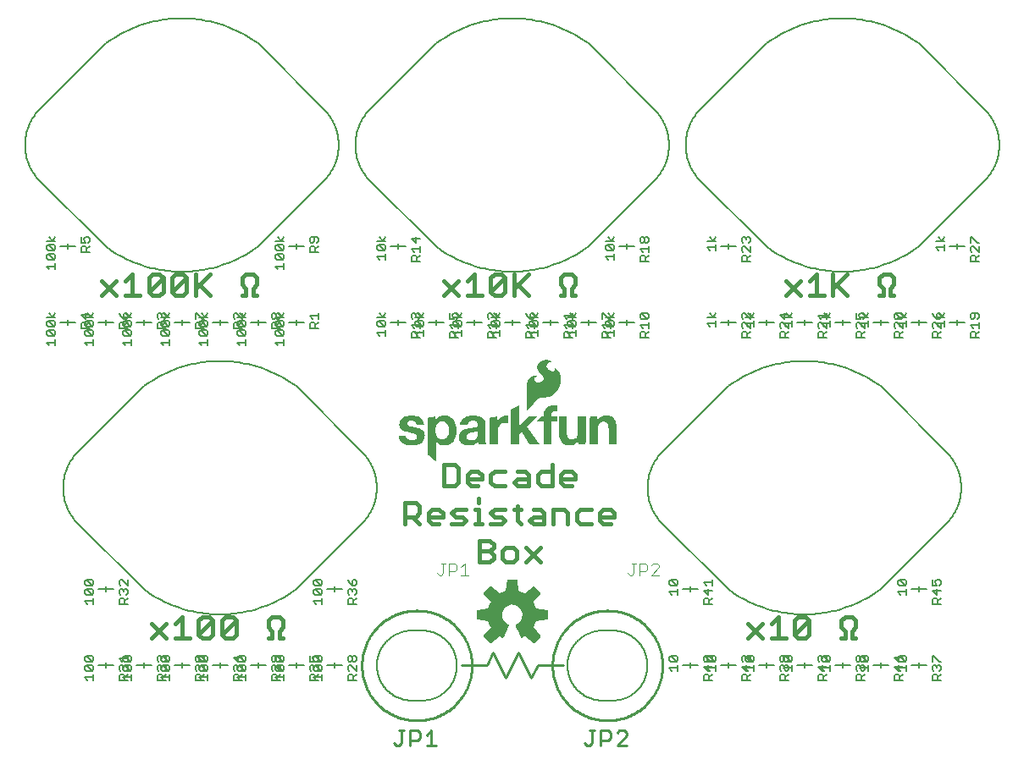
<source format=gbr>
G04 EAGLE Gerber RS-274X export*
G75*
%MOMM*%
%FSLAX34Y34*%
%LPD*%
%INSilkscreen Top*%
%IPPOS*%
%AMOC8*
5,1,8,0,0,1.08239X$1,22.5*%
G01*
%ADD10C,0.381000*%
%ADD11C,0.279400*%
%ADD12C,0.254000*%
%ADD13C,0.127000*%
%ADD14C,0.203200*%
%ADD15C,0.152400*%
%ADD16C,0.101600*%

G36*
X529633Y111386D02*
X529633Y111386D01*
X529741Y111396D01*
X529754Y111402D01*
X529768Y111404D01*
X529865Y111452D01*
X529964Y111497D01*
X529977Y111508D01*
X529986Y111512D01*
X530001Y111528D01*
X530078Y111590D01*
X536110Y117622D01*
X536160Y117693D01*
X536165Y117698D01*
X536167Y117701D01*
X536173Y117710D01*
X536239Y117796D01*
X536244Y117809D01*
X536252Y117821D01*
X536283Y117924D01*
X536319Y118027D01*
X536319Y118041D01*
X536323Y118054D01*
X536319Y118162D01*
X536320Y118271D01*
X536315Y118284D01*
X536315Y118298D01*
X536277Y118400D01*
X536242Y118502D01*
X536233Y118517D01*
X536229Y118526D01*
X536215Y118543D01*
X536161Y118625D01*
X529307Y127031D01*
X530345Y128917D01*
X530353Y128939D01*
X530381Y128991D01*
X531398Y131447D01*
X531404Y131470D01*
X531426Y131525D01*
X532025Y133593D01*
X542815Y134690D01*
X542919Y134718D01*
X543025Y134743D01*
X543037Y134750D01*
X543050Y134753D01*
X543140Y134814D01*
X543233Y134871D01*
X543241Y134882D01*
X543253Y134890D01*
X543319Y134976D01*
X543388Y135060D01*
X543392Y135073D01*
X543401Y135084D01*
X543435Y135187D01*
X543474Y135288D01*
X543475Y135306D01*
X543479Y135315D01*
X543479Y135337D01*
X543488Y135435D01*
X543488Y143965D01*
X543471Y144072D01*
X543457Y144180D01*
X543451Y144192D01*
X543449Y144206D01*
X543397Y144302D01*
X543350Y144399D01*
X543340Y144409D01*
X543334Y144421D01*
X543254Y144495D01*
X543178Y144572D01*
X543166Y144578D01*
X543156Y144588D01*
X543057Y144633D01*
X542960Y144681D01*
X542942Y144685D01*
X542933Y144689D01*
X542912Y144691D01*
X542815Y144710D01*
X532025Y145807D01*
X531426Y147875D01*
X531415Y147896D01*
X531398Y147953D01*
X530605Y149869D01*
X530381Y150409D01*
X530368Y150429D01*
X530345Y150483D01*
X529307Y152369D01*
X536161Y160775D01*
X536215Y160869D01*
X536272Y160961D01*
X536275Y160974D01*
X536282Y160986D01*
X536303Y161093D01*
X536328Y161198D01*
X536326Y161212D01*
X536329Y161226D01*
X536314Y161333D01*
X536304Y161441D01*
X536298Y161454D01*
X536296Y161468D01*
X536248Y161565D01*
X536203Y161664D01*
X536192Y161677D01*
X536188Y161686D01*
X536172Y161701D01*
X536110Y161778D01*
X530078Y167810D01*
X529990Y167873D01*
X529904Y167939D01*
X529891Y167944D01*
X529879Y167952D01*
X529776Y167983D01*
X529673Y168019D01*
X529659Y168019D01*
X529646Y168023D01*
X529538Y168019D01*
X529429Y168020D01*
X529416Y168015D01*
X529402Y168015D01*
X529300Y167977D01*
X529198Y167942D01*
X529183Y167933D01*
X529174Y167929D01*
X529157Y167915D01*
X529075Y167861D01*
X520669Y161007D01*
X518783Y162045D01*
X518761Y162053D01*
X518709Y162081D01*
X516253Y163098D01*
X516230Y163104D01*
X516175Y163126D01*
X514107Y163725D01*
X513010Y174515D01*
X512982Y174619D01*
X512957Y174725D01*
X512950Y174737D01*
X512947Y174750D01*
X512886Y174840D01*
X512829Y174933D01*
X512818Y174941D01*
X512810Y174953D01*
X512724Y175019D01*
X512640Y175088D01*
X512627Y175092D01*
X512616Y175101D01*
X512513Y175135D01*
X512412Y175174D01*
X512394Y175175D01*
X512385Y175179D01*
X512363Y175179D01*
X512265Y175188D01*
X503735Y175188D01*
X503628Y175171D01*
X503520Y175157D01*
X503508Y175151D01*
X503494Y175149D01*
X503398Y175097D01*
X503301Y175050D01*
X503291Y175040D01*
X503279Y175034D01*
X503205Y174954D01*
X503128Y174878D01*
X503122Y174866D01*
X503112Y174856D01*
X503067Y174757D01*
X503019Y174660D01*
X503015Y174642D01*
X503011Y174633D01*
X503009Y174612D01*
X502990Y174515D01*
X501893Y163725D01*
X499825Y163126D01*
X499804Y163115D01*
X499747Y163098D01*
X497291Y162081D01*
X497271Y162068D01*
X497217Y162045D01*
X495331Y161007D01*
X486925Y167861D01*
X486831Y167915D01*
X486739Y167972D01*
X486726Y167975D01*
X486714Y167982D01*
X486607Y168003D01*
X486502Y168028D01*
X486488Y168026D01*
X486474Y168029D01*
X486367Y168014D01*
X486259Y168004D01*
X486246Y167998D01*
X486233Y167996D01*
X486135Y167948D01*
X486036Y167903D01*
X486023Y167892D01*
X486014Y167888D01*
X485999Y167872D01*
X485922Y167810D01*
X479890Y161778D01*
X479827Y161690D01*
X479761Y161604D01*
X479756Y161591D01*
X479748Y161579D01*
X479717Y161476D01*
X479681Y161373D01*
X479681Y161359D01*
X479677Y161346D01*
X479681Y161238D01*
X479680Y161129D01*
X479685Y161116D01*
X479685Y161102D01*
X479723Y161000D01*
X479758Y160898D01*
X479767Y160883D01*
X479771Y160874D01*
X479785Y160857D01*
X479839Y160775D01*
X486693Y152369D01*
X485655Y150483D01*
X485647Y150461D01*
X485619Y150409D01*
X484602Y147953D01*
X484596Y147930D01*
X484574Y147875D01*
X483975Y145807D01*
X473185Y144710D01*
X473081Y144682D01*
X472975Y144657D01*
X472963Y144650D01*
X472950Y144647D01*
X472860Y144586D01*
X472767Y144529D01*
X472759Y144518D01*
X472747Y144510D01*
X472681Y144424D01*
X472613Y144340D01*
X472608Y144327D01*
X472599Y144316D01*
X472565Y144213D01*
X472526Y144112D01*
X472525Y144094D01*
X472521Y144085D01*
X472522Y144063D01*
X472512Y143965D01*
X472512Y135435D01*
X472529Y135328D01*
X472543Y135220D01*
X472549Y135208D01*
X472551Y135194D01*
X472603Y135098D01*
X472650Y135001D01*
X472660Y134991D01*
X472666Y134979D01*
X472746Y134905D01*
X472822Y134828D01*
X472834Y134822D01*
X472845Y134812D01*
X472943Y134767D01*
X473040Y134719D01*
X473058Y134715D01*
X473067Y134711D01*
X473088Y134709D01*
X473185Y134690D01*
X483975Y133593D01*
X484574Y131525D01*
X484585Y131504D01*
X484602Y131447D01*
X484657Y131314D01*
X485588Y129067D01*
X485588Y129066D01*
X485619Y128991D01*
X485632Y128971D01*
X485655Y128917D01*
X486693Y127031D01*
X479839Y118625D01*
X479785Y118531D01*
X479728Y118439D01*
X479725Y118426D01*
X479718Y118414D01*
X479697Y118307D01*
X479672Y118202D01*
X479674Y118188D01*
X479671Y118174D01*
X479686Y118067D01*
X479696Y117959D01*
X479702Y117946D01*
X479704Y117933D01*
X479752Y117835D01*
X479797Y117736D01*
X479808Y117723D01*
X479812Y117714D01*
X479828Y117699D01*
X479890Y117622D01*
X485922Y111590D01*
X486010Y111527D01*
X486096Y111461D01*
X486109Y111456D01*
X486121Y111448D01*
X486224Y111417D01*
X486327Y111381D01*
X486341Y111381D01*
X486354Y111377D01*
X486462Y111381D01*
X486571Y111380D01*
X486584Y111385D01*
X486598Y111385D01*
X486700Y111423D01*
X486802Y111458D01*
X486817Y111467D01*
X486826Y111471D01*
X486843Y111485D01*
X486925Y111539D01*
X495325Y118388D01*
X496612Y117656D01*
X496631Y117649D01*
X496667Y117628D01*
X498476Y116789D01*
X498514Y116779D01*
X498550Y116760D01*
X498631Y116746D01*
X498711Y116724D01*
X498751Y116726D01*
X498790Y116720D01*
X498872Y116733D01*
X498955Y116738D01*
X498992Y116753D01*
X499031Y116759D01*
X499104Y116798D01*
X499181Y116829D01*
X499211Y116855D01*
X499247Y116874D01*
X499303Y116934D01*
X499366Y116988D01*
X499386Y117023D01*
X499414Y117052D01*
X499483Y117182D01*
X504506Y129308D01*
X504532Y129420D01*
X504561Y129532D01*
X504560Y129539D01*
X504562Y129546D01*
X504550Y129660D01*
X504541Y129775D01*
X504539Y129781D01*
X504538Y129789D01*
X504490Y129893D01*
X504445Y129999D01*
X504440Y130004D01*
X504437Y130011D01*
X504359Y130095D01*
X504282Y130180D01*
X504274Y130185D01*
X504270Y130189D01*
X504257Y130196D01*
X504158Y130261D01*
X502580Y131076D01*
X501212Y132105D01*
X500036Y133349D01*
X499085Y134773D01*
X498385Y136336D01*
X497958Y137994D01*
X497814Y139696D01*
X497994Y141602D01*
X498525Y143437D01*
X499389Y145140D01*
X500556Y146652D01*
X501985Y147919D01*
X503625Y148898D01*
X505420Y149553D01*
X507305Y149861D01*
X509214Y149813D01*
X511081Y149408D01*
X512839Y148662D01*
X514427Y147601D01*
X515790Y146262D01*
X516878Y144692D01*
X517654Y142947D01*
X518090Y141087D01*
X518172Y139179D01*
X517896Y137289D01*
X517271Y135484D01*
X516321Y133827D01*
X515078Y132376D01*
X513586Y131184D01*
X511836Y130257D01*
X511747Y130190D01*
X511657Y130125D01*
X511650Y130116D01*
X511641Y130110D01*
X511579Y130017D01*
X511514Y129927D01*
X511511Y129916D01*
X511505Y129907D01*
X511476Y129800D01*
X511443Y129694D01*
X511444Y129683D01*
X511441Y129672D01*
X511447Y129560D01*
X511451Y129450D01*
X511455Y129436D01*
X511456Y129428D01*
X511463Y129410D01*
X511494Y129308D01*
X511904Y128317D01*
X512835Y126070D01*
X512835Y126069D01*
X513766Y123822D01*
X513767Y123822D01*
X514698Y121574D01*
X515629Y119326D01*
X516517Y117182D01*
X516538Y117148D01*
X516551Y117111D01*
X516602Y117045D01*
X516646Y116975D01*
X516677Y116950D01*
X516701Y116918D01*
X516770Y116873D01*
X516834Y116820D01*
X516872Y116806D01*
X516905Y116784D01*
X516985Y116763D01*
X517063Y116734D01*
X517103Y116733D01*
X517141Y116723D01*
X517224Y116729D01*
X517306Y116726D01*
X517345Y116738D01*
X517385Y116741D01*
X517524Y116789D01*
X519333Y117628D01*
X519349Y117639D01*
X519388Y117656D01*
X520675Y118388D01*
X529075Y111539D01*
X529169Y111485D01*
X529261Y111428D01*
X529274Y111425D01*
X529286Y111418D01*
X529393Y111397D01*
X529498Y111372D01*
X529512Y111374D01*
X529526Y111371D01*
X529633Y111386D01*
G37*
G36*
X523052Y343997D02*
X523052Y343997D01*
X523054Y343998D01*
X523154Y344197D01*
X523454Y344597D01*
X524054Y345297D01*
X524754Y346197D01*
X525654Y347197D01*
X527854Y349597D01*
X529054Y350897D01*
X530254Y352297D01*
X531454Y353597D01*
X532453Y354696D01*
X533453Y355596D01*
X534553Y356296D01*
X535552Y356795D01*
X536751Y357095D01*
X540550Y357095D01*
X540551Y357095D01*
X542951Y357395D01*
X542951Y357396D01*
X542952Y357395D01*
X545152Y358095D01*
X547152Y358895D01*
X547152Y358896D01*
X547153Y358896D01*
X549053Y360096D01*
X550753Y361496D01*
X550753Y361497D01*
X550754Y361497D01*
X552254Y363097D01*
X553654Y364897D01*
X553654Y364898D01*
X555654Y368498D01*
X555655Y368499D01*
X556655Y372199D01*
X556655Y372200D01*
X556855Y375700D01*
X556855Y375701D01*
X556355Y378901D01*
X556354Y378901D01*
X556355Y378902D01*
X555355Y381802D01*
X555354Y381802D01*
X555354Y381803D01*
X553954Y384103D01*
X552354Y385803D01*
X552353Y385804D01*
X550653Y386804D01*
X550651Y386804D01*
X550651Y386805D01*
X550649Y386804D01*
X550646Y386803D01*
X550646Y386801D01*
X550645Y386800D01*
X550645Y386600D01*
X550646Y386599D01*
X550645Y386598D01*
X550745Y386299D01*
X550745Y385201D01*
X550545Y384602D01*
X550246Y384003D01*
X549747Y383604D01*
X549049Y383305D01*
X548450Y383305D01*
X547751Y383405D01*
X546952Y383705D01*
X546152Y384104D01*
X545453Y384504D01*
X544753Y385004D01*
X544154Y385604D01*
X543554Y386203D01*
X543054Y386903D01*
X542655Y387602D01*
X542455Y388201D01*
X542455Y389399D01*
X542655Y389998D01*
X542954Y390497D01*
X543454Y391097D01*
X544153Y391696D01*
X544952Y392095D01*
X545851Y392395D01*
X546650Y392495D01*
X547350Y392495D01*
X547949Y392395D01*
X548349Y392295D01*
X548350Y392296D01*
X548350Y392295D01*
X548450Y392295D01*
X548451Y392296D01*
X548453Y392296D01*
X548453Y392298D01*
X548455Y392299D01*
X548453Y392301D01*
X548454Y392304D01*
X548254Y392504D01*
X548253Y392504D01*
X547453Y393104D01*
X547452Y393104D01*
X546252Y393704D01*
X546252Y393705D01*
X544752Y394405D01*
X544751Y394404D01*
X544751Y394405D01*
X542951Y394805D01*
X542950Y394805D01*
X542941Y394805D01*
X542940Y394805D01*
X542841Y394810D01*
X542742Y394815D01*
X542643Y394820D01*
X542642Y394820D01*
X542543Y394825D01*
X542444Y394830D01*
X542443Y394830D01*
X542344Y394835D01*
X542245Y394840D01*
X542146Y394845D01*
X542145Y394845D01*
X542046Y394850D01*
X541947Y394855D01*
X541848Y394860D01*
X541847Y394860D01*
X541748Y394865D01*
X541649Y394870D01*
X541648Y394870D01*
X541549Y394875D01*
X541450Y394880D01*
X541351Y394885D01*
X541350Y394885D01*
X541251Y394890D01*
X541152Y394895D01*
X541053Y394900D01*
X541052Y394900D01*
X540953Y394905D01*
X540950Y394905D01*
X540949Y394905D01*
X538749Y394405D01*
X538748Y394404D01*
X538748Y394405D01*
X536448Y393305D01*
X536447Y393304D01*
X534747Y391804D01*
X534747Y391803D01*
X534746Y391803D01*
X533646Y390203D01*
X533646Y390202D01*
X533645Y390202D01*
X533145Y388602D01*
X533146Y388601D01*
X533145Y388600D01*
X533145Y386900D01*
X533146Y386899D01*
X533145Y386899D01*
X533545Y385099D01*
X533546Y385098D01*
X533546Y385097D01*
X534546Y383397D01*
X535846Y381597D01*
X535847Y381597D01*
X535846Y381596D01*
X537546Y379896D01*
X538846Y378397D01*
X539445Y376899D01*
X539545Y375501D01*
X539046Y374303D01*
X538247Y373204D01*
X537048Y372505D01*
X535549Y372105D01*
X535522Y372103D01*
X535443Y372098D01*
X535363Y372093D01*
X535284Y372088D01*
X535204Y372083D01*
X535125Y372078D01*
X535045Y372073D01*
X534966Y372068D01*
X534886Y372064D01*
X534807Y372059D01*
X534727Y372054D01*
X534648Y372049D01*
X534568Y372044D01*
X534489Y372039D01*
X534409Y372034D01*
X534330Y372029D01*
X534250Y372024D01*
X534171Y372019D01*
X534091Y372014D01*
X534012Y372009D01*
X533951Y372005D01*
X532852Y372305D01*
X531953Y372704D01*
X531253Y373204D01*
X530754Y373803D01*
X530355Y374502D01*
X530155Y375101D01*
X530155Y375799D01*
X530355Y376398D01*
X530654Y376897D01*
X531053Y377296D01*
X531553Y377596D01*
X532053Y377896D01*
X532452Y378195D01*
X532851Y378295D01*
X532852Y378296D01*
X532853Y378296D01*
X533152Y378495D01*
X533250Y378495D01*
X533255Y378499D01*
X533250Y378505D01*
X533051Y378505D01*
X532752Y378605D01*
X532252Y378805D01*
X532251Y378804D01*
X532251Y378805D01*
X531551Y378905D01*
X531550Y378905D01*
X529850Y378905D01*
X529849Y378905D01*
X528749Y378705D01*
X527749Y378405D01*
X527748Y378405D01*
X526748Y378005D01*
X526748Y378004D01*
X526747Y378004D01*
X525847Y377404D01*
X524947Y376704D01*
X524947Y376703D01*
X524946Y376703D01*
X524246Y375703D01*
X524246Y375702D01*
X524245Y375702D01*
X523745Y374602D01*
X523746Y374602D01*
X523745Y374602D01*
X523245Y373202D01*
X523246Y373201D01*
X523245Y373201D01*
X523045Y371601D01*
X523045Y371600D01*
X523045Y344000D01*
X523047Y343998D01*
X523047Y343996D01*
X523048Y343996D01*
X523049Y343995D01*
X523052Y343997D01*
G37*
G36*
X431651Y293096D02*
X431651Y293096D01*
X431653Y293096D01*
X431653Y293099D01*
X431655Y293100D01*
X431655Y313486D01*
X432446Y312497D01*
X433246Y311597D01*
X433247Y311597D01*
X433247Y311596D01*
X434247Y310896D01*
X434248Y310896D01*
X435348Y310296D01*
X435348Y310295D01*
X436448Y309795D01*
X436449Y309796D01*
X436449Y309795D01*
X437649Y309495D01*
X438849Y309295D01*
X438850Y309295D01*
X440150Y309195D01*
X440151Y309195D01*
X443051Y309495D01*
X443051Y309496D01*
X443052Y309495D01*
X445552Y310395D01*
X445552Y310396D01*
X445553Y310396D01*
X447753Y311796D01*
X447753Y311797D01*
X447754Y311797D01*
X449454Y313697D01*
X450854Y315897D01*
X450854Y315898D01*
X450855Y315898D01*
X451755Y318298D01*
X451755Y318299D01*
X452355Y320999D01*
X452355Y321000D01*
X452358Y321037D01*
X452359Y321052D01*
X452363Y321107D01*
X452364Y321122D01*
X452368Y321176D01*
X452369Y321191D01*
X452373Y321246D01*
X452374Y321261D01*
X452378Y321315D01*
X452379Y321330D01*
X452382Y321385D01*
X452383Y321385D01*
X452382Y321385D01*
X452384Y321400D01*
X452387Y321454D01*
X452389Y321469D01*
X452392Y321524D01*
X452393Y321539D01*
X452394Y321539D01*
X452397Y321594D01*
X452398Y321608D01*
X452402Y321663D01*
X452403Y321678D01*
X452407Y321733D01*
X452408Y321748D01*
X452412Y321802D01*
X452413Y321817D01*
X452417Y321872D01*
X452418Y321887D01*
X452422Y321941D01*
X452423Y321956D01*
X452427Y322011D01*
X452428Y322026D01*
X452432Y322080D01*
X452432Y322081D01*
X452433Y322095D01*
X452437Y322150D01*
X452438Y322165D01*
X452442Y322220D01*
X452443Y322235D01*
X452447Y322289D01*
X452448Y322304D01*
X452452Y322359D01*
X452453Y322374D01*
X452457Y322428D01*
X452458Y322443D01*
X452462Y322498D01*
X452463Y322513D01*
X452467Y322567D01*
X452468Y322582D01*
X452472Y322637D01*
X452473Y322652D01*
X452477Y322707D01*
X452478Y322721D01*
X452482Y322776D01*
X452483Y322791D01*
X452487Y322846D01*
X452488Y322861D01*
X452492Y322915D01*
X452493Y322930D01*
X452497Y322985D01*
X452498Y323000D01*
X452502Y323054D01*
X452503Y323069D01*
X452507Y323124D01*
X452508Y323139D01*
X452512Y323193D01*
X452512Y323194D01*
X452513Y323208D01*
X452517Y323263D01*
X452518Y323278D01*
X452522Y323333D01*
X452523Y323348D01*
X452527Y323402D01*
X452528Y323417D01*
X452532Y323472D01*
X452533Y323487D01*
X452537Y323541D01*
X452538Y323556D01*
X452541Y323611D01*
X452542Y323611D01*
X452541Y323611D01*
X452543Y323626D01*
X452546Y323680D01*
X452548Y323695D01*
X452551Y323750D01*
X452552Y323765D01*
X452553Y323765D01*
X452555Y323800D01*
X452355Y326800D01*
X452355Y326801D01*
X451755Y329601D01*
X451755Y329602D01*
X450855Y332102D01*
X450854Y332102D01*
X450854Y332103D01*
X449454Y334403D01*
X447654Y336303D01*
X447653Y336304D01*
X445453Y337804D01*
X445452Y337804D01*
X445452Y337805D01*
X442752Y338705D01*
X442751Y338704D01*
X442750Y338705D01*
X439650Y339005D01*
X438450Y338905D01*
X438410Y338902D01*
X438346Y338897D01*
X438281Y338892D01*
X438216Y338887D01*
X438152Y338882D01*
X438087Y338877D01*
X438023Y338872D01*
X437958Y338867D01*
X437893Y338862D01*
X437829Y338857D01*
X437764Y338852D01*
X437700Y338847D01*
X437635Y338842D01*
X437571Y338837D01*
X437570Y338837D01*
X437506Y338832D01*
X437441Y338827D01*
X437377Y338822D01*
X437312Y338817D01*
X437248Y338813D01*
X437183Y338808D01*
X437150Y338805D01*
X437149Y338804D01*
X437148Y338805D01*
X435948Y338405D01*
X434848Y338005D01*
X434848Y338004D01*
X434847Y338004D01*
X433847Y337404D01*
X432947Y336604D01*
X432946Y336604D01*
X432046Y335704D01*
X432046Y335703D01*
X431255Y334615D01*
X431255Y338200D01*
X431251Y338205D01*
X431250Y338204D01*
X431249Y338205D01*
X430349Y338105D01*
X429349Y337905D01*
X428449Y337705D01*
X427549Y337605D01*
X426649Y337405D01*
X425650Y337305D01*
X425649Y337305D01*
X423849Y336905D01*
X423846Y336901D01*
X423845Y336900D01*
X423845Y300000D01*
X423847Y299998D01*
X423847Y299996D01*
X424847Y299096D01*
X425747Y298296D01*
X426747Y297396D01*
X427747Y296596D01*
X428646Y295696D01*
X428647Y295696D01*
X429647Y294796D01*
X430647Y293996D01*
X431647Y293096D01*
X431648Y293096D01*
X431649Y293095D01*
X431651Y293096D01*
G37*
G36*
X465050Y309095D02*
X465050Y309095D01*
X465051Y309095D01*
X465751Y309195D01*
X466350Y309195D01*
X466351Y309195D01*
X467051Y309295D01*
X467651Y309395D01*
X468351Y309595D01*
X468951Y309695D01*
X468951Y309696D01*
X468952Y309695D01*
X470152Y310095D01*
X470152Y310096D01*
X471952Y310996D01*
X471953Y310996D01*
X472453Y311296D01*
X472953Y311696D01*
X472953Y311697D01*
X472954Y311696D01*
X473453Y312196D01*
X473945Y312590D01*
X473945Y311800D01*
X473946Y311799D01*
X473946Y311798D01*
X474045Y311599D01*
X474045Y311200D01*
X474047Y311198D01*
X474046Y311196D01*
X474145Y311098D01*
X474145Y310700D01*
X474147Y310698D01*
X474146Y310696D01*
X474246Y310597D01*
X474345Y310399D01*
X474345Y310200D01*
X474347Y310198D01*
X474346Y310196D01*
X474445Y310098D01*
X474445Y309900D01*
X474449Y309895D01*
X474450Y309895D01*
X482350Y309895D01*
X482351Y309896D01*
X482352Y309895D01*
X482352Y309897D01*
X482355Y309899D01*
X482354Y309901D01*
X482354Y309902D01*
X482255Y310102D01*
X482155Y310402D01*
X482154Y310402D01*
X482154Y310403D01*
X481955Y310702D01*
X481855Y311001D01*
X481855Y311300D01*
X481855Y311301D01*
X481854Y311301D01*
X481855Y311301D01*
X481555Y312501D01*
X481555Y312900D01*
X481555Y312901D01*
X481455Y313400D01*
X481455Y314700D01*
X481455Y314701D01*
X481355Y315200D01*
X481355Y332100D01*
X481354Y332101D01*
X481355Y332101D01*
X481055Y333201D01*
X480755Y334201D01*
X480754Y334202D01*
X480754Y334203D01*
X480254Y335003D01*
X479654Y335803D01*
X479653Y335803D01*
X479653Y335804D01*
X478953Y336404D01*
X478153Y337004D01*
X478152Y337004D01*
X477252Y337504D01*
X477252Y337505D01*
X476352Y337905D01*
X476352Y337904D01*
X476351Y337905D01*
X475351Y338205D01*
X474351Y338405D01*
X472151Y338805D01*
X471151Y338905D01*
X471150Y338905D01*
X467750Y338905D01*
X466550Y338805D01*
X465450Y338705D01*
X465449Y338705D01*
X464249Y338505D01*
X462049Y337905D01*
X462048Y337904D01*
X461048Y337404D01*
X460148Y336904D01*
X460147Y336904D01*
X458347Y335704D01*
X458347Y335703D01*
X458346Y335703D01*
X457646Y334903D01*
X457046Y334003D01*
X457046Y334002D01*
X456546Y333002D01*
X456545Y333002D01*
X456145Y332002D01*
X456146Y332002D01*
X456146Y332001D01*
X456145Y332001D01*
X455845Y330801D01*
X455645Y329501D01*
X455645Y329500D01*
X455649Y329495D01*
X455649Y329496D01*
X455650Y329495D01*
X463450Y329495D01*
X463455Y329499D01*
X463455Y329500D01*
X463455Y329999D01*
X463655Y330498D01*
X463654Y330499D01*
X463655Y330499D01*
X463656Y330505D01*
X463661Y330530D01*
X463666Y330554D01*
X463671Y330579D01*
X463676Y330604D01*
X463681Y330629D01*
X463686Y330654D01*
X463691Y330679D01*
X463696Y330703D01*
X463696Y330704D01*
X463701Y330728D01*
X463706Y330753D01*
X463711Y330778D01*
X463716Y330803D01*
X463721Y330828D01*
X463726Y330853D01*
X463731Y330877D01*
X463736Y330902D01*
X463740Y330927D01*
X463741Y330927D01*
X463745Y330952D01*
X463750Y330977D01*
X463755Y330998D01*
X463954Y331398D01*
X464354Y332197D01*
X464953Y332796D01*
X465352Y332996D01*
X465353Y332996D01*
X465652Y333196D01*
X466052Y333395D01*
X466551Y333495D01*
X466951Y333595D01*
X467451Y333695D01*
X468050Y333795D01*
X469550Y333795D01*
X470549Y333595D01*
X470550Y333595D01*
X470949Y333595D01*
X471348Y333396D01*
X471349Y333396D01*
X471349Y333395D01*
X471748Y333295D01*
X472148Y333096D01*
X472447Y332896D01*
X472746Y332597D01*
X472946Y332298D01*
X473345Y331498D01*
X473445Y331099D01*
X473545Y330500D01*
X473545Y329901D01*
X473445Y328902D01*
X472847Y328104D01*
X471948Y327605D01*
X470748Y327205D01*
X469449Y326805D01*
X467849Y326605D01*
X466149Y326405D01*
X464349Y326205D01*
X462549Y325905D01*
X460849Y325505D01*
X460849Y325504D01*
X460848Y325505D01*
X459248Y324905D01*
X459248Y324904D01*
X459247Y324904D01*
X457847Y324004D01*
X456547Y322904D01*
X456547Y322903D01*
X456546Y322903D01*
X455646Y321503D01*
X455646Y321502D01*
X455645Y321502D01*
X455045Y319802D01*
X455046Y319801D01*
X455045Y319801D01*
X455045Y319798D01*
X455043Y319783D01*
X455041Y319769D01*
X455041Y319768D01*
X455039Y319754D01*
X455032Y319704D01*
X455030Y319689D01*
X455028Y319674D01*
X455026Y319659D01*
X455017Y319595D01*
X455015Y319580D01*
X455013Y319565D01*
X455011Y319550D01*
X455002Y319485D01*
X455000Y319470D01*
X454998Y319456D01*
X454998Y319455D01*
X454996Y319441D01*
X454994Y319426D01*
X454987Y319376D01*
X454985Y319361D01*
X454983Y319346D01*
X454981Y319331D01*
X454972Y319267D01*
X454970Y319252D01*
X454968Y319237D01*
X454966Y319222D01*
X454957Y319157D01*
X454955Y319142D01*
X454953Y319128D01*
X454951Y319113D01*
X454942Y319048D01*
X454940Y319033D01*
X454938Y319018D01*
X454936Y319003D01*
X454934Y318988D01*
X454928Y318939D01*
X454926Y318924D01*
X454925Y318924D01*
X454926Y318924D01*
X454923Y318909D01*
X454921Y318894D01*
X454919Y318879D01*
X454913Y318829D01*
X454911Y318815D01*
X454911Y318814D01*
X454909Y318800D01*
X454907Y318785D01*
X454898Y318720D01*
X454896Y318705D01*
X454894Y318690D01*
X454892Y318675D01*
X454883Y318611D01*
X454881Y318596D01*
X454879Y318581D01*
X454877Y318566D01*
X454868Y318502D01*
X454868Y318501D01*
X454866Y318487D01*
X454864Y318472D01*
X454862Y318457D01*
X454853Y318392D01*
X454851Y318377D01*
X454849Y318362D01*
X454847Y318347D01*
X454845Y318333D01*
X454838Y318283D01*
X454836Y318268D01*
X454834Y318253D01*
X454832Y318238D01*
X454830Y318223D01*
X454823Y318174D01*
X454821Y318159D01*
X454819Y318144D01*
X454817Y318129D01*
X454815Y318114D01*
X454808Y318064D01*
X454806Y318049D01*
X454804Y318034D01*
X454802Y318020D01*
X454802Y318019D01*
X454800Y318005D01*
X454793Y317955D01*
X454791Y317940D01*
X454789Y317925D01*
X454787Y317910D01*
X454778Y317846D01*
X454776Y317831D01*
X454774Y317816D01*
X454772Y317801D01*
X454764Y317736D01*
X454762Y317721D01*
X454760Y317707D01*
X454759Y317706D01*
X454760Y317706D01*
X454757Y317692D01*
X454749Y317627D01*
X454747Y317612D01*
X454745Y317601D01*
X454746Y317600D01*
X454745Y317600D01*
X454845Y316500D01*
X454845Y316499D01*
X454945Y315599D01*
X454946Y315599D01*
X454945Y315599D01*
X455245Y314599D01*
X455245Y314598D01*
X455545Y313798D01*
X455546Y313798D01*
X455946Y312998D01*
X455946Y312997D01*
X456446Y312397D01*
X456946Y311697D01*
X456947Y311697D01*
X456947Y311696D01*
X457547Y311196D01*
X458247Y310696D01*
X458248Y310696D01*
X458948Y310296D01*
X459748Y309896D01*
X459748Y309895D01*
X460648Y309595D01*
X460649Y309595D01*
X462449Y309195D01*
X462450Y309195D01*
X463450Y309095D01*
X465050Y309095D01*
X465050Y309095D01*
G37*
G36*
X514755Y309999D02*
X514755Y309999D01*
X514755Y310000D01*
X514755Y319698D01*
X517749Y322592D01*
X525546Y309997D01*
X525549Y309996D01*
X525550Y309995D01*
X534950Y309995D01*
X534951Y309996D01*
X534952Y309996D01*
X534953Y309997D01*
X534955Y309999D01*
X534954Y310001D01*
X534954Y310003D01*
X523056Y327799D01*
X533753Y338196D01*
X533754Y338198D01*
X533755Y338199D01*
X533754Y338201D01*
X533754Y338203D01*
X533752Y338203D01*
X533750Y338205D01*
X524550Y338205D01*
X524548Y338203D01*
X524546Y338203D01*
X514755Y328112D01*
X514755Y349000D01*
X514754Y349001D01*
X514755Y349002D01*
X514753Y349003D01*
X514751Y349005D01*
X514750Y349005D01*
X514749Y349005D01*
X514749Y349004D01*
X514748Y349004D01*
X506948Y344704D01*
X506947Y344701D01*
X506945Y344700D01*
X506945Y310000D01*
X506949Y309995D01*
X506950Y309995D01*
X514750Y309995D01*
X514755Y309999D01*
G37*
G36*
X593455Y309999D02*
X593455Y309999D01*
X593455Y310000D01*
X593455Y324800D01*
X593460Y324891D01*
X593460Y324896D01*
X593464Y324990D01*
X593465Y324990D01*
X593465Y324995D01*
X593469Y325089D01*
X593470Y325094D01*
X593474Y325189D01*
X593475Y325194D01*
X593479Y325288D01*
X593480Y325293D01*
X593484Y325388D01*
X593485Y325393D01*
X593489Y325487D01*
X593490Y325492D01*
X593494Y325586D01*
X593495Y325591D01*
X593499Y325686D01*
X593500Y325691D01*
X593504Y325785D01*
X593504Y325790D01*
X593505Y325790D01*
X593504Y325790D01*
X593509Y325884D01*
X593509Y325889D01*
X593514Y325984D01*
X593514Y325989D01*
X593519Y326083D01*
X593519Y326088D01*
X593524Y326183D01*
X593524Y326188D01*
X593529Y326282D01*
X593529Y326287D01*
X593534Y326381D01*
X593534Y326386D01*
X593539Y326481D01*
X593539Y326486D01*
X593544Y326580D01*
X593544Y326585D01*
X593549Y326679D01*
X593549Y326684D01*
X593554Y326779D01*
X593554Y326784D01*
X593555Y326799D01*
X593569Y326878D01*
X593584Y326963D01*
X593599Y327047D01*
X593614Y327132D01*
X593628Y327216D01*
X593629Y327216D01*
X593643Y327301D01*
X593658Y327385D01*
X593673Y327469D01*
X593673Y327470D01*
X593688Y327554D01*
X593703Y327638D01*
X593718Y327723D01*
X593733Y327807D01*
X593748Y327892D01*
X593763Y327976D01*
X593778Y328061D01*
X593792Y328145D01*
X593807Y328230D01*
X593822Y328314D01*
X593837Y328399D01*
X593852Y328483D01*
X593855Y328499D01*
X594255Y329898D01*
X594854Y330997D01*
X595753Y331796D01*
X596752Y332395D01*
X598051Y332795D01*
X599450Y332895D01*
X600749Y332795D01*
X601748Y332395D01*
X602647Y331896D01*
X603346Y331197D01*
X603845Y330198D01*
X604145Y328999D01*
X604345Y327599D01*
X604445Y325900D01*
X604445Y310000D01*
X604449Y309995D01*
X604450Y309995D01*
X612250Y309995D01*
X612255Y309999D01*
X612255Y310000D01*
X612255Y327400D01*
X612155Y329900D01*
X612155Y329901D01*
X611755Y332101D01*
X611155Y334101D01*
X611154Y334102D01*
X611154Y334103D01*
X610154Y335803D01*
X610154Y335804D01*
X608754Y337204D01*
X608753Y337204D01*
X608752Y337204D01*
X606952Y338204D01*
X606951Y338205D01*
X604651Y338805D01*
X604650Y338805D01*
X604597Y338809D01*
X604527Y338814D01*
X604458Y338819D01*
X604457Y338819D01*
X604388Y338824D01*
X604318Y338829D01*
X604249Y338834D01*
X604179Y338839D01*
X604110Y338844D01*
X604040Y338849D01*
X603971Y338854D01*
X603970Y338854D01*
X603901Y338859D01*
X603831Y338863D01*
X603762Y338868D01*
X603692Y338873D01*
X603623Y338878D01*
X603553Y338883D01*
X603484Y338888D01*
X603414Y338893D01*
X603345Y338898D01*
X603344Y338898D01*
X603275Y338903D01*
X603205Y338908D01*
X603136Y338913D01*
X603066Y338918D01*
X602997Y338923D01*
X602927Y338928D01*
X602858Y338933D01*
X602857Y338933D01*
X602788Y338938D01*
X602718Y338943D01*
X602649Y338948D01*
X602579Y338953D01*
X602510Y338958D01*
X602440Y338963D01*
X602371Y338968D01*
X602301Y338973D01*
X602232Y338978D01*
X602231Y338978D01*
X602162Y338983D01*
X602092Y338988D01*
X602023Y338993D01*
X601953Y338998D01*
X601884Y339003D01*
X601850Y339005D01*
X600650Y338905D01*
X600649Y338905D01*
X599449Y338705D01*
X598249Y338405D01*
X598248Y338404D01*
X598248Y338405D01*
X597048Y337905D01*
X597048Y337904D01*
X597047Y337904D01*
X595947Y337204D01*
X594947Y336404D01*
X594947Y336403D01*
X594946Y336403D01*
X594046Y335403D01*
X593247Y334305D01*
X593155Y334305D01*
X593155Y338200D01*
X593151Y338205D01*
X593150Y338205D01*
X585750Y338205D01*
X585745Y338201D01*
X585745Y338200D01*
X585645Y334700D01*
X585645Y310000D01*
X585649Y309995D01*
X585650Y309995D01*
X593450Y309995D01*
X593455Y309999D01*
G37*
G36*
X566550Y309295D02*
X566550Y309295D01*
X566551Y309295D01*
X567851Y309495D01*
X569051Y309795D01*
X569052Y309796D01*
X569052Y309795D01*
X570152Y310295D01*
X570152Y310296D01*
X570153Y310296D01*
X571253Y310996D01*
X572253Y311796D01*
X572253Y311797D01*
X572254Y311796D01*
X573254Y312796D01*
X573254Y312797D01*
X574045Y313885D01*
X574045Y310000D01*
X574049Y309995D01*
X574050Y309995D01*
X581450Y309995D01*
X581455Y309999D01*
X581455Y310000D01*
X581555Y313500D01*
X581555Y338200D01*
X581551Y338205D01*
X581550Y338205D01*
X573750Y338205D01*
X573745Y338201D01*
X573745Y338200D01*
X573745Y321401D01*
X573742Y321384D01*
X573727Y321300D01*
X573712Y321215D01*
X573697Y321131D01*
X573683Y321046D01*
X573682Y321046D01*
X573668Y320962D01*
X573653Y320877D01*
X573638Y320793D01*
X573623Y320708D01*
X573608Y320624D01*
X573593Y320539D01*
X573578Y320455D01*
X573563Y320370D01*
X573548Y320286D01*
X573533Y320201D01*
X573519Y320117D01*
X573504Y320033D01*
X573504Y320032D01*
X573489Y319948D01*
X573474Y319864D01*
X573459Y319779D01*
X573445Y319701D01*
X572945Y318302D01*
X572346Y317203D01*
X571547Y316404D01*
X570448Y315805D01*
X569249Y315405D01*
X569190Y315401D01*
X569116Y315396D01*
X569115Y315396D01*
X569041Y315391D01*
X568967Y315386D01*
X568966Y315386D01*
X568892Y315381D01*
X568817Y315376D01*
X568743Y315371D01*
X568668Y315366D01*
X568594Y315361D01*
X568519Y315356D01*
X568445Y315351D01*
X568370Y315346D01*
X568296Y315341D01*
X568221Y315336D01*
X568147Y315331D01*
X568072Y315326D01*
X567998Y315322D01*
X567923Y315317D01*
X567849Y315312D01*
X567848Y315312D01*
X567774Y315307D01*
X567750Y315305D01*
X566551Y315405D01*
X565452Y315705D01*
X564553Y316304D01*
X563954Y317003D01*
X563455Y318002D01*
X563055Y319201D01*
X562855Y320601D01*
X562755Y322300D01*
X562755Y338200D01*
X562751Y338205D01*
X562750Y338205D01*
X555050Y338205D01*
X555045Y338201D01*
X555045Y338200D01*
X555045Y320800D01*
X555145Y318300D01*
X555145Y318299D01*
X555445Y316099D01*
X555446Y316099D01*
X555445Y316098D01*
X556145Y314098D01*
X556146Y314098D01*
X557046Y312398D01*
X557047Y312397D01*
X557046Y312396D01*
X558446Y310996D01*
X558447Y310996D01*
X558448Y310996D01*
X560248Y309996D01*
X560249Y309995D01*
X562549Y309395D01*
X562550Y309395D01*
X565350Y309195D01*
X566550Y309295D01*
G37*
G36*
X410150Y309295D02*
X410150Y309295D01*
X410151Y309295D01*
X412451Y309695D01*
X414651Y310295D01*
X414652Y310296D01*
X416652Y311296D01*
X416653Y311296D01*
X418253Y312696D01*
X418253Y312697D01*
X418254Y312697D01*
X419554Y314397D01*
X419554Y314398D01*
X419555Y314398D01*
X420355Y316498D01*
X420354Y316499D01*
X420355Y316499D01*
X420355Y316503D01*
X420356Y316508D01*
X420360Y316538D01*
X420360Y316543D01*
X420361Y316548D01*
X420361Y316553D01*
X420362Y316558D01*
X420363Y316563D01*
X420363Y316568D01*
X420364Y316573D01*
X420367Y316603D01*
X420368Y316608D01*
X420369Y316613D01*
X420369Y316618D01*
X420370Y316623D01*
X420370Y316628D01*
X420371Y316633D01*
X420375Y316662D01*
X420375Y316667D01*
X420376Y316672D01*
X420376Y316677D01*
X420377Y316682D01*
X420377Y316687D01*
X420378Y316687D01*
X420377Y316687D01*
X420378Y316692D01*
X420379Y316697D01*
X420382Y316727D01*
X420383Y316732D01*
X420383Y316737D01*
X420384Y316742D01*
X420385Y316747D01*
X420385Y316752D01*
X420386Y316757D01*
X420389Y316787D01*
X420390Y316792D01*
X420391Y316797D01*
X420391Y316802D01*
X420392Y316806D01*
X420392Y316807D01*
X420392Y316811D01*
X420392Y316812D01*
X420393Y316816D01*
X420394Y316821D01*
X420397Y316851D01*
X420398Y316856D01*
X420398Y316861D01*
X420399Y316866D01*
X420400Y316871D01*
X420400Y316876D01*
X420401Y316881D01*
X420404Y316911D01*
X420405Y316916D01*
X420406Y316921D01*
X420406Y316926D01*
X420407Y316931D01*
X420407Y316936D01*
X420408Y316941D01*
X420408Y316946D01*
X420409Y316946D01*
X420412Y316975D01*
X420413Y316980D01*
X420413Y316985D01*
X420414Y316990D01*
X420414Y316995D01*
X420415Y317000D01*
X420416Y317005D01*
X420419Y317035D01*
X420420Y317040D01*
X420420Y317045D01*
X420421Y317050D01*
X420422Y317055D01*
X420422Y317060D01*
X420423Y317065D01*
X420423Y317070D01*
X420427Y317100D01*
X420428Y317105D01*
X420428Y317110D01*
X420429Y317115D01*
X420429Y317120D01*
X420430Y317124D01*
X420430Y317125D01*
X420431Y317129D01*
X420431Y317130D01*
X420434Y317159D01*
X420435Y317164D01*
X420435Y317169D01*
X420436Y317174D01*
X420437Y317179D01*
X420437Y317184D01*
X420438Y317189D01*
X420438Y317194D01*
X420442Y317224D01*
X420442Y317229D01*
X420443Y317229D01*
X420442Y317229D01*
X420443Y317234D01*
X420444Y317239D01*
X420444Y317244D01*
X420445Y317249D01*
X420445Y317254D01*
X420449Y317283D01*
X420449Y317284D01*
X420450Y317288D01*
X420450Y317289D01*
X420450Y317293D01*
X420451Y317298D01*
X420451Y317303D01*
X420452Y317308D01*
X420453Y317313D01*
X420453Y317318D01*
X420457Y317348D01*
X420457Y317353D01*
X420458Y317358D01*
X420459Y317363D01*
X420459Y317368D01*
X420460Y317373D01*
X420460Y317378D01*
X420464Y317408D01*
X420465Y317413D01*
X420465Y317418D01*
X420466Y317423D01*
X420466Y317428D01*
X420467Y317433D01*
X420468Y317438D01*
X420468Y317442D01*
X420468Y317443D01*
X420472Y317472D01*
X420472Y317477D01*
X420473Y317482D01*
X420473Y317487D01*
X420474Y317487D01*
X420473Y317487D01*
X420474Y317492D01*
X420475Y317497D01*
X420475Y317502D01*
X420479Y317532D01*
X420479Y317537D01*
X420480Y317542D01*
X420481Y317547D01*
X420481Y317552D01*
X420482Y317557D01*
X420482Y317562D01*
X420483Y317567D01*
X420487Y317597D01*
X420487Y317601D01*
X420487Y317602D01*
X420488Y317606D01*
X420488Y317607D01*
X420488Y317611D01*
X420489Y317616D01*
X420490Y317621D01*
X420490Y317626D01*
X420494Y317656D01*
X420494Y317661D01*
X420495Y317666D01*
X420496Y317671D01*
X420496Y317676D01*
X420497Y317681D01*
X420497Y317686D01*
X420498Y317691D01*
X420502Y317721D01*
X420502Y317726D01*
X420503Y317731D01*
X420503Y317736D01*
X420504Y317741D01*
X420504Y317746D01*
X420505Y317746D01*
X420504Y317746D01*
X420505Y317751D01*
X420509Y317780D01*
X420509Y317785D01*
X420510Y317790D01*
X420510Y317795D01*
X420511Y317800D01*
X420512Y317805D01*
X420512Y317810D01*
X420513Y317815D01*
X420516Y317845D01*
X420517Y317850D01*
X420518Y317855D01*
X420518Y317860D01*
X420519Y317865D01*
X420519Y317870D01*
X420520Y317875D01*
X420524Y317905D01*
X420524Y317910D01*
X420525Y317915D01*
X420525Y317919D01*
X420525Y317920D01*
X420526Y317924D01*
X420526Y317925D01*
X420527Y317929D01*
X420527Y317934D01*
X420528Y317939D01*
X420531Y317969D01*
X420532Y317974D01*
X420533Y317979D01*
X420533Y317984D01*
X420534Y317989D01*
X420534Y317994D01*
X420535Y317999D01*
X420538Y318029D01*
X420539Y318029D01*
X420538Y318029D01*
X420539Y318034D01*
X420540Y318039D01*
X420540Y318044D01*
X420541Y318049D01*
X420541Y318054D01*
X420542Y318059D01*
X420543Y318064D01*
X420546Y318093D01*
X420547Y318098D01*
X420547Y318103D01*
X420548Y318108D01*
X420549Y318113D01*
X420549Y318118D01*
X420550Y318123D01*
X420553Y318153D01*
X420554Y318158D01*
X420555Y318163D01*
X420555Y318168D01*
X420556Y318173D01*
X420556Y318178D01*
X420557Y318183D01*
X420558Y318188D01*
X420561Y318218D01*
X420562Y318223D01*
X420562Y318228D01*
X420563Y318233D01*
X420564Y318237D01*
X420564Y318238D01*
X420564Y318242D01*
X420564Y318243D01*
X420565Y318247D01*
X420568Y318277D01*
X420569Y318282D01*
X420569Y318287D01*
X420570Y318287D01*
X420569Y318287D01*
X420570Y318292D01*
X420571Y318297D01*
X420571Y318302D01*
X420572Y318307D01*
X420572Y318312D01*
X420576Y318342D01*
X420577Y318347D01*
X420577Y318352D01*
X420578Y318357D01*
X420578Y318362D01*
X420579Y318367D01*
X420580Y318372D01*
X420583Y318401D01*
X420583Y318402D01*
X420584Y318406D01*
X420584Y318411D01*
X420585Y318416D01*
X420586Y318421D01*
X420586Y318426D01*
X420587Y318431D01*
X420587Y318436D01*
X420591Y318466D01*
X420592Y318471D01*
X420592Y318476D01*
X420593Y318481D01*
X420593Y318486D01*
X420594Y318491D01*
X420595Y318496D01*
X420598Y318526D01*
X420599Y318531D01*
X420599Y318536D01*
X420600Y318541D01*
X420600Y318546D01*
X420601Y318546D01*
X420600Y318546D01*
X420601Y318551D01*
X420602Y318555D01*
X420602Y318556D01*
X420602Y318560D01*
X420602Y318561D01*
X420606Y318590D01*
X420606Y318595D01*
X420607Y318600D01*
X420608Y318605D01*
X420608Y318610D01*
X420609Y318615D01*
X420609Y318620D01*
X420613Y318650D01*
X420614Y318655D01*
X420614Y318660D01*
X420615Y318665D01*
X420615Y318670D01*
X420616Y318675D01*
X420617Y318680D01*
X420617Y318685D01*
X420621Y318714D01*
X420621Y318715D01*
X420621Y318719D01*
X420621Y318720D01*
X420622Y318724D01*
X420623Y318729D01*
X420623Y318734D01*
X420624Y318739D01*
X420624Y318744D01*
X420628Y318774D01*
X420629Y318779D01*
X420629Y318784D01*
X420630Y318789D01*
X420630Y318794D01*
X420631Y318799D01*
X420631Y318804D01*
X420632Y318804D01*
X420631Y318804D01*
X420632Y318809D01*
X420636Y318839D01*
X420636Y318844D01*
X420637Y318849D01*
X420637Y318854D01*
X420638Y318859D01*
X420639Y318864D01*
X420639Y318869D01*
X420643Y318898D01*
X420643Y318903D01*
X420644Y318908D01*
X420645Y318913D01*
X420645Y318918D01*
X420646Y318923D01*
X420646Y318928D01*
X420647Y318933D01*
X420651Y318963D01*
X420651Y318968D01*
X420652Y318973D01*
X420652Y318978D01*
X420653Y318983D01*
X420654Y318988D01*
X420654Y318993D01*
X420655Y318999D01*
X420655Y319000D01*
X420655Y319001D01*
X420455Y320801D01*
X420454Y320801D01*
X420455Y320802D01*
X419955Y322302D01*
X419954Y322302D01*
X419954Y322303D01*
X419054Y323603D01*
X419053Y323603D01*
X419053Y323604D01*
X417853Y324604D01*
X416553Y325404D01*
X416552Y325404D01*
X416552Y325405D01*
X415052Y326005D01*
X415051Y326005D01*
X413351Y326505D01*
X411752Y327005D01*
X411751Y327005D01*
X410051Y327305D01*
X408451Y327705D01*
X406951Y328005D01*
X405652Y328405D01*
X404552Y328904D01*
X403653Y329504D01*
X403055Y330202D01*
X402855Y331200D01*
X403055Y331998D01*
X403354Y332597D01*
X403753Y332996D01*
X404352Y333395D01*
X405051Y333595D01*
X405751Y333695D01*
X406550Y333795D01*
X408249Y333795D01*
X409149Y333595D01*
X410048Y333395D01*
X410847Y332996D01*
X411446Y332497D01*
X411946Y331797D01*
X412345Y330998D01*
X412545Y329999D01*
X412549Y329996D01*
X412550Y329995D01*
X419950Y329995D01*
X419951Y329996D01*
X419955Y329999D01*
X419954Y330000D01*
X419955Y330001D01*
X419455Y332401D01*
X419454Y332402D01*
X419455Y332402D01*
X418555Y334302D01*
X418554Y334302D01*
X418554Y334303D01*
X417354Y335903D01*
X417353Y335903D01*
X417353Y335904D01*
X415753Y337104D01*
X415752Y337104D01*
X413952Y338004D01*
X413951Y338005D01*
X411851Y338605D01*
X409751Y338905D01*
X409750Y338905D01*
X409677Y338908D01*
X409563Y338913D01*
X409449Y338918D01*
X409448Y338918D01*
X409335Y338923D01*
X409334Y338923D01*
X409220Y338928D01*
X409106Y338933D01*
X408992Y338938D01*
X408991Y338938D01*
X408877Y338943D01*
X408763Y338948D01*
X408649Y338953D01*
X408648Y338953D01*
X408535Y338958D01*
X408534Y338958D01*
X408420Y338963D01*
X408306Y338968D01*
X408192Y338973D01*
X408191Y338973D01*
X408078Y338978D01*
X408077Y338978D01*
X407963Y338983D01*
X407849Y338988D01*
X407848Y338988D01*
X407735Y338993D01*
X407734Y338993D01*
X407620Y338998D01*
X407506Y339003D01*
X407450Y339005D01*
X407394Y339003D01*
X407280Y338998D01*
X407166Y338993D01*
X407165Y338993D01*
X407052Y338988D01*
X407051Y338988D01*
X406937Y338983D01*
X406823Y338978D01*
X406709Y338973D01*
X406708Y338973D01*
X406594Y338968D01*
X406480Y338963D01*
X406366Y338958D01*
X406365Y338958D01*
X406252Y338953D01*
X406251Y338953D01*
X406137Y338948D01*
X406023Y338943D01*
X405909Y338938D01*
X405908Y338938D01*
X405795Y338933D01*
X405794Y338933D01*
X405680Y338928D01*
X405566Y338923D01*
X405565Y338923D01*
X405452Y338918D01*
X405451Y338918D01*
X405337Y338913D01*
X405223Y338908D01*
X405150Y338905D01*
X405149Y338905D01*
X402949Y338605D01*
X400849Y338005D01*
X400848Y338004D01*
X400848Y338005D01*
X399048Y337205D01*
X399048Y337204D01*
X399047Y337204D01*
X397447Y336004D01*
X397447Y336003D01*
X397446Y336003D01*
X396146Y334403D01*
X396146Y334402D01*
X396145Y334402D01*
X395445Y332402D01*
X395446Y332401D01*
X395445Y332401D01*
X395445Y332400D01*
X395441Y332370D01*
X395441Y332365D01*
X395440Y332360D01*
X395440Y332355D01*
X395439Y332350D01*
X395438Y332345D01*
X395438Y332340D01*
X395434Y332310D01*
X395434Y332305D01*
X395433Y332300D01*
X395432Y332295D01*
X395432Y332290D01*
X395431Y332285D01*
X395431Y332280D01*
X395430Y332276D01*
X395430Y332275D01*
X395426Y332246D01*
X395426Y332241D01*
X395425Y332236D01*
X395425Y332231D01*
X395424Y332226D01*
X395424Y332221D01*
X395423Y332221D01*
X395424Y332221D01*
X395423Y332216D01*
X395419Y332186D01*
X395419Y332181D01*
X395418Y332176D01*
X395418Y332171D01*
X395417Y332166D01*
X395416Y332161D01*
X395416Y332156D01*
X395415Y332151D01*
X395412Y332121D01*
X395411Y332117D01*
X395411Y332116D01*
X395410Y332112D01*
X395410Y332111D01*
X395410Y332107D01*
X395409Y332102D01*
X395409Y332097D01*
X395408Y332092D01*
X395404Y332062D01*
X395404Y332057D01*
X395403Y332052D01*
X395403Y332047D01*
X395402Y332042D01*
X395401Y332037D01*
X395401Y332032D01*
X395400Y332027D01*
X395397Y331997D01*
X395396Y331992D01*
X395395Y331987D01*
X395395Y331982D01*
X395394Y331977D01*
X395394Y331972D01*
X395393Y331967D01*
X395390Y331938D01*
X395389Y331938D01*
X395390Y331938D01*
X395389Y331933D01*
X395388Y331928D01*
X395388Y331923D01*
X395387Y331918D01*
X395387Y331913D01*
X395386Y331908D01*
X395385Y331903D01*
X395382Y331873D01*
X395381Y331868D01*
X395381Y331863D01*
X395380Y331858D01*
X395379Y331853D01*
X395379Y331848D01*
X395378Y331843D01*
X395375Y331813D01*
X395374Y331808D01*
X395373Y331803D01*
X395373Y331799D01*
X395373Y331798D01*
X395372Y331794D01*
X395372Y331793D01*
X395372Y331789D01*
X395371Y331784D01*
X395370Y331779D01*
X395367Y331749D01*
X395366Y331744D01*
X395366Y331739D01*
X395365Y331734D01*
X395364Y331729D01*
X395364Y331724D01*
X395363Y331719D01*
X395360Y331689D01*
X395359Y331684D01*
X395359Y331679D01*
X395358Y331679D01*
X395359Y331679D01*
X395358Y331674D01*
X395357Y331669D01*
X395357Y331664D01*
X395356Y331659D01*
X395356Y331654D01*
X395352Y331625D01*
X395351Y331620D01*
X395351Y331615D01*
X395350Y331610D01*
X395350Y331605D01*
X395349Y331600D01*
X395348Y331595D01*
X395345Y331565D01*
X395344Y331560D01*
X395344Y331555D01*
X395343Y331550D01*
X395342Y331545D01*
X395342Y331540D01*
X395341Y331535D01*
X395341Y331530D01*
X395337Y331500D01*
X395336Y331495D01*
X395336Y331490D01*
X395335Y331485D01*
X395335Y331481D01*
X395335Y331480D01*
X395334Y331476D01*
X395334Y331475D01*
X395333Y331471D01*
X395330Y331441D01*
X395329Y331436D01*
X395329Y331431D01*
X395328Y331426D01*
X395328Y331421D01*
X395327Y331421D01*
X395328Y331421D01*
X395327Y331416D01*
X395326Y331411D01*
X395326Y331406D01*
X395322Y331376D01*
X395322Y331371D01*
X395321Y331366D01*
X395320Y331361D01*
X395320Y331356D01*
X395319Y331351D01*
X395319Y331346D01*
X395315Y331317D01*
X395315Y331316D01*
X395314Y331312D01*
X395314Y331307D01*
X395313Y331302D01*
X395313Y331297D01*
X395312Y331292D01*
X395311Y331287D01*
X395311Y331282D01*
X395307Y331252D01*
X395307Y331247D01*
X395306Y331242D01*
X395305Y331237D01*
X395305Y331232D01*
X395304Y331227D01*
X395304Y331222D01*
X395300Y331192D01*
X395299Y331187D01*
X395299Y331182D01*
X395298Y331177D01*
X395298Y331172D01*
X395297Y331167D01*
X395297Y331163D01*
X395296Y331162D01*
X395297Y331162D01*
X395296Y331158D01*
X395296Y331157D01*
X395292Y331128D01*
X395292Y331123D01*
X395291Y331118D01*
X395291Y331113D01*
X395290Y331108D01*
X395289Y331103D01*
X395289Y331098D01*
X395285Y331068D01*
X395285Y331063D01*
X395284Y331058D01*
X395283Y331053D01*
X395283Y331048D01*
X395282Y331043D01*
X395282Y331038D01*
X395281Y331033D01*
X395277Y331004D01*
X395277Y331003D01*
X395277Y330999D01*
X395277Y330998D01*
X395276Y330994D01*
X395276Y330989D01*
X395275Y330984D01*
X395274Y330979D01*
X395274Y330974D01*
X395270Y330944D01*
X395270Y330939D01*
X395269Y330934D01*
X395268Y330929D01*
X395268Y330924D01*
X395267Y330919D01*
X395267Y330914D01*
X395266Y330909D01*
X395263Y330879D01*
X395262Y330879D01*
X395263Y330879D01*
X395262Y330874D01*
X395261Y330869D01*
X395261Y330864D01*
X395260Y330859D01*
X395260Y330854D01*
X395259Y330849D01*
X395255Y330820D01*
X395255Y330815D01*
X395254Y330810D01*
X395254Y330805D01*
X395253Y330800D01*
X395252Y330795D01*
X395252Y330790D01*
X395251Y330785D01*
X395248Y330755D01*
X395247Y330750D01*
X395246Y330745D01*
X395246Y330740D01*
X395245Y330735D01*
X395245Y330730D01*
X395244Y330725D01*
X395240Y330695D01*
X395240Y330690D01*
X395239Y330686D01*
X395239Y330685D01*
X395239Y330681D01*
X395239Y330680D01*
X395238Y330676D01*
X395237Y330671D01*
X395237Y330666D01*
X395236Y330661D01*
X395233Y330631D01*
X395232Y330626D01*
X395232Y330621D01*
X395231Y330621D01*
X395232Y330621D01*
X395231Y330616D01*
X395230Y330611D01*
X395230Y330606D01*
X395229Y330601D01*
X395226Y330571D01*
X395225Y330566D01*
X395224Y330561D01*
X395224Y330556D01*
X395223Y330551D01*
X395223Y330546D01*
X395222Y330541D01*
X395221Y330536D01*
X395218Y330507D01*
X395217Y330502D01*
X395217Y330497D01*
X395216Y330492D01*
X395215Y330487D01*
X395215Y330482D01*
X395214Y330477D01*
X395211Y330447D01*
X395210Y330442D01*
X395209Y330437D01*
X395209Y330432D01*
X395208Y330427D01*
X395208Y330422D01*
X395207Y330417D01*
X395206Y330412D01*
X395203Y330382D01*
X395202Y330377D01*
X395202Y330372D01*
X395201Y330368D01*
X395201Y330367D01*
X395201Y330363D01*
X395200Y330363D01*
X395201Y330362D01*
X395200Y330358D01*
X395199Y330353D01*
X395196Y330323D01*
X395195Y330318D01*
X395195Y330313D01*
X395194Y330308D01*
X395193Y330303D01*
X395193Y330298D01*
X395192Y330293D01*
X395192Y330288D01*
X395188Y330258D01*
X395187Y330253D01*
X395187Y330248D01*
X395186Y330243D01*
X395186Y330238D01*
X395185Y330233D01*
X395184Y330228D01*
X395181Y330199D01*
X395180Y330194D01*
X395180Y330189D01*
X395179Y330184D01*
X395178Y330179D01*
X395178Y330174D01*
X395177Y330169D01*
X395177Y330164D01*
X395173Y330134D01*
X395172Y330129D01*
X395172Y330124D01*
X395171Y330119D01*
X395171Y330114D01*
X395170Y330109D01*
X395170Y330104D01*
X395169Y330104D01*
X395166Y330074D01*
X395165Y330069D01*
X395165Y330064D01*
X395164Y330059D01*
X395164Y330054D01*
X395163Y330050D01*
X395163Y330049D01*
X395162Y330045D01*
X395162Y330044D01*
X395162Y330040D01*
X395158Y330010D01*
X395158Y330005D01*
X395157Y330000D01*
X395156Y329995D01*
X395156Y329990D01*
X395155Y329985D01*
X395155Y329980D01*
X395151Y329950D01*
X395150Y329945D01*
X395150Y329940D01*
X395149Y329935D01*
X395149Y329930D01*
X395148Y329925D01*
X395147Y329920D01*
X395147Y329915D01*
X395145Y329901D01*
X395145Y329900D01*
X395146Y329900D01*
X395145Y329899D01*
X395345Y328199D01*
X395346Y328199D01*
X395345Y328198D01*
X395845Y326798D01*
X395846Y326798D01*
X395846Y326797D01*
X396746Y325597D01*
X396747Y325597D01*
X396747Y325596D01*
X397947Y324596D01*
X397948Y324596D01*
X399248Y323896D01*
X399248Y323895D01*
X400748Y323295D01*
X400748Y323296D01*
X400749Y323295D01*
X402449Y322795D01*
X406049Y321895D01*
X407849Y321495D01*
X409348Y321095D01*
X410548Y320596D01*
X411547Y320096D01*
X412346Y319497D01*
X412745Y318798D01*
X412945Y318000D01*
X412745Y317101D01*
X412446Y316303D01*
X411847Y315604D01*
X411148Y315204D01*
X410348Y314805D01*
X409549Y314605D01*
X408649Y314405D01*
X407850Y314405D01*
X406651Y314505D01*
X405651Y314705D01*
X404652Y315005D01*
X403753Y315504D01*
X402954Y316203D01*
X402354Y317003D01*
X401955Y318001D01*
X401855Y319100D01*
X401850Y319105D01*
X394450Y319105D01*
X394445Y319101D01*
X394446Y319100D01*
X394445Y319099D01*
X394845Y316599D01*
X394846Y316599D01*
X394845Y316598D01*
X395745Y314398D01*
X395746Y314398D01*
X395746Y314397D01*
X397046Y312697D01*
X397047Y312697D01*
X397047Y312696D01*
X398747Y311396D01*
X398748Y311396D01*
X400748Y310396D01*
X400749Y310395D01*
X402949Y309695D01*
X405349Y309295D01*
X405350Y309295D01*
X407750Y309195D01*
X410150Y309295D01*
G37*
G36*
X547455Y309999D02*
X547455Y309999D01*
X547455Y310000D01*
X547455Y332995D01*
X552750Y332995D01*
X552755Y332999D01*
X552755Y333000D01*
X552755Y338200D01*
X552751Y338205D01*
X552750Y338205D01*
X547455Y338205D01*
X547455Y340700D01*
X547555Y341399D01*
X547754Y341998D01*
X548054Y342397D01*
X548453Y342796D01*
X549051Y342995D01*
X549651Y343095D01*
X550351Y343195D01*
X550749Y343195D01*
X551048Y343095D01*
X551049Y343096D01*
X551050Y343095D01*
X552849Y343095D01*
X553249Y342995D01*
X553250Y342996D01*
X553255Y342998D01*
X553254Y342999D01*
X553255Y343000D01*
X553255Y348800D01*
X553251Y348805D01*
X553250Y348805D01*
X552750Y348805D01*
X552251Y348905D01*
X552250Y348905D01*
X551150Y348905D01*
X550651Y349005D01*
X550650Y349005D01*
X549150Y349005D01*
X546850Y348805D01*
X546849Y348805D01*
X544949Y348405D01*
X544948Y348404D01*
X543348Y347604D01*
X543347Y347604D01*
X541947Y346604D01*
X541947Y346603D01*
X541946Y346603D01*
X540946Y345303D01*
X540946Y345302D01*
X540246Y343902D01*
X540245Y343901D01*
X539745Y342201D01*
X539746Y342201D01*
X539745Y342200D01*
X539645Y340400D01*
X539645Y338205D01*
X537250Y338205D01*
X537248Y338203D01*
X537246Y338204D01*
X535946Y336904D01*
X535247Y336304D01*
X535247Y336303D01*
X535246Y336303D01*
X534646Y335604D01*
X533947Y335004D01*
X533947Y335003D01*
X533946Y335003D01*
X533346Y334304D01*
X532647Y333704D01*
X532646Y333704D01*
X531946Y333004D01*
X531946Y333002D01*
X531945Y333001D01*
X531946Y332999D01*
X531946Y332997D01*
X531948Y332997D01*
X531950Y332995D01*
X539645Y332995D01*
X539645Y310000D01*
X539649Y309995D01*
X539650Y309995D01*
X547450Y309995D01*
X547455Y309999D01*
G37*
G36*
X493455Y309899D02*
X493455Y309899D01*
X493455Y309900D01*
X493455Y322700D01*
X493457Y322729D01*
X493458Y322758D01*
X493458Y322759D01*
X493460Y322788D01*
X493462Y322818D01*
X493463Y322848D01*
X493465Y322878D01*
X493467Y322908D01*
X493468Y322937D01*
X493470Y322967D01*
X493471Y322997D01*
X493472Y322997D01*
X493471Y322997D01*
X493473Y323027D01*
X493475Y323057D01*
X493476Y323086D01*
X493478Y323116D01*
X493480Y323146D01*
X493481Y323176D01*
X493483Y323206D01*
X493485Y323235D01*
X493485Y323236D01*
X493486Y323265D01*
X493488Y323295D01*
X493490Y323325D01*
X493491Y323355D01*
X493493Y323385D01*
X493495Y323414D01*
X493496Y323444D01*
X493498Y323474D01*
X493500Y323504D01*
X493501Y323534D01*
X493503Y323563D01*
X493505Y323593D01*
X493506Y323623D01*
X493508Y323653D01*
X493510Y323683D01*
X493511Y323712D01*
X493511Y323713D01*
X493513Y323742D01*
X493515Y323772D01*
X493516Y323802D01*
X493518Y323832D01*
X493520Y323862D01*
X493521Y323891D01*
X493523Y323921D01*
X493524Y323951D01*
X493525Y323951D01*
X493524Y323951D01*
X493526Y323981D01*
X493528Y324011D01*
X493529Y324040D01*
X493531Y324070D01*
X493533Y324100D01*
X493534Y324130D01*
X493536Y324160D01*
X493538Y324189D01*
X493538Y324190D01*
X493539Y324219D01*
X493541Y324249D01*
X493543Y324279D01*
X493544Y324309D01*
X493546Y324339D01*
X493548Y324368D01*
X493549Y324398D01*
X493551Y324428D01*
X493553Y324458D01*
X493554Y324488D01*
X493555Y324499D01*
X493562Y324537D01*
X493577Y324622D01*
X493591Y324706D01*
X493606Y324791D01*
X493621Y324875D01*
X493636Y324960D01*
X493651Y325044D01*
X493666Y325129D01*
X493681Y325213D01*
X493696Y325297D01*
X493696Y325298D01*
X493711Y325382D01*
X493726Y325466D01*
X493741Y325551D01*
X493755Y325635D01*
X493770Y325720D01*
X493785Y325804D01*
X493800Y325889D01*
X493815Y325973D01*
X493830Y326058D01*
X493845Y326142D01*
X493855Y326199D01*
X494355Y327798D01*
X495154Y329097D01*
X496153Y330196D01*
X497552Y331095D01*
X499151Y331595D01*
X501151Y331795D01*
X501849Y331795D01*
X502249Y331695D01*
X502250Y331696D01*
X502250Y331695D01*
X502949Y331695D01*
X503349Y331595D01*
X503350Y331596D01*
X503350Y331595D01*
X503649Y331595D01*
X503948Y331495D01*
X503949Y331496D01*
X503949Y331495D01*
X503951Y331496D01*
X503955Y331498D01*
X503954Y331499D01*
X503955Y331500D01*
X503955Y338700D01*
X503953Y338703D01*
X503952Y338704D01*
X503752Y338804D01*
X503751Y338804D01*
X503750Y338805D01*
X503551Y338805D01*
X503252Y338905D01*
X503251Y338904D01*
X503250Y338905D01*
X503051Y338905D01*
X502852Y339004D01*
X502851Y339004D01*
X502850Y339005D01*
X502250Y339005D01*
X502205Y339002D01*
X502130Y338997D01*
X502056Y338992D01*
X502055Y338992D01*
X501981Y338987D01*
X501907Y338982D01*
X501906Y338982D01*
X501832Y338977D01*
X501757Y338972D01*
X501683Y338967D01*
X501608Y338962D01*
X501534Y338957D01*
X501459Y338952D01*
X501385Y338947D01*
X501310Y338942D01*
X501236Y338937D01*
X501161Y338932D01*
X501087Y338927D01*
X501012Y338922D01*
X500938Y338918D01*
X500863Y338913D01*
X500789Y338908D01*
X500788Y338908D01*
X500750Y338905D01*
X500749Y338905D01*
X499349Y338605D01*
X499349Y338604D01*
X499348Y338605D01*
X498048Y338005D01*
X498048Y338004D01*
X496848Y337304D01*
X496847Y337304D01*
X495647Y336404D01*
X495646Y336404D01*
X494646Y335404D01*
X494646Y335403D01*
X493846Y334303D01*
X493846Y334302D01*
X493155Y333020D01*
X493155Y338200D01*
X493151Y338205D01*
X493150Y338204D01*
X493149Y338205D01*
X492249Y338105D01*
X491249Y337905D01*
X490349Y337705D01*
X489449Y337605D01*
X487649Y337205D01*
X486650Y337105D01*
X486649Y337105D01*
X485749Y336905D01*
X485746Y336901D01*
X485745Y336900D01*
X485645Y333500D01*
X485645Y309900D01*
X485649Y309895D01*
X485650Y309895D01*
X493450Y309895D01*
X493455Y309899D01*
G37*
%LPC*%
G36*
X436351Y315205D02*
X436351Y315205D01*
X434853Y315804D01*
X433653Y316704D01*
X432754Y317803D01*
X432055Y319202D01*
X431655Y320701D01*
X431355Y322301D01*
X431255Y324000D01*
X431258Y324055D01*
X431259Y324070D01*
X431263Y324139D01*
X431264Y324154D01*
X431268Y324224D01*
X431269Y324239D01*
X431273Y324308D01*
X431274Y324323D01*
X431278Y324393D01*
X431279Y324407D01*
X431283Y324477D01*
X431284Y324492D01*
X431288Y324561D01*
X431288Y324562D01*
X431289Y324576D01*
X431293Y324646D01*
X431294Y324661D01*
X431298Y324730D01*
X431299Y324745D01*
X431303Y324815D01*
X431304Y324830D01*
X431308Y324899D01*
X431309Y324914D01*
X431313Y324984D01*
X431314Y324999D01*
X431318Y325068D01*
X431319Y325083D01*
X431323Y325153D01*
X431324Y325168D01*
X431328Y325237D01*
X431329Y325252D01*
X431333Y325322D01*
X431334Y325337D01*
X431338Y325406D01*
X431339Y325421D01*
X431343Y325491D01*
X431344Y325506D01*
X431348Y325575D01*
X431349Y325590D01*
X431353Y325660D01*
X431353Y325674D01*
X431354Y325674D01*
X431354Y325675D01*
X431355Y325699D01*
X431361Y325734D01*
X431376Y325819D01*
X431391Y325903D01*
X431406Y325987D01*
X431406Y325988D01*
X431421Y326072D01*
X431436Y326156D01*
X431451Y326241D01*
X431465Y326325D01*
X431480Y326410D01*
X431495Y326494D01*
X431510Y326579D01*
X431525Y326663D01*
X431540Y326748D01*
X431555Y326832D01*
X431570Y326917D01*
X431585Y327001D01*
X431600Y327086D01*
X431614Y327170D01*
X431615Y327170D01*
X431629Y327255D01*
X431644Y327339D01*
X431655Y327399D01*
X432055Y328898D01*
X432754Y330297D01*
X433654Y331497D01*
X434752Y332396D01*
X436251Y332895D01*
X437950Y333095D01*
X439749Y332895D01*
X441148Y332396D01*
X442346Y331496D01*
X443246Y330297D01*
X443945Y328898D01*
X444445Y327399D01*
X444645Y325699D01*
X444745Y324000D01*
X444742Y323940D01*
X444741Y323940D01*
X444742Y323940D01*
X444741Y323925D01*
X444737Y323856D01*
X444736Y323841D01*
X444732Y323771D01*
X444731Y323756D01*
X444727Y323687D01*
X444726Y323672D01*
X444722Y323602D01*
X444721Y323587D01*
X444717Y323518D01*
X444716Y323503D01*
X444712Y323433D01*
X444711Y323418D01*
X444707Y323349D01*
X444706Y323334D01*
X444702Y323264D01*
X444701Y323249D01*
X444697Y323180D01*
X444696Y323165D01*
X444692Y323095D01*
X444691Y323080D01*
X444687Y323011D01*
X444686Y322996D01*
X444682Y322926D01*
X444681Y322912D01*
X444681Y322911D01*
X444677Y322842D01*
X444676Y322827D01*
X444672Y322758D01*
X444672Y322757D01*
X444671Y322743D01*
X444667Y322673D01*
X444666Y322658D01*
X444662Y322589D01*
X444661Y322574D01*
X444657Y322504D01*
X444656Y322489D01*
X444652Y322420D01*
X444651Y322405D01*
X444647Y322335D01*
X444646Y322320D01*
X444645Y322300D01*
X444641Y322271D01*
X444641Y322266D01*
X444640Y322261D01*
X444636Y322231D01*
X444636Y322226D01*
X444635Y322221D01*
X444631Y322191D01*
X444631Y322186D01*
X444630Y322181D01*
X444626Y322151D01*
X444626Y322146D01*
X444625Y322141D01*
X444621Y322112D01*
X444621Y322107D01*
X444620Y322102D01*
X444616Y322072D01*
X444616Y322067D01*
X444615Y322062D01*
X444612Y322032D01*
X444611Y322032D01*
X444612Y322032D01*
X444611Y322027D01*
X444610Y322022D01*
X444607Y321992D01*
X444606Y321987D01*
X444605Y321982D01*
X444602Y321953D01*
X444601Y321948D01*
X444600Y321943D01*
X444597Y321913D01*
X444596Y321908D01*
X444595Y321903D01*
X444592Y321873D01*
X444591Y321868D01*
X444590Y321863D01*
X444587Y321833D01*
X444586Y321828D01*
X444585Y321823D01*
X444582Y321794D01*
X444581Y321789D01*
X444580Y321784D01*
X444577Y321754D01*
X444576Y321749D01*
X444575Y321744D01*
X444572Y321714D01*
X444571Y321709D01*
X444571Y321704D01*
X444570Y321704D01*
X444571Y321704D01*
X444567Y321674D01*
X444566Y321669D01*
X444566Y321664D01*
X444562Y321635D01*
X444561Y321630D01*
X444561Y321625D01*
X444557Y321595D01*
X444556Y321590D01*
X444556Y321585D01*
X444552Y321555D01*
X444551Y321550D01*
X444551Y321545D01*
X444547Y321515D01*
X444546Y321510D01*
X444546Y321505D01*
X444542Y321476D01*
X444541Y321471D01*
X444541Y321466D01*
X444537Y321436D01*
X444536Y321431D01*
X444536Y321426D01*
X444532Y321396D01*
X444531Y321391D01*
X444531Y321386D01*
X444527Y321356D01*
X444526Y321351D01*
X444526Y321346D01*
X444522Y321317D01*
X444521Y321312D01*
X444521Y321307D01*
X444517Y321277D01*
X444516Y321272D01*
X444516Y321267D01*
X444512Y321237D01*
X444512Y321232D01*
X444511Y321232D01*
X444512Y321232D01*
X444511Y321227D01*
X444507Y321197D01*
X444507Y321192D01*
X444506Y321187D01*
X444502Y321158D01*
X444502Y321153D01*
X444501Y321148D01*
X444497Y321118D01*
X444497Y321113D01*
X444496Y321108D01*
X444492Y321078D01*
X444492Y321073D01*
X444491Y321068D01*
X444487Y321038D01*
X444487Y321033D01*
X444486Y321028D01*
X444482Y320999D01*
X444482Y320994D01*
X444481Y320989D01*
X444477Y320959D01*
X444477Y320954D01*
X444476Y320949D01*
X444472Y320919D01*
X444472Y320914D01*
X444471Y320909D01*
X444467Y320879D01*
X444467Y320874D01*
X444466Y320869D01*
X444462Y320840D01*
X444462Y320835D01*
X444461Y320830D01*
X444457Y320800D01*
X444457Y320795D01*
X444456Y320790D01*
X444453Y320760D01*
X444452Y320760D01*
X444453Y320760D01*
X444452Y320755D01*
X444451Y320750D01*
X444448Y320720D01*
X444447Y320715D01*
X444446Y320710D01*
X444445Y320701D01*
X443945Y319202D01*
X443346Y317803D01*
X442447Y316704D01*
X441247Y315804D01*
X439849Y315205D01*
X438050Y315005D01*
X436351Y315205D01*
G37*
%LPD*%
%LPC*%
G36*
X465950Y314405D02*
X465950Y314405D01*
X465451Y314505D01*
X465052Y314605D01*
X464652Y314804D01*
X464652Y314805D01*
X464352Y314905D01*
X463952Y315104D01*
X463653Y315304D01*
X463354Y315603D01*
X462954Y316202D01*
X462755Y316602D01*
X462655Y317001D01*
X462555Y317500D01*
X462555Y318500D01*
X462556Y318505D01*
X462561Y318530D01*
X462566Y318555D01*
X462571Y318580D01*
X462576Y318605D01*
X462581Y318629D01*
X462586Y318654D01*
X462591Y318679D01*
X462596Y318704D01*
X462601Y318729D01*
X462606Y318754D01*
X462611Y318778D01*
X462611Y318779D01*
X462616Y318803D01*
X462621Y318828D01*
X462626Y318853D01*
X462631Y318878D01*
X462636Y318903D01*
X462641Y318928D01*
X462646Y318952D01*
X462651Y318977D01*
X462655Y318999D01*
X462755Y319398D01*
X462954Y319798D01*
X463354Y320397D01*
X463953Y320996D01*
X464252Y321196D01*
X464652Y321395D01*
X465051Y321495D01*
X465052Y321496D01*
X465452Y321695D01*
X466651Y321995D01*
X467151Y322095D01*
X467551Y322195D01*
X468051Y322295D01*
X468551Y322395D01*
X468950Y322395D01*
X468951Y322395D01*
X469451Y322495D01*
X469851Y322595D01*
X470350Y322595D01*
X470351Y322595D01*
X471151Y322795D01*
X471651Y322895D01*
X471652Y322895D01*
X471951Y322995D01*
X472751Y323195D01*
X472752Y323196D01*
X472753Y323196D01*
X473353Y323596D01*
X473353Y323597D01*
X473354Y323596D01*
X473545Y323788D01*
X473545Y319601D01*
X473542Y319585D01*
X473537Y319560D01*
X473532Y319535D01*
X473527Y319510D01*
X473522Y319485D01*
X473517Y319460D01*
X473512Y319436D01*
X473507Y319411D01*
X473502Y319386D01*
X473497Y319361D01*
X473492Y319336D01*
X473487Y319311D01*
X473482Y319287D01*
X473477Y319262D01*
X473472Y319237D01*
X473467Y319212D01*
X473462Y319187D01*
X473457Y319162D01*
X473452Y319138D01*
X473452Y319137D01*
X473447Y319113D01*
X473445Y319101D01*
X473443Y319088D01*
X473442Y319088D01*
X473438Y319063D01*
X473433Y319038D01*
X473428Y319013D01*
X473423Y318988D01*
X473418Y318964D01*
X473413Y318939D01*
X473408Y318914D01*
X473403Y318889D01*
X473398Y318864D01*
X473393Y318839D01*
X473388Y318815D01*
X473388Y318814D01*
X473383Y318790D01*
X473378Y318765D01*
X473373Y318740D01*
X473368Y318715D01*
X473363Y318690D01*
X473358Y318665D01*
X473353Y318641D01*
X473348Y318616D01*
X473345Y318601D01*
X473343Y318591D01*
X473338Y318566D01*
X473333Y318541D01*
X473328Y318516D01*
X473323Y318492D01*
X473318Y318467D01*
X473313Y318442D01*
X473308Y318417D01*
X473303Y318392D01*
X473298Y318367D01*
X473293Y318343D01*
X473293Y318342D01*
X473288Y318318D01*
X473284Y318293D01*
X473283Y318293D01*
X473279Y318268D01*
X473274Y318243D01*
X473269Y318218D01*
X473264Y318193D01*
X473259Y318169D01*
X473254Y318144D01*
X473249Y318119D01*
X473245Y318102D01*
X472946Y317502D01*
X472945Y317502D01*
X472746Y317003D01*
X472346Y316503D01*
X471946Y316003D01*
X471447Y315504D01*
X470848Y315204D01*
X470148Y314805D01*
X469349Y314605D01*
X468350Y314405D01*
X465950Y314405D01*
G37*
%LPD*%
D10*
X439741Y290213D02*
X439741Y268605D01*
X450545Y268605D01*
X454147Y272206D01*
X454147Y286612D01*
X450545Y290213D01*
X439741Y290213D01*
X466730Y268605D02*
X473933Y268605D01*
X466730Y268605D02*
X463129Y272206D01*
X463129Y279409D01*
X466730Y283011D01*
X473933Y283011D01*
X477535Y279409D01*
X477535Y275808D01*
X463129Y275808D01*
X490118Y283011D02*
X500923Y283011D01*
X490118Y283011D02*
X486517Y279409D01*
X486517Y272206D01*
X490118Y268605D01*
X500923Y268605D01*
X513506Y283011D02*
X520709Y283011D01*
X524311Y279409D01*
X524311Y268605D01*
X513506Y268605D01*
X509905Y272206D01*
X513506Y275808D01*
X524311Y275808D01*
X547699Y268605D02*
X547699Y290213D01*
X547699Y268605D02*
X536894Y268605D01*
X533293Y272206D01*
X533293Y279409D01*
X536894Y283011D01*
X547699Y283011D01*
X560282Y268605D02*
X567485Y268605D01*
X560282Y268605D02*
X556681Y272206D01*
X556681Y279409D01*
X560282Y283011D01*
X567485Y283011D01*
X571087Y279409D01*
X571087Y275808D01*
X556681Y275808D01*
X400761Y252113D02*
X400761Y230505D01*
X400761Y252113D02*
X411565Y252113D01*
X415167Y248512D01*
X415167Y241309D01*
X411565Y237708D01*
X400761Y237708D01*
X407964Y237708D02*
X415167Y230505D01*
X427750Y230505D02*
X434953Y230505D01*
X427750Y230505D02*
X424149Y234106D01*
X424149Y241309D01*
X427750Y244911D01*
X434953Y244911D01*
X438555Y241309D01*
X438555Y237708D01*
X424149Y237708D01*
X447537Y230505D02*
X458341Y230505D01*
X461943Y234106D01*
X458341Y237708D01*
X451138Y237708D01*
X447537Y241309D01*
X451138Y244911D01*
X461943Y244911D01*
X470925Y244911D02*
X474526Y244911D01*
X474526Y230505D01*
X470925Y230505D02*
X478128Y230505D01*
X474526Y252113D02*
X474526Y255715D01*
X486517Y230505D02*
X497321Y230505D01*
X500923Y234106D01*
X497321Y237708D01*
X490118Y237708D01*
X486517Y241309D01*
X490118Y244911D01*
X500923Y244911D01*
X513506Y248512D02*
X513506Y234106D01*
X517108Y230505D01*
X517108Y244911D02*
X509905Y244911D01*
X529098Y244911D02*
X536301Y244911D01*
X539903Y241309D01*
X539903Y230505D01*
X529098Y230505D01*
X525497Y234106D01*
X529098Y237708D01*
X539903Y237708D01*
X548885Y230505D02*
X548885Y244911D01*
X559689Y244911D01*
X563290Y241309D01*
X563290Y230505D01*
X575874Y244911D02*
X586678Y244911D01*
X575874Y244911D02*
X572273Y241309D01*
X572273Y234106D01*
X575874Y230505D01*
X586678Y230505D01*
X599262Y230505D02*
X606465Y230505D01*
X599262Y230505D02*
X595661Y234106D01*
X595661Y241309D01*
X599262Y244911D01*
X606465Y244911D01*
X610066Y241309D01*
X610066Y237708D01*
X595661Y237708D01*
X474823Y214013D02*
X474823Y192405D01*
X474823Y214013D02*
X485627Y214013D01*
X489229Y210412D01*
X489229Y206811D01*
X485627Y203209D01*
X489229Y199608D01*
X489229Y196006D01*
X485627Y192405D01*
X474823Y192405D01*
X474823Y203209D02*
X485627Y203209D01*
X501812Y192405D02*
X509015Y192405D01*
X512617Y196006D01*
X512617Y203209D01*
X509015Y206811D01*
X501812Y206811D01*
X498211Y203209D01*
X498211Y196006D01*
X501812Y192405D01*
X521599Y206811D02*
X536005Y192405D01*
X521599Y192405D02*
X536005Y206811D01*
X112253Y459105D02*
X97847Y473511D01*
X97847Y459105D02*
X112253Y473511D01*
X121235Y473511D02*
X128438Y480713D01*
X128438Y459105D01*
X121235Y459105D02*
X135641Y459105D01*
X144623Y462706D02*
X144623Y477112D01*
X148224Y480713D01*
X155427Y480713D01*
X159029Y477112D01*
X159029Y462706D01*
X155427Y459105D01*
X148224Y459105D01*
X144623Y462706D01*
X159029Y477112D01*
X168011Y477112D02*
X168011Y462706D01*
X168011Y477112D02*
X171612Y480713D01*
X178815Y480713D01*
X182417Y477112D01*
X182417Y462706D01*
X178815Y459105D01*
X171612Y459105D01*
X168011Y462706D01*
X182417Y477112D01*
X191399Y480713D02*
X191399Y459105D01*
X191399Y466308D02*
X205805Y480713D01*
X195000Y469909D02*
X205805Y459105D01*
X238175Y459105D02*
X241776Y459105D01*
X241776Y466308D01*
X238175Y469909D01*
X238175Y477112D01*
X241776Y480713D01*
X248979Y480713D01*
X252581Y477112D01*
X252581Y469909D01*
X248979Y466308D01*
X248979Y459105D01*
X252581Y459105D01*
X439741Y473511D02*
X454147Y459105D01*
X439741Y459105D02*
X454147Y473511D01*
X463129Y473511D02*
X470332Y480713D01*
X470332Y459105D01*
X463129Y459105D02*
X477535Y459105D01*
X486517Y462706D02*
X486517Y477112D01*
X490118Y480713D01*
X497321Y480713D01*
X500923Y477112D01*
X500923Y462706D01*
X497321Y459105D01*
X490118Y459105D01*
X486517Y462706D01*
X500923Y477112D01*
X509905Y480713D02*
X509905Y459105D01*
X509905Y466308D02*
X524311Y480713D01*
X513506Y469909D02*
X524311Y459105D01*
X556681Y459105D02*
X560282Y459105D01*
X560282Y466308D01*
X556681Y469909D01*
X556681Y477112D01*
X560282Y480713D01*
X567485Y480713D01*
X571087Y477112D01*
X571087Y469909D01*
X567485Y466308D01*
X567485Y459105D01*
X571087Y459105D01*
X781635Y473511D02*
X796041Y459105D01*
X781635Y459105D02*
X796041Y473511D01*
X805023Y473511D02*
X812226Y480713D01*
X812226Y459105D01*
X805023Y459105D02*
X819429Y459105D01*
X828411Y459105D02*
X828411Y480713D01*
X828411Y466308D02*
X842817Y480713D01*
X832012Y469909D02*
X842817Y459105D01*
X875187Y459105D02*
X878788Y459105D01*
X878788Y466308D01*
X875187Y469909D01*
X875187Y477112D01*
X878788Y480713D01*
X885991Y480713D01*
X889593Y477112D01*
X889593Y469909D01*
X885991Y466308D01*
X885991Y459105D01*
X889593Y459105D01*
X162047Y116205D02*
X147641Y130611D01*
X147641Y116205D02*
X162047Y130611D01*
X171029Y130611D02*
X178232Y137813D01*
X178232Y116205D01*
X171029Y116205D02*
X185435Y116205D01*
X194417Y119806D02*
X194417Y134212D01*
X198018Y137813D01*
X205221Y137813D01*
X208823Y134212D01*
X208823Y119806D01*
X205221Y116205D01*
X198018Y116205D01*
X194417Y119806D01*
X208823Y134212D01*
X217805Y134212D02*
X217805Y119806D01*
X217805Y134212D02*
X221406Y137813D01*
X228609Y137813D01*
X232211Y134212D01*
X232211Y119806D01*
X228609Y116205D01*
X221406Y116205D01*
X217805Y119806D01*
X232211Y134212D01*
X264581Y116205D02*
X268182Y116205D01*
X268182Y123408D01*
X264581Y127009D01*
X264581Y134212D01*
X268182Y137813D01*
X275385Y137813D01*
X278987Y134212D01*
X278987Y127009D01*
X275385Y123408D01*
X275385Y116205D01*
X278987Y116205D01*
X743535Y130611D02*
X757941Y116205D01*
X743535Y116205D02*
X757941Y130611D01*
X766923Y130611D02*
X774126Y137813D01*
X774126Y116205D01*
X766923Y116205D02*
X781329Y116205D01*
X790311Y119806D02*
X790311Y134212D01*
X793912Y137813D01*
X801115Y137813D01*
X804717Y134212D01*
X804717Y119806D01*
X801115Y116205D01*
X793912Y116205D01*
X790311Y119806D01*
X804717Y134212D01*
X837087Y116205D02*
X840688Y116205D01*
X840688Y123408D01*
X837087Y127009D01*
X837087Y134212D01*
X840688Y137813D01*
X847891Y137813D01*
X851493Y134212D01*
X851493Y127009D01*
X847891Y123408D01*
X847891Y116205D01*
X851493Y116205D01*
D11*
X392089Y9017D02*
X389590Y11517D01*
X392089Y9017D02*
X394589Y9017D01*
X397089Y11517D01*
X397089Y24016D01*
X394589Y24016D02*
X399589Y24016D01*
X405961Y24016D02*
X405961Y9017D01*
X405961Y24016D02*
X413461Y24016D01*
X415960Y21516D01*
X415960Y16516D01*
X413461Y14017D01*
X405961Y14017D01*
X422333Y19016D02*
X427332Y24016D01*
X427332Y9017D01*
X422333Y9017D02*
X432332Y9017D01*
X580090Y11517D02*
X582589Y9017D01*
X585089Y9017D01*
X587589Y11517D01*
X587589Y24016D01*
X585089Y24016D02*
X590089Y24016D01*
X596461Y24016D02*
X596461Y9017D01*
X596461Y24016D02*
X603961Y24016D01*
X606460Y21516D01*
X606460Y16516D01*
X603961Y14017D01*
X596461Y14017D01*
X612833Y9017D02*
X622832Y9017D01*
X612833Y9017D02*
X622832Y19016D01*
X622832Y21516D01*
X620332Y24016D01*
X615333Y24016D01*
X612833Y21516D01*
D12*
X482600Y88900D02*
X457200Y88900D01*
X533400Y88900D02*
X558800Y88900D01*
X488950Y101600D02*
X482600Y88900D01*
X488950Y101600D02*
X501650Y76200D01*
X514350Y101600D01*
X527050Y76200D01*
X533400Y88900D01*
D13*
X319679Y645521D02*
X254000Y711200D01*
X319679Y645521D02*
X320537Y644643D01*
X321373Y643744D01*
X322187Y642825D01*
X322978Y641886D01*
X323747Y640929D01*
X324492Y639954D01*
X325214Y638961D01*
X325911Y637950D01*
X326584Y636924D01*
X327232Y635881D01*
X327854Y634823D01*
X328451Y633750D01*
X329021Y632663D01*
X329565Y631562D01*
X330083Y630449D01*
X330573Y629324D01*
X331036Y628187D01*
X331471Y627039D01*
X331878Y625881D01*
X332258Y624713D01*
X332609Y623537D01*
X332931Y622352D01*
X333225Y621160D01*
X333490Y619962D01*
X333726Y618757D01*
X333933Y617547D01*
X334110Y616332D01*
X334258Y615113D01*
X334376Y613892D01*
X334465Y612667D01*
X334525Y611441D01*
X334554Y610214D01*
X334554Y608986D01*
X334525Y607759D01*
X334465Y606533D01*
X334376Y605308D01*
X334258Y604087D01*
X334110Y602868D01*
X333933Y601653D01*
X333726Y600443D01*
X333490Y599238D01*
X333225Y598040D01*
X332931Y596848D01*
X332609Y595663D01*
X332258Y594487D01*
X331878Y593319D01*
X331471Y592161D01*
X331036Y591013D01*
X330573Y589876D01*
X330083Y588751D01*
X329565Y587638D01*
X329021Y586537D01*
X328451Y585450D01*
X327854Y584377D01*
X327232Y583319D01*
X326584Y582276D01*
X325911Y581250D01*
X325214Y580239D01*
X324492Y579246D01*
X323747Y578271D01*
X322978Y577314D01*
X322187Y576375D01*
X321373Y575456D01*
X320537Y574557D01*
X319679Y573679D01*
X254000Y508000D01*
X101600Y508000D02*
X35921Y573679D01*
X35063Y574557D01*
X34227Y575456D01*
X33413Y576375D01*
X32622Y577314D01*
X31853Y578271D01*
X31108Y579246D01*
X30386Y580239D01*
X29689Y581250D01*
X29016Y582276D01*
X28368Y583319D01*
X27746Y584377D01*
X27149Y585450D01*
X26579Y586537D01*
X26035Y587638D01*
X25517Y588751D01*
X25027Y589876D01*
X24564Y591013D01*
X24129Y592161D01*
X23722Y593319D01*
X23342Y594487D01*
X22991Y595663D01*
X22669Y596848D01*
X22375Y598040D01*
X22110Y599238D01*
X21874Y600443D01*
X21667Y601653D01*
X21490Y602868D01*
X21342Y604087D01*
X21224Y605308D01*
X21135Y606533D01*
X21075Y607759D01*
X21046Y608986D01*
X21046Y610214D01*
X21075Y611441D01*
X21135Y612667D01*
X21224Y613892D01*
X21342Y615113D01*
X21490Y616332D01*
X21667Y617547D01*
X21874Y618757D01*
X22110Y619962D01*
X22375Y621160D01*
X22669Y622352D01*
X22991Y623537D01*
X23342Y624713D01*
X23722Y625881D01*
X24129Y627039D01*
X24564Y628187D01*
X25027Y629324D01*
X25517Y630449D01*
X26035Y631562D01*
X26579Y632663D01*
X27149Y633750D01*
X27746Y634823D01*
X28368Y635881D01*
X29016Y636924D01*
X29689Y637950D01*
X30386Y638961D01*
X31108Y639954D01*
X31853Y640929D01*
X32622Y641886D01*
X33413Y642825D01*
X34227Y643744D01*
X35063Y644643D01*
X35921Y645521D01*
X101600Y711200D01*
X248247Y715035D02*
X254000Y711200D01*
X248247Y715035D02*
X245637Y716729D01*
X242987Y718359D01*
X240297Y719923D01*
X237570Y721421D01*
X234807Y722852D01*
X232009Y724214D01*
X229180Y725508D01*
X226319Y726732D01*
X223429Y727885D01*
X220512Y728967D01*
X217569Y729978D01*
X214603Y730916D01*
X211614Y731781D01*
X208605Y732572D01*
X205577Y733290D01*
X202533Y733933D01*
X199474Y734502D01*
X196402Y734995D01*
X193319Y735413D01*
X190226Y735756D01*
X187126Y736022D01*
X184021Y736213D01*
X180911Y736327D01*
X177800Y736365D01*
X174689Y736327D01*
X171579Y736213D01*
X168474Y736022D01*
X165374Y735756D01*
X162281Y735413D01*
X159198Y734995D01*
X156126Y734502D01*
X153067Y733933D01*
X150023Y733290D01*
X146995Y732572D01*
X143986Y731781D01*
X140997Y730916D01*
X138031Y729978D01*
X135088Y728967D01*
X132171Y727885D01*
X129281Y726732D01*
X126420Y725508D01*
X123591Y724214D01*
X120793Y722852D01*
X118030Y721421D01*
X115303Y719923D01*
X112613Y718359D01*
X109963Y716729D01*
X107353Y715035D01*
X101600Y711200D01*
X248598Y504399D02*
X254000Y508000D01*
X248598Y504399D02*
X245975Y502696D01*
X243311Y501059D01*
X240608Y499487D01*
X237868Y497981D01*
X235091Y496544D01*
X232280Y495174D01*
X229436Y493874D01*
X226561Y492644D01*
X223657Y491485D01*
X220725Y490398D01*
X217767Y489382D01*
X214786Y488439D01*
X211782Y487570D01*
X208758Y486774D01*
X205716Y486053D01*
X202656Y485407D01*
X199582Y484835D01*
X196495Y484340D01*
X193396Y483919D01*
X190288Y483575D01*
X187173Y483308D01*
X184052Y483116D01*
X180927Y483001D01*
X177800Y482963D01*
X174673Y483001D01*
X171548Y483116D01*
X168427Y483308D01*
X165312Y483575D01*
X162204Y483919D01*
X159105Y484340D01*
X156018Y484835D01*
X152944Y485407D01*
X149884Y486053D01*
X146842Y486774D01*
X143818Y487570D01*
X140814Y488439D01*
X137833Y489382D01*
X134875Y490398D01*
X131943Y491485D01*
X129039Y492644D01*
X126164Y493874D01*
X123320Y495174D01*
X120509Y496544D01*
X117732Y497981D01*
X114992Y499487D01*
X112289Y501059D01*
X109625Y502696D01*
X107002Y504399D01*
X101600Y508000D01*
X584200Y711200D02*
X649879Y645521D01*
X650737Y644643D01*
X651573Y643744D01*
X652387Y642825D01*
X653178Y641886D01*
X653947Y640929D01*
X654692Y639954D01*
X655414Y638961D01*
X656111Y637950D01*
X656784Y636924D01*
X657432Y635881D01*
X658054Y634823D01*
X658651Y633750D01*
X659221Y632663D01*
X659765Y631562D01*
X660283Y630449D01*
X660773Y629324D01*
X661236Y628187D01*
X661671Y627039D01*
X662078Y625881D01*
X662458Y624713D01*
X662809Y623537D01*
X663131Y622352D01*
X663425Y621160D01*
X663690Y619962D01*
X663926Y618757D01*
X664133Y617547D01*
X664310Y616332D01*
X664458Y615113D01*
X664576Y613892D01*
X664665Y612667D01*
X664725Y611441D01*
X664754Y610214D01*
X664754Y608986D01*
X664725Y607759D01*
X664665Y606533D01*
X664576Y605308D01*
X664458Y604087D01*
X664310Y602868D01*
X664133Y601653D01*
X663926Y600443D01*
X663690Y599238D01*
X663425Y598040D01*
X663131Y596848D01*
X662809Y595663D01*
X662458Y594487D01*
X662078Y593319D01*
X661671Y592161D01*
X661236Y591013D01*
X660773Y589876D01*
X660283Y588751D01*
X659765Y587638D01*
X659221Y586537D01*
X658651Y585450D01*
X658054Y584377D01*
X657432Y583319D01*
X656784Y582276D01*
X656111Y581250D01*
X655414Y580239D01*
X654692Y579246D01*
X653947Y578271D01*
X653178Y577314D01*
X652387Y576375D01*
X651573Y575456D01*
X650737Y574557D01*
X649879Y573679D01*
X584200Y508000D01*
X431800Y508000D02*
X366121Y573679D01*
X365263Y574557D01*
X364427Y575456D01*
X363613Y576375D01*
X362822Y577314D01*
X362053Y578271D01*
X361308Y579246D01*
X360586Y580239D01*
X359889Y581250D01*
X359216Y582276D01*
X358568Y583319D01*
X357946Y584377D01*
X357349Y585450D01*
X356779Y586537D01*
X356235Y587638D01*
X355717Y588751D01*
X355227Y589876D01*
X354764Y591013D01*
X354329Y592161D01*
X353922Y593319D01*
X353542Y594487D01*
X353191Y595663D01*
X352869Y596848D01*
X352575Y598040D01*
X352310Y599238D01*
X352074Y600443D01*
X351867Y601653D01*
X351690Y602868D01*
X351542Y604087D01*
X351424Y605308D01*
X351335Y606533D01*
X351275Y607759D01*
X351246Y608986D01*
X351246Y610214D01*
X351275Y611441D01*
X351335Y612667D01*
X351424Y613892D01*
X351542Y615113D01*
X351690Y616332D01*
X351867Y617547D01*
X352074Y618757D01*
X352310Y619962D01*
X352575Y621160D01*
X352869Y622352D01*
X353191Y623537D01*
X353542Y624713D01*
X353922Y625881D01*
X354329Y627039D01*
X354764Y628187D01*
X355227Y629324D01*
X355717Y630449D01*
X356235Y631562D01*
X356779Y632663D01*
X357349Y633750D01*
X357946Y634823D01*
X358568Y635881D01*
X359216Y636924D01*
X359889Y637950D01*
X360586Y638961D01*
X361308Y639954D01*
X362053Y640929D01*
X362822Y641886D01*
X363613Y642825D01*
X364427Y643744D01*
X365263Y644643D01*
X366121Y645521D01*
X431800Y711200D01*
X578447Y715035D02*
X584200Y711200D01*
X578447Y715035D02*
X575837Y716729D01*
X573187Y718359D01*
X570497Y719923D01*
X567770Y721421D01*
X565007Y722852D01*
X562209Y724214D01*
X559380Y725508D01*
X556519Y726732D01*
X553629Y727885D01*
X550712Y728967D01*
X547769Y729978D01*
X544803Y730916D01*
X541814Y731781D01*
X538805Y732572D01*
X535777Y733290D01*
X532733Y733933D01*
X529674Y734502D01*
X526602Y734995D01*
X523519Y735413D01*
X520426Y735756D01*
X517326Y736022D01*
X514221Y736213D01*
X511111Y736327D01*
X508000Y736365D01*
X504889Y736327D01*
X501779Y736213D01*
X498674Y736022D01*
X495574Y735756D01*
X492481Y735413D01*
X489398Y734995D01*
X486326Y734502D01*
X483267Y733933D01*
X480223Y733290D01*
X477195Y732572D01*
X474186Y731781D01*
X471197Y730916D01*
X468231Y729978D01*
X465288Y728967D01*
X462371Y727885D01*
X459481Y726732D01*
X456620Y725508D01*
X453791Y724214D01*
X450993Y722852D01*
X448230Y721421D01*
X445503Y719923D01*
X442813Y718359D01*
X440163Y716729D01*
X437553Y715035D01*
X431800Y711200D01*
X578798Y504399D02*
X584200Y508000D01*
X578798Y504399D02*
X576175Y502696D01*
X573511Y501059D01*
X570808Y499487D01*
X568068Y497981D01*
X565291Y496544D01*
X562480Y495174D01*
X559636Y493874D01*
X556761Y492644D01*
X553857Y491485D01*
X550925Y490398D01*
X547967Y489382D01*
X544986Y488439D01*
X541982Y487570D01*
X538958Y486774D01*
X535916Y486053D01*
X532856Y485407D01*
X529782Y484835D01*
X526695Y484340D01*
X523596Y483919D01*
X520488Y483575D01*
X517373Y483308D01*
X514252Y483116D01*
X511127Y483001D01*
X508000Y482963D01*
X504873Y483001D01*
X501748Y483116D01*
X498627Y483308D01*
X495512Y483575D01*
X492404Y483919D01*
X489305Y484340D01*
X486218Y484835D01*
X483144Y485407D01*
X480084Y486053D01*
X477042Y486774D01*
X474018Y487570D01*
X471014Y488439D01*
X468033Y489382D01*
X465075Y490398D01*
X462143Y491485D01*
X459239Y492644D01*
X456364Y493874D01*
X453520Y495174D01*
X450709Y496544D01*
X447932Y497981D01*
X445192Y499487D01*
X442489Y501059D01*
X439825Y502696D01*
X437202Y504399D01*
X431800Y508000D01*
X914400Y711200D02*
X980079Y645521D01*
X980937Y644643D01*
X981773Y643744D01*
X982587Y642825D01*
X983378Y641886D01*
X984147Y640929D01*
X984892Y639954D01*
X985614Y638961D01*
X986311Y637950D01*
X986984Y636924D01*
X987632Y635881D01*
X988254Y634823D01*
X988851Y633750D01*
X989421Y632663D01*
X989965Y631562D01*
X990483Y630449D01*
X990973Y629324D01*
X991436Y628187D01*
X991871Y627039D01*
X992278Y625881D01*
X992658Y624713D01*
X993009Y623537D01*
X993331Y622352D01*
X993625Y621160D01*
X993890Y619962D01*
X994126Y618757D01*
X994333Y617547D01*
X994510Y616332D01*
X994658Y615113D01*
X994776Y613892D01*
X994865Y612667D01*
X994925Y611441D01*
X994954Y610214D01*
X994954Y608986D01*
X994925Y607759D01*
X994865Y606533D01*
X994776Y605308D01*
X994658Y604087D01*
X994510Y602868D01*
X994333Y601653D01*
X994126Y600443D01*
X993890Y599238D01*
X993625Y598040D01*
X993331Y596848D01*
X993009Y595663D01*
X992658Y594487D01*
X992278Y593319D01*
X991871Y592161D01*
X991436Y591013D01*
X990973Y589876D01*
X990483Y588751D01*
X989965Y587638D01*
X989421Y586537D01*
X988851Y585450D01*
X988254Y584377D01*
X987632Y583319D01*
X986984Y582276D01*
X986311Y581250D01*
X985614Y580239D01*
X984892Y579246D01*
X984147Y578271D01*
X983378Y577314D01*
X982587Y576375D01*
X981773Y575456D01*
X980937Y574557D01*
X980079Y573679D01*
X914400Y508000D01*
X762000Y508000D02*
X696321Y573679D01*
X695463Y574557D01*
X694627Y575456D01*
X693813Y576375D01*
X693022Y577314D01*
X692253Y578271D01*
X691508Y579246D01*
X690786Y580239D01*
X690089Y581250D01*
X689416Y582276D01*
X688768Y583319D01*
X688146Y584377D01*
X687549Y585450D01*
X686979Y586537D01*
X686435Y587638D01*
X685917Y588751D01*
X685427Y589876D01*
X684964Y591013D01*
X684529Y592161D01*
X684122Y593319D01*
X683742Y594487D01*
X683391Y595663D01*
X683069Y596848D01*
X682775Y598040D01*
X682510Y599238D01*
X682274Y600443D01*
X682067Y601653D01*
X681890Y602868D01*
X681742Y604087D01*
X681624Y605308D01*
X681535Y606533D01*
X681475Y607759D01*
X681446Y608986D01*
X681446Y610214D01*
X681475Y611441D01*
X681535Y612667D01*
X681624Y613892D01*
X681742Y615113D01*
X681890Y616332D01*
X682067Y617547D01*
X682274Y618757D01*
X682510Y619962D01*
X682775Y621160D01*
X683069Y622352D01*
X683391Y623537D01*
X683742Y624713D01*
X684122Y625881D01*
X684529Y627039D01*
X684964Y628187D01*
X685427Y629324D01*
X685917Y630449D01*
X686435Y631562D01*
X686979Y632663D01*
X687549Y633750D01*
X688146Y634823D01*
X688768Y635881D01*
X689416Y636924D01*
X690089Y637950D01*
X690786Y638961D01*
X691508Y639954D01*
X692253Y640929D01*
X693022Y641886D01*
X693813Y642825D01*
X694627Y643744D01*
X695463Y644643D01*
X696321Y645521D01*
X762000Y711200D01*
X908647Y715035D02*
X914400Y711200D01*
X908647Y715035D02*
X906037Y716729D01*
X903387Y718359D01*
X900697Y719923D01*
X897970Y721421D01*
X895207Y722852D01*
X892409Y724214D01*
X889580Y725508D01*
X886719Y726732D01*
X883829Y727885D01*
X880912Y728967D01*
X877969Y729978D01*
X875003Y730916D01*
X872014Y731781D01*
X869005Y732572D01*
X865977Y733290D01*
X862933Y733933D01*
X859874Y734502D01*
X856802Y734995D01*
X853719Y735413D01*
X850626Y735756D01*
X847526Y736022D01*
X844421Y736213D01*
X841311Y736327D01*
X838200Y736365D01*
X835089Y736327D01*
X831979Y736213D01*
X828874Y736022D01*
X825774Y735756D01*
X822681Y735413D01*
X819598Y734995D01*
X816526Y734502D01*
X813467Y733933D01*
X810423Y733290D01*
X807395Y732572D01*
X804386Y731781D01*
X801397Y730916D01*
X798431Y729978D01*
X795488Y728967D01*
X792571Y727885D01*
X789681Y726732D01*
X786820Y725508D01*
X783991Y724214D01*
X781193Y722852D01*
X778430Y721421D01*
X775703Y719923D01*
X773013Y718359D01*
X770363Y716729D01*
X767753Y715035D01*
X762000Y711200D01*
X908998Y504399D02*
X914400Y508000D01*
X908998Y504399D02*
X906375Y502696D01*
X903711Y501059D01*
X901008Y499487D01*
X898268Y497981D01*
X895491Y496544D01*
X892680Y495174D01*
X889836Y493874D01*
X886961Y492644D01*
X884057Y491485D01*
X881125Y490398D01*
X878167Y489382D01*
X875186Y488439D01*
X872182Y487570D01*
X869158Y486774D01*
X866116Y486053D01*
X863056Y485407D01*
X859982Y484835D01*
X856895Y484340D01*
X853796Y483919D01*
X850688Y483575D01*
X847573Y483308D01*
X844452Y483116D01*
X841327Y483001D01*
X838200Y482963D01*
X835073Y483001D01*
X831948Y483116D01*
X828827Y483308D01*
X825712Y483575D01*
X822604Y483919D01*
X819505Y484340D01*
X816418Y484835D01*
X813344Y485407D01*
X810284Y486053D01*
X807242Y486774D01*
X804218Y487570D01*
X801214Y488439D01*
X798233Y489382D01*
X795275Y490398D01*
X792343Y491485D01*
X789439Y492644D01*
X786564Y493874D01*
X783720Y495174D01*
X780909Y496544D01*
X778132Y497981D01*
X775392Y499487D01*
X772689Y501059D01*
X770025Y502696D01*
X767402Y504399D01*
X762000Y508000D01*
X357779Y302621D02*
X292100Y368300D01*
X357779Y302621D02*
X358637Y301743D01*
X359473Y300844D01*
X360287Y299925D01*
X361078Y298986D01*
X361847Y298029D01*
X362592Y297054D01*
X363314Y296061D01*
X364011Y295050D01*
X364684Y294024D01*
X365332Y292981D01*
X365954Y291923D01*
X366551Y290850D01*
X367121Y289763D01*
X367665Y288662D01*
X368183Y287549D01*
X368673Y286424D01*
X369136Y285287D01*
X369571Y284139D01*
X369978Y282981D01*
X370358Y281813D01*
X370709Y280637D01*
X371031Y279452D01*
X371325Y278260D01*
X371590Y277062D01*
X371826Y275857D01*
X372033Y274647D01*
X372210Y273432D01*
X372358Y272213D01*
X372476Y270992D01*
X372565Y269767D01*
X372625Y268541D01*
X372654Y267314D01*
X372654Y266086D01*
X372625Y264859D01*
X372565Y263633D01*
X372476Y262408D01*
X372358Y261187D01*
X372210Y259968D01*
X372033Y258753D01*
X371826Y257543D01*
X371590Y256338D01*
X371325Y255140D01*
X371031Y253948D01*
X370709Y252763D01*
X370358Y251587D01*
X369978Y250419D01*
X369571Y249261D01*
X369136Y248113D01*
X368673Y246976D01*
X368183Y245851D01*
X367665Y244738D01*
X367121Y243637D01*
X366551Y242550D01*
X365954Y241477D01*
X365332Y240419D01*
X364684Y239376D01*
X364011Y238350D01*
X363314Y237339D01*
X362592Y236346D01*
X361847Y235371D01*
X361078Y234414D01*
X360287Y233475D01*
X359473Y232556D01*
X358637Y231657D01*
X357779Y230779D01*
X292100Y165100D01*
X139700Y165100D02*
X74021Y230779D01*
X73163Y231657D01*
X72327Y232556D01*
X71513Y233475D01*
X70722Y234414D01*
X69953Y235371D01*
X69208Y236346D01*
X68486Y237339D01*
X67789Y238350D01*
X67116Y239376D01*
X66468Y240419D01*
X65846Y241477D01*
X65249Y242550D01*
X64679Y243637D01*
X64135Y244738D01*
X63617Y245851D01*
X63127Y246976D01*
X62664Y248113D01*
X62229Y249261D01*
X61822Y250419D01*
X61442Y251587D01*
X61091Y252763D01*
X60769Y253948D01*
X60475Y255140D01*
X60210Y256338D01*
X59974Y257543D01*
X59767Y258753D01*
X59590Y259968D01*
X59442Y261187D01*
X59324Y262408D01*
X59235Y263633D01*
X59175Y264859D01*
X59146Y266086D01*
X59146Y267314D01*
X59175Y268541D01*
X59235Y269767D01*
X59324Y270992D01*
X59442Y272213D01*
X59590Y273432D01*
X59767Y274647D01*
X59974Y275857D01*
X60210Y277062D01*
X60475Y278260D01*
X60769Y279452D01*
X61091Y280637D01*
X61442Y281813D01*
X61822Y282981D01*
X62229Y284139D01*
X62664Y285287D01*
X63127Y286424D01*
X63617Y287549D01*
X64135Y288662D01*
X64679Y289763D01*
X65249Y290850D01*
X65846Y291923D01*
X66468Y292981D01*
X67116Y294024D01*
X67789Y295050D01*
X68486Y296061D01*
X69208Y297054D01*
X69953Y298029D01*
X70722Y298986D01*
X71513Y299925D01*
X72327Y300844D01*
X73163Y301743D01*
X74021Y302621D01*
X139700Y368300D01*
X286347Y372135D02*
X292100Y368300D01*
X286347Y372135D02*
X283737Y373829D01*
X281087Y375459D01*
X278397Y377023D01*
X275670Y378521D01*
X272907Y379952D01*
X270109Y381314D01*
X267280Y382608D01*
X264419Y383832D01*
X261529Y384985D01*
X258612Y386067D01*
X255669Y387078D01*
X252703Y388016D01*
X249714Y388881D01*
X246705Y389672D01*
X243677Y390390D01*
X240633Y391033D01*
X237574Y391602D01*
X234502Y392095D01*
X231419Y392513D01*
X228326Y392856D01*
X225226Y393122D01*
X222121Y393313D01*
X219011Y393427D01*
X215900Y393465D01*
X212789Y393427D01*
X209679Y393313D01*
X206574Y393122D01*
X203474Y392856D01*
X200381Y392513D01*
X197298Y392095D01*
X194226Y391602D01*
X191167Y391033D01*
X188123Y390390D01*
X185095Y389672D01*
X182086Y388881D01*
X179097Y388016D01*
X176131Y387078D01*
X173188Y386067D01*
X170271Y384985D01*
X167381Y383832D01*
X164520Y382608D01*
X161691Y381314D01*
X158893Y379952D01*
X156130Y378521D01*
X153403Y377023D01*
X150713Y375459D01*
X148063Y373829D01*
X145453Y372135D01*
X139700Y368300D01*
X286698Y161499D02*
X292100Y165100D01*
X286698Y161499D02*
X284075Y159796D01*
X281411Y158159D01*
X278708Y156587D01*
X275968Y155081D01*
X273191Y153644D01*
X270380Y152274D01*
X267536Y150974D01*
X264661Y149744D01*
X261757Y148585D01*
X258825Y147498D01*
X255867Y146482D01*
X252886Y145539D01*
X249882Y144670D01*
X246858Y143874D01*
X243816Y143153D01*
X240756Y142507D01*
X237682Y141935D01*
X234595Y141440D01*
X231496Y141019D01*
X228388Y140675D01*
X225273Y140408D01*
X222152Y140216D01*
X219027Y140101D01*
X215900Y140063D01*
X212773Y140101D01*
X209648Y140216D01*
X206527Y140408D01*
X203412Y140675D01*
X200304Y141019D01*
X197205Y141440D01*
X194118Y141935D01*
X191044Y142507D01*
X187984Y143153D01*
X184942Y143874D01*
X181918Y144670D01*
X178914Y145539D01*
X175933Y146482D01*
X172975Y147498D01*
X170043Y148585D01*
X167139Y149744D01*
X164264Y150974D01*
X161420Y152274D01*
X158609Y153644D01*
X155832Y155081D01*
X153092Y156587D01*
X150389Y158159D01*
X147725Y159796D01*
X145102Y161499D01*
X139700Y165100D01*
X876300Y368300D02*
X941979Y302621D01*
X942837Y301743D01*
X943673Y300844D01*
X944487Y299925D01*
X945278Y298986D01*
X946047Y298029D01*
X946792Y297054D01*
X947514Y296061D01*
X948211Y295050D01*
X948884Y294024D01*
X949532Y292981D01*
X950154Y291923D01*
X950751Y290850D01*
X951321Y289763D01*
X951865Y288662D01*
X952383Y287549D01*
X952873Y286424D01*
X953336Y285287D01*
X953771Y284139D01*
X954178Y282981D01*
X954558Y281813D01*
X954909Y280637D01*
X955231Y279452D01*
X955525Y278260D01*
X955790Y277062D01*
X956026Y275857D01*
X956233Y274647D01*
X956410Y273432D01*
X956558Y272213D01*
X956676Y270992D01*
X956765Y269767D01*
X956825Y268541D01*
X956854Y267314D01*
X956854Y266086D01*
X956825Y264859D01*
X956765Y263633D01*
X956676Y262408D01*
X956558Y261187D01*
X956410Y259968D01*
X956233Y258753D01*
X956026Y257543D01*
X955790Y256338D01*
X955525Y255140D01*
X955231Y253948D01*
X954909Y252763D01*
X954558Y251587D01*
X954178Y250419D01*
X953771Y249261D01*
X953336Y248113D01*
X952873Y246976D01*
X952383Y245851D01*
X951865Y244738D01*
X951321Y243637D01*
X950751Y242550D01*
X950154Y241477D01*
X949532Y240419D01*
X948884Y239376D01*
X948211Y238350D01*
X947514Y237339D01*
X946792Y236346D01*
X946047Y235371D01*
X945278Y234414D01*
X944487Y233475D01*
X943673Y232556D01*
X942837Y231657D01*
X941979Y230779D01*
X876300Y165100D01*
X723900Y165100D02*
X658221Y230779D01*
X657363Y231657D01*
X656527Y232556D01*
X655713Y233475D01*
X654922Y234414D01*
X654153Y235371D01*
X653408Y236346D01*
X652686Y237339D01*
X651989Y238350D01*
X651316Y239376D01*
X650668Y240419D01*
X650046Y241477D01*
X649449Y242550D01*
X648879Y243637D01*
X648335Y244738D01*
X647817Y245851D01*
X647327Y246976D01*
X646864Y248113D01*
X646429Y249261D01*
X646022Y250419D01*
X645642Y251587D01*
X645291Y252763D01*
X644969Y253948D01*
X644675Y255140D01*
X644410Y256338D01*
X644174Y257543D01*
X643967Y258753D01*
X643790Y259968D01*
X643642Y261187D01*
X643524Y262408D01*
X643435Y263633D01*
X643375Y264859D01*
X643346Y266086D01*
X643346Y267314D01*
X643375Y268541D01*
X643435Y269767D01*
X643524Y270992D01*
X643642Y272213D01*
X643790Y273432D01*
X643967Y274647D01*
X644174Y275857D01*
X644410Y277062D01*
X644675Y278260D01*
X644969Y279452D01*
X645291Y280637D01*
X645642Y281813D01*
X646022Y282981D01*
X646429Y284139D01*
X646864Y285287D01*
X647327Y286424D01*
X647817Y287549D01*
X648335Y288662D01*
X648879Y289763D01*
X649449Y290850D01*
X650046Y291923D01*
X650668Y292981D01*
X651316Y294024D01*
X651989Y295050D01*
X652686Y296061D01*
X653408Y297054D01*
X654153Y298029D01*
X654922Y298986D01*
X655713Y299925D01*
X656527Y300844D01*
X657363Y301743D01*
X658221Y302621D01*
X723900Y368300D01*
X870547Y372135D02*
X876300Y368300D01*
X870547Y372135D02*
X867937Y373829D01*
X865287Y375459D01*
X862597Y377023D01*
X859870Y378521D01*
X857107Y379952D01*
X854309Y381314D01*
X851480Y382608D01*
X848619Y383832D01*
X845729Y384985D01*
X842812Y386067D01*
X839869Y387078D01*
X836903Y388016D01*
X833914Y388881D01*
X830905Y389672D01*
X827877Y390390D01*
X824833Y391033D01*
X821774Y391602D01*
X818702Y392095D01*
X815619Y392513D01*
X812526Y392856D01*
X809426Y393122D01*
X806321Y393313D01*
X803211Y393427D01*
X800100Y393465D01*
X796989Y393427D01*
X793879Y393313D01*
X790774Y393122D01*
X787674Y392856D01*
X784581Y392513D01*
X781498Y392095D01*
X778426Y391602D01*
X775367Y391033D01*
X772323Y390390D01*
X769295Y389672D01*
X766286Y388881D01*
X763297Y388016D01*
X760331Y387078D01*
X757388Y386067D01*
X754471Y384985D01*
X751581Y383832D01*
X748720Y382608D01*
X745891Y381314D01*
X743093Y379952D01*
X740330Y378521D01*
X737603Y377023D01*
X734913Y375459D01*
X732263Y373829D01*
X729653Y372135D01*
X723900Y368300D01*
X870898Y161499D02*
X876300Y165100D01*
X870898Y161499D02*
X868275Y159796D01*
X865611Y158159D01*
X862908Y156587D01*
X860168Y155081D01*
X857391Y153644D01*
X854580Y152274D01*
X851736Y150974D01*
X848861Y149744D01*
X845957Y148585D01*
X843025Y147498D01*
X840067Y146482D01*
X837086Y145539D01*
X834082Y144670D01*
X831058Y143874D01*
X828016Y143153D01*
X824956Y142507D01*
X821882Y141935D01*
X818795Y141440D01*
X815696Y141019D01*
X812588Y140675D01*
X809473Y140408D01*
X806352Y140216D01*
X803227Y140101D01*
X800100Y140063D01*
X796973Y140101D01*
X793848Y140216D01*
X790727Y140408D01*
X787612Y140675D01*
X784504Y141019D01*
X781405Y141440D01*
X778318Y141935D01*
X775244Y142507D01*
X772184Y143153D01*
X769142Y143874D01*
X766118Y144670D01*
X763114Y145539D01*
X760133Y146482D01*
X757175Y147498D01*
X754243Y148585D01*
X751339Y149744D01*
X748464Y150974D01*
X745620Y152274D01*
X742809Y153644D01*
X740032Y155081D01*
X737292Y156587D01*
X734589Y158159D01*
X731925Y159796D01*
X729302Y161499D01*
X723900Y165100D01*
D14*
X292100Y431800D02*
X284480Y431800D01*
X292100Y431800D02*
X299720Y431800D01*
X292100Y431800D02*
X292100Y429260D01*
X292100Y431800D02*
X292100Y434340D01*
D15*
X305555Y426552D02*
X314198Y426552D01*
X305555Y426552D02*
X305555Y430873D01*
X306995Y432314D01*
X309876Y432314D01*
X311317Y430873D01*
X311317Y426552D01*
X311317Y429433D02*
X314198Y432314D01*
X308436Y435907D02*
X305555Y438788D01*
X314198Y438788D01*
X314198Y435907D02*
X314198Y441669D01*
X274146Y409400D02*
X271265Y412282D01*
X279908Y412282D01*
X279908Y415163D02*
X279908Y409400D01*
X278467Y418756D02*
X272705Y418756D01*
X271265Y420196D01*
X271265Y423077D01*
X272705Y424518D01*
X278467Y424518D01*
X279908Y423077D01*
X279908Y420196D01*
X278467Y418756D01*
X272705Y424518D01*
X272705Y428111D02*
X278467Y428111D01*
X272705Y428111D02*
X271265Y429551D01*
X271265Y432433D01*
X272705Y433873D01*
X278467Y433873D01*
X279908Y432433D01*
X279908Y429551D01*
X278467Y428111D01*
X272705Y433873D01*
X271265Y437466D02*
X279908Y437466D01*
X277027Y437466D02*
X279908Y441788D01*
X277027Y437466D02*
X274146Y441788D01*
D14*
X215900Y431800D02*
X208280Y431800D01*
X215900Y431800D02*
X223520Y431800D01*
X215900Y431800D02*
X215900Y429260D01*
X215900Y431800D02*
X215900Y434340D01*
D15*
X229355Y426552D02*
X237998Y426552D01*
X229355Y426552D02*
X229355Y430873D01*
X230795Y432314D01*
X233676Y432314D01*
X235117Y430873D01*
X235117Y426552D01*
X235117Y429433D02*
X237998Y432314D01*
X237998Y435907D02*
X237998Y441669D01*
X237998Y435907D02*
X232236Y441669D01*
X230795Y441669D01*
X229355Y440229D01*
X229355Y437347D01*
X230795Y435907D01*
X197946Y409400D02*
X195065Y412282D01*
X203708Y412282D01*
X203708Y415163D02*
X203708Y409400D01*
X202267Y418756D02*
X196505Y418756D01*
X195065Y420196D01*
X195065Y423077D01*
X196505Y424518D01*
X202267Y424518D01*
X203708Y423077D01*
X203708Y420196D01*
X202267Y418756D01*
X196505Y424518D01*
X196505Y428111D02*
X202267Y428111D01*
X196505Y428111D02*
X195065Y429551D01*
X195065Y432433D01*
X196505Y433873D01*
X202267Y433873D01*
X203708Y432433D01*
X203708Y429551D01*
X202267Y428111D01*
X196505Y433873D01*
X195065Y437466D02*
X203708Y437466D01*
X200827Y437466D02*
X203708Y441788D01*
X200827Y437466D02*
X197946Y441788D01*
D14*
X139700Y431800D02*
X132080Y431800D01*
X139700Y431800D02*
X147320Y431800D01*
X139700Y431800D02*
X139700Y429260D01*
X139700Y431800D02*
X139700Y434340D01*
D15*
X153155Y426552D02*
X161798Y426552D01*
X153155Y426552D02*
X153155Y430873D01*
X154595Y432314D01*
X157476Y432314D01*
X158917Y430873D01*
X158917Y426552D01*
X158917Y429433D02*
X161798Y432314D01*
X154595Y435907D02*
X153155Y437347D01*
X153155Y440229D01*
X154595Y441669D01*
X156036Y441669D01*
X157476Y440229D01*
X157476Y438788D01*
X157476Y440229D02*
X158917Y441669D01*
X160357Y441669D01*
X161798Y440229D01*
X161798Y437347D01*
X160357Y435907D01*
X121746Y409400D02*
X118865Y412282D01*
X127508Y412282D01*
X127508Y415163D02*
X127508Y409400D01*
X126067Y418756D02*
X120305Y418756D01*
X118865Y420196D01*
X118865Y423077D01*
X120305Y424518D01*
X126067Y424518D01*
X127508Y423077D01*
X127508Y420196D01*
X126067Y418756D01*
X120305Y424518D01*
X120305Y428111D02*
X126067Y428111D01*
X120305Y428111D02*
X118865Y429551D01*
X118865Y432433D01*
X120305Y433873D01*
X126067Y433873D01*
X127508Y432433D01*
X127508Y429551D01*
X126067Y428111D01*
X120305Y433873D01*
X118865Y437466D02*
X127508Y437466D01*
X124627Y437466D02*
X127508Y441788D01*
X124627Y437466D02*
X121746Y441788D01*
D14*
X63500Y431800D02*
X55880Y431800D01*
X63500Y431800D02*
X71120Y431800D01*
X63500Y431800D02*
X63500Y429260D01*
X63500Y431800D02*
X63500Y434340D01*
D15*
X76955Y426552D02*
X85598Y426552D01*
X76955Y426552D02*
X76955Y430873D01*
X78395Y432314D01*
X81276Y432314D01*
X82717Y430873D01*
X82717Y426552D01*
X82717Y429433D02*
X85598Y432314D01*
X85598Y440229D02*
X76955Y440229D01*
X81276Y435907D01*
X81276Y441669D01*
X45546Y409400D02*
X42665Y412282D01*
X51308Y412282D01*
X51308Y415163D02*
X51308Y409400D01*
X49867Y418756D02*
X44105Y418756D01*
X42665Y420196D01*
X42665Y423077D01*
X44105Y424518D01*
X49867Y424518D01*
X51308Y423077D01*
X51308Y420196D01*
X49867Y418756D01*
X44105Y424518D01*
X44105Y428111D02*
X49867Y428111D01*
X44105Y428111D02*
X42665Y429551D01*
X42665Y432433D01*
X44105Y433873D01*
X49867Y433873D01*
X51308Y432433D01*
X51308Y429551D01*
X49867Y428111D01*
X44105Y433873D01*
X42665Y437466D02*
X51308Y437466D01*
X48427Y437466D02*
X51308Y441788D01*
X48427Y437466D02*
X45546Y441788D01*
D14*
X55880Y508000D02*
X63500Y508000D01*
X71120Y508000D01*
X63500Y508000D02*
X63500Y505460D01*
X63500Y508000D02*
X63500Y510540D01*
D15*
X76955Y502752D02*
X85598Y502752D01*
X76955Y502752D02*
X76955Y507073D01*
X78395Y508514D01*
X81276Y508514D01*
X82717Y507073D01*
X82717Y502752D01*
X82717Y505633D02*
X85598Y508514D01*
X76955Y512107D02*
X76955Y517869D01*
X76955Y512107D02*
X81276Y512107D01*
X79836Y514988D01*
X79836Y516429D01*
X81276Y517869D01*
X84157Y517869D01*
X85598Y516429D01*
X85598Y513547D01*
X84157Y512107D01*
X45546Y485600D02*
X42665Y488482D01*
X51308Y488482D01*
X51308Y491363D02*
X51308Y485600D01*
X49867Y494956D02*
X44105Y494956D01*
X42665Y496396D01*
X42665Y499277D01*
X44105Y500718D01*
X49867Y500718D01*
X51308Y499277D01*
X51308Y496396D01*
X49867Y494956D01*
X44105Y500718D01*
X44105Y504311D02*
X49867Y504311D01*
X44105Y504311D02*
X42665Y505751D01*
X42665Y508633D01*
X44105Y510073D01*
X49867Y510073D01*
X51308Y508633D01*
X51308Y505751D01*
X49867Y504311D01*
X44105Y510073D01*
X42665Y513666D02*
X51308Y513666D01*
X48427Y513666D02*
X51308Y517988D01*
X48427Y513666D02*
X45546Y517988D01*
D14*
X93980Y431800D02*
X101600Y431800D01*
X109220Y431800D01*
X101600Y431800D02*
X101600Y429260D01*
X101600Y431800D02*
X101600Y434340D01*
D15*
X115055Y426552D02*
X123698Y426552D01*
X115055Y426552D02*
X115055Y430873D01*
X116495Y432314D01*
X119376Y432314D01*
X120817Y430873D01*
X120817Y426552D01*
X120817Y429433D02*
X123698Y432314D01*
X116495Y438788D02*
X115055Y441669D01*
X116495Y438788D02*
X119376Y435907D01*
X122257Y435907D01*
X123698Y437347D01*
X123698Y440229D01*
X122257Y441669D01*
X120817Y441669D01*
X119376Y440229D01*
X119376Y435907D01*
X83646Y409400D02*
X80765Y412282D01*
X89408Y412282D01*
X89408Y415163D02*
X89408Y409400D01*
X87967Y418756D02*
X82205Y418756D01*
X80765Y420196D01*
X80765Y423077D01*
X82205Y424518D01*
X87967Y424518D01*
X89408Y423077D01*
X89408Y420196D01*
X87967Y418756D01*
X82205Y424518D01*
X82205Y428111D02*
X87967Y428111D01*
X82205Y428111D02*
X80765Y429551D01*
X80765Y432433D01*
X82205Y433873D01*
X87967Y433873D01*
X89408Y432433D01*
X89408Y429551D01*
X87967Y428111D01*
X82205Y433873D01*
X80765Y437466D02*
X89408Y437466D01*
X86527Y437466D02*
X89408Y441788D01*
X86527Y437466D02*
X83646Y441788D01*
D14*
X170180Y431800D02*
X177800Y431800D01*
X185420Y431800D01*
X177800Y431800D02*
X177800Y429260D01*
X177800Y431800D02*
X177800Y434340D01*
D15*
X191255Y426552D02*
X199898Y426552D01*
X191255Y426552D02*
X191255Y430873D01*
X192695Y432314D01*
X195576Y432314D01*
X197017Y430873D01*
X197017Y426552D01*
X197017Y429433D02*
X199898Y432314D01*
X191255Y435907D02*
X191255Y441669D01*
X192695Y441669D01*
X198457Y435907D01*
X199898Y435907D01*
X159846Y409400D02*
X156965Y412282D01*
X165608Y412282D01*
X165608Y415163D02*
X165608Y409400D01*
X164167Y418756D02*
X158405Y418756D01*
X156965Y420196D01*
X156965Y423077D01*
X158405Y424518D01*
X164167Y424518D01*
X165608Y423077D01*
X165608Y420196D01*
X164167Y418756D01*
X158405Y424518D01*
X158405Y428111D02*
X164167Y428111D01*
X158405Y428111D02*
X156965Y429551D01*
X156965Y432433D01*
X158405Y433873D01*
X164167Y433873D01*
X165608Y432433D01*
X165608Y429551D01*
X164167Y428111D01*
X158405Y433873D01*
X156965Y437466D02*
X165608Y437466D01*
X162727Y437466D02*
X165608Y441788D01*
X162727Y437466D02*
X159846Y441788D01*
D14*
X246380Y431800D02*
X254000Y431800D01*
X261620Y431800D01*
X254000Y431800D02*
X254000Y429260D01*
X254000Y431800D02*
X254000Y434340D01*
D15*
X267455Y426552D02*
X276098Y426552D01*
X267455Y426552D02*
X267455Y430873D01*
X268895Y432314D01*
X271776Y432314D01*
X273217Y430873D01*
X273217Y426552D01*
X273217Y429433D02*
X276098Y432314D01*
X268895Y435907D02*
X267455Y437347D01*
X267455Y440229D01*
X268895Y441669D01*
X270336Y441669D01*
X271776Y440229D01*
X273217Y441669D01*
X274657Y441669D01*
X276098Y440229D01*
X276098Y437347D01*
X274657Y435907D01*
X273217Y435907D01*
X271776Y437347D01*
X270336Y435907D01*
X268895Y435907D01*
X271776Y437347D02*
X271776Y440229D01*
X236046Y409400D02*
X233165Y412282D01*
X241808Y412282D01*
X241808Y415163D02*
X241808Y409400D01*
X240367Y418756D02*
X234605Y418756D01*
X233165Y420196D01*
X233165Y423077D01*
X234605Y424518D01*
X240367Y424518D01*
X241808Y423077D01*
X241808Y420196D01*
X240367Y418756D01*
X234605Y424518D01*
X234605Y428111D02*
X240367Y428111D01*
X234605Y428111D02*
X233165Y429551D01*
X233165Y432433D01*
X234605Y433873D01*
X240367Y433873D01*
X241808Y432433D01*
X241808Y429551D01*
X240367Y428111D01*
X234605Y433873D01*
X233165Y437466D02*
X241808Y437466D01*
X238927Y437466D02*
X241808Y441788D01*
X238927Y437466D02*
X236046Y441788D01*
D14*
X284480Y508000D02*
X292100Y508000D01*
X299720Y508000D01*
X292100Y508000D02*
X292100Y505460D01*
X292100Y508000D02*
X292100Y510540D01*
D15*
X305555Y502752D02*
X314198Y502752D01*
X305555Y502752D02*
X305555Y507073D01*
X306995Y508514D01*
X309876Y508514D01*
X311317Y507073D01*
X311317Y502752D01*
X311317Y505633D02*
X314198Y508514D01*
X312757Y512107D02*
X314198Y513547D01*
X314198Y516429D01*
X312757Y517869D01*
X306995Y517869D01*
X305555Y516429D01*
X305555Y513547D01*
X306995Y512107D01*
X308436Y512107D01*
X309876Y513547D01*
X309876Y517869D01*
X274146Y485600D02*
X271265Y488482D01*
X279908Y488482D01*
X279908Y491363D02*
X279908Y485600D01*
X278467Y494956D02*
X272705Y494956D01*
X271265Y496396D01*
X271265Y499277D01*
X272705Y500718D01*
X278467Y500718D01*
X279908Y499277D01*
X279908Y496396D01*
X278467Y494956D01*
X272705Y500718D01*
X272705Y504311D02*
X278467Y504311D01*
X272705Y504311D02*
X271265Y505751D01*
X271265Y508633D01*
X272705Y510073D01*
X278467Y510073D01*
X279908Y508633D01*
X279908Y505751D01*
X278467Y504311D01*
X272705Y510073D01*
X271265Y513666D02*
X279908Y513666D01*
X277027Y513666D02*
X279908Y517988D01*
X277027Y513666D02*
X274146Y517988D01*
D14*
X614680Y431800D02*
X622300Y431800D01*
X629920Y431800D01*
X622300Y431800D02*
X622300Y429260D01*
X622300Y431800D02*
X622300Y434340D01*
D15*
X635755Y417196D02*
X644398Y417196D01*
X635755Y417196D02*
X635755Y421518D01*
X637195Y422959D01*
X640076Y422959D01*
X641517Y421518D01*
X641517Y417196D01*
X641517Y420078D02*
X644398Y422959D01*
X638636Y426552D02*
X635755Y429433D01*
X644398Y429433D01*
X644398Y426552D02*
X644398Y432314D01*
X642957Y435907D02*
X637195Y435907D01*
X635755Y437347D01*
X635755Y440229D01*
X637195Y441669D01*
X642957Y441669D01*
X644398Y440229D01*
X644398Y437347D01*
X642957Y435907D01*
X637195Y441669D01*
X604346Y418756D02*
X601465Y421637D01*
X610108Y421637D01*
X610108Y418756D02*
X610108Y424518D01*
X608667Y428111D02*
X602905Y428111D01*
X601465Y429551D01*
X601465Y432433D01*
X602905Y433873D01*
X608667Y433873D01*
X610108Y432433D01*
X610108Y429551D01*
X608667Y428111D01*
X602905Y433873D01*
X601465Y437466D02*
X610108Y437466D01*
X607227Y437466D02*
X610108Y441788D01*
X607227Y437466D02*
X604346Y441788D01*
D14*
X546100Y431800D02*
X538480Y431800D01*
X546100Y431800D02*
X553720Y431800D01*
X546100Y431800D02*
X546100Y429260D01*
X546100Y431800D02*
X546100Y434340D01*
D15*
X559555Y417196D02*
X568198Y417196D01*
X559555Y417196D02*
X559555Y421518D01*
X560995Y422959D01*
X563876Y422959D01*
X565317Y421518D01*
X565317Y417196D01*
X565317Y420078D02*
X568198Y422959D01*
X562436Y426552D02*
X559555Y429433D01*
X568198Y429433D01*
X568198Y426552D02*
X568198Y432314D01*
X562436Y435907D02*
X559555Y438788D01*
X568198Y438788D01*
X568198Y435907D02*
X568198Y441669D01*
X528146Y418756D02*
X525265Y421637D01*
X533908Y421637D01*
X533908Y418756D02*
X533908Y424518D01*
X532467Y428111D02*
X526705Y428111D01*
X525265Y429551D01*
X525265Y432433D01*
X526705Y433873D01*
X532467Y433873D01*
X533908Y432433D01*
X533908Y429551D01*
X532467Y428111D01*
X526705Y433873D01*
X525265Y437466D02*
X533908Y437466D01*
X531027Y437466D02*
X533908Y441788D01*
X531027Y437466D02*
X528146Y441788D01*
D14*
X469900Y431800D02*
X462280Y431800D01*
X469900Y431800D02*
X477520Y431800D01*
X469900Y431800D02*
X469900Y429260D01*
X469900Y431800D02*
X469900Y434340D01*
D15*
X483355Y417196D02*
X491998Y417196D01*
X483355Y417196D02*
X483355Y421518D01*
X484795Y422959D01*
X487676Y422959D01*
X489117Y421518D01*
X489117Y417196D01*
X489117Y420078D02*
X491998Y422959D01*
X486236Y426552D02*
X483355Y429433D01*
X491998Y429433D01*
X491998Y426552D02*
X491998Y432314D01*
X491998Y435907D02*
X491998Y441669D01*
X491998Y435907D02*
X486236Y441669D01*
X484795Y441669D01*
X483355Y440229D01*
X483355Y437347D01*
X484795Y435907D01*
X451946Y418756D02*
X449065Y421637D01*
X457708Y421637D01*
X457708Y418756D02*
X457708Y424518D01*
X456267Y428111D02*
X450505Y428111D01*
X449065Y429551D01*
X449065Y432433D01*
X450505Y433873D01*
X456267Y433873D01*
X457708Y432433D01*
X457708Y429551D01*
X456267Y428111D01*
X450505Y433873D01*
X449065Y437466D02*
X457708Y437466D01*
X454827Y437466D02*
X457708Y441788D01*
X454827Y437466D02*
X451946Y441788D01*
D14*
X393700Y431800D02*
X386080Y431800D01*
X393700Y431800D02*
X401320Y431800D01*
X393700Y431800D02*
X393700Y429260D01*
X393700Y431800D02*
X393700Y434340D01*
D15*
X407155Y417196D02*
X415798Y417196D01*
X407155Y417196D02*
X407155Y421518D01*
X408595Y422959D01*
X411476Y422959D01*
X412917Y421518D01*
X412917Y417196D01*
X412917Y420078D02*
X415798Y422959D01*
X410036Y426552D02*
X407155Y429433D01*
X415798Y429433D01*
X415798Y426552D02*
X415798Y432314D01*
X408595Y435907D02*
X407155Y437347D01*
X407155Y440229D01*
X408595Y441669D01*
X410036Y441669D01*
X411476Y440229D01*
X411476Y438788D01*
X411476Y440229D02*
X412917Y441669D01*
X414357Y441669D01*
X415798Y440229D01*
X415798Y437347D01*
X414357Y435907D01*
X375746Y418756D02*
X372865Y421637D01*
X381508Y421637D01*
X381508Y418756D02*
X381508Y424518D01*
X380067Y428111D02*
X374305Y428111D01*
X372865Y429551D01*
X372865Y432433D01*
X374305Y433873D01*
X380067Y433873D01*
X381508Y432433D01*
X381508Y429551D01*
X380067Y428111D01*
X374305Y433873D01*
X372865Y437466D02*
X381508Y437466D01*
X378627Y437466D02*
X381508Y441788D01*
X378627Y437466D02*
X375746Y441788D01*
D14*
X386080Y508000D02*
X393700Y508000D01*
X401320Y508000D01*
X393700Y508000D02*
X393700Y505460D01*
X393700Y508000D02*
X393700Y510540D01*
D15*
X407155Y493396D02*
X415798Y493396D01*
X407155Y493396D02*
X407155Y497718D01*
X408595Y499159D01*
X411476Y499159D01*
X412917Y497718D01*
X412917Y493396D01*
X412917Y496278D02*
X415798Y499159D01*
X410036Y502752D02*
X407155Y505633D01*
X415798Y505633D01*
X415798Y502752D02*
X415798Y508514D01*
X415798Y516429D02*
X407155Y516429D01*
X411476Y512107D01*
X411476Y517869D01*
X375746Y494956D02*
X372865Y497837D01*
X381508Y497837D01*
X381508Y494956D02*
X381508Y500718D01*
X380067Y504311D02*
X374305Y504311D01*
X372865Y505751D01*
X372865Y508633D01*
X374305Y510073D01*
X380067Y510073D01*
X381508Y508633D01*
X381508Y505751D01*
X380067Y504311D01*
X374305Y510073D01*
X372865Y513666D02*
X381508Y513666D01*
X378627Y513666D02*
X381508Y517988D01*
X378627Y513666D02*
X375746Y517988D01*
D14*
X424180Y431800D02*
X431800Y431800D01*
X439420Y431800D01*
X431800Y431800D02*
X431800Y429260D01*
X431800Y431800D02*
X431800Y434340D01*
D15*
X445255Y417196D02*
X453898Y417196D01*
X445255Y417196D02*
X445255Y421518D01*
X446695Y422959D01*
X449576Y422959D01*
X451017Y421518D01*
X451017Y417196D01*
X451017Y420078D02*
X453898Y422959D01*
X448136Y426552D02*
X445255Y429433D01*
X453898Y429433D01*
X453898Y426552D02*
X453898Y432314D01*
X445255Y435907D02*
X445255Y441669D01*
X445255Y435907D02*
X449576Y435907D01*
X448136Y438788D01*
X448136Y440229D01*
X449576Y441669D01*
X452457Y441669D01*
X453898Y440229D01*
X453898Y437347D01*
X452457Y435907D01*
X413846Y418756D02*
X410965Y421637D01*
X419608Y421637D01*
X419608Y418756D02*
X419608Y424518D01*
X418167Y428111D02*
X412405Y428111D01*
X410965Y429551D01*
X410965Y432433D01*
X412405Y433873D01*
X418167Y433873D01*
X419608Y432433D01*
X419608Y429551D01*
X418167Y428111D01*
X412405Y433873D01*
X410965Y437466D02*
X419608Y437466D01*
X416727Y437466D02*
X419608Y441788D01*
X416727Y437466D02*
X413846Y441788D01*
D14*
X500380Y431800D02*
X508000Y431800D01*
X515620Y431800D01*
X508000Y431800D02*
X508000Y429260D01*
X508000Y431800D02*
X508000Y434340D01*
D15*
X521455Y417196D02*
X530098Y417196D01*
X521455Y417196D02*
X521455Y421518D01*
X522895Y422959D01*
X525776Y422959D01*
X527217Y421518D01*
X527217Y417196D01*
X527217Y420078D02*
X530098Y422959D01*
X524336Y426552D02*
X521455Y429433D01*
X530098Y429433D01*
X530098Y426552D02*
X530098Y432314D01*
X522895Y438788D02*
X521455Y441669D01*
X522895Y438788D02*
X525776Y435907D01*
X528657Y435907D01*
X530098Y437347D01*
X530098Y440229D01*
X528657Y441669D01*
X527217Y441669D01*
X525776Y440229D01*
X525776Y435907D01*
X490046Y418756D02*
X487165Y421637D01*
X495808Y421637D01*
X495808Y418756D02*
X495808Y424518D01*
X494367Y428111D02*
X488605Y428111D01*
X487165Y429551D01*
X487165Y432433D01*
X488605Y433873D01*
X494367Y433873D01*
X495808Y432433D01*
X495808Y429551D01*
X494367Y428111D01*
X488605Y433873D01*
X487165Y437466D02*
X495808Y437466D01*
X492927Y437466D02*
X495808Y441788D01*
X492927Y437466D02*
X490046Y441788D01*
D14*
X576580Y431800D02*
X584200Y431800D01*
X591820Y431800D01*
X584200Y431800D02*
X584200Y429260D01*
X584200Y431800D02*
X584200Y434340D01*
D15*
X597655Y417196D02*
X606298Y417196D01*
X597655Y417196D02*
X597655Y421518D01*
X599095Y422959D01*
X601976Y422959D01*
X603417Y421518D01*
X603417Y417196D01*
X603417Y420078D02*
X606298Y422959D01*
X600536Y426552D02*
X597655Y429433D01*
X606298Y429433D01*
X606298Y426552D02*
X606298Y432314D01*
X597655Y435907D02*
X597655Y441669D01*
X599095Y441669D01*
X604857Y435907D01*
X606298Y435907D01*
X566246Y418756D02*
X563365Y421637D01*
X572008Y421637D01*
X572008Y418756D02*
X572008Y424518D01*
X570567Y428111D02*
X564805Y428111D01*
X563365Y429551D01*
X563365Y432433D01*
X564805Y433873D01*
X570567Y433873D01*
X572008Y432433D01*
X572008Y429551D01*
X570567Y428111D01*
X564805Y433873D01*
X563365Y437466D02*
X572008Y437466D01*
X569127Y437466D02*
X572008Y441788D01*
X569127Y437466D02*
X566246Y441788D01*
D14*
X614680Y508000D02*
X622300Y508000D01*
X629920Y508000D01*
X622300Y508000D02*
X622300Y505460D01*
X622300Y508000D02*
X622300Y510540D01*
D15*
X635755Y493396D02*
X644398Y493396D01*
X635755Y493396D02*
X635755Y497718D01*
X637195Y499159D01*
X640076Y499159D01*
X641517Y497718D01*
X641517Y493396D01*
X641517Y496278D02*
X644398Y499159D01*
X638636Y502752D02*
X635755Y505633D01*
X644398Y505633D01*
X644398Y502752D02*
X644398Y508514D01*
X637195Y512107D02*
X635755Y513547D01*
X635755Y516429D01*
X637195Y517869D01*
X638636Y517869D01*
X640076Y516429D01*
X641517Y517869D01*
X642957Y517869D01*
X644398Y516429D01*
X644398Y513547D01*
X642957Y512107D01*
X641517Y512107D01*
X640076Y513547D01*
X638636Y512107D01*
X637195Y512107D01*
X640076Y513547D02*
X640076Y516429D01*
X604346Y494956D02*
X601465Y497837D01*
X610108Y497837D01*
X610108Y494956D02*
X610108Y500718D01*
X608667Y504311D02*
X602905Y504311D01*
X601465Y505751D01*
X601465Y508633D01*
X602905Y510073D01*
X608667Y510073D01*
X610108Y508633D01*
X610108Y505751D01*
X608667Y504311D01*
X602905Y510073D01*
X601465Y513666D02*
X610108Y513666D01*
X607227Y513666D02*
X610108Y517988D01*
X607227Y513666D02*
X604346Y517988D01*
D14*
X944880Y431800D02*
X952500Y431800D01*
X960120Y431800D01*
X952500Y431800D02*
X952500Y429260D01*
X952500Y431800D02*
X952500Y434340D01*
D15*
X965955Y417196D02*
X974598Y417196D01*
X965955Y417196D02*
X965955Y421518D01*
X967395Y422959D01*
X970276Y422959D01*
X971717Y421518D01*
X971717Y417196D01*
X971717Y420078D02*
X974598Y422959D01*
X968836Y426552D02*
X965955Y429433D01*
X974598Y429433D01*
X974598Y426552D02*
X974598Y432314D01*
X973157Y435907D02*
X974598Y437347D01*
X974598Y440229D01*
X973157Y441669D01*
X967395Y441669D01*
X965955Y440229D01*
X965955Y437347D01*
X967395Y435907D01*
X968836Y435907D01*
X970276Y437347D01*
X970276Y441669D01*
X934546Y428111D02*
X931665Y430992D01*
X940308Y430992D01*
X940308Y428111D02*
X940308Y433873D01*
X940308Y437466D02*
X931665Y437466D01*
X937427Y437466D02*
X940308Y441788D01*
X937427Y437466D02*
X934546Y441788D01*
D14*
X876300Y431800D02*
X868680Y431800D01*
X876300Y431800D02*
X883920Y431800D01*
X876300Y431800D02*
X876300Y429260D01*
X876300Y431800D02*
X876300Y434340D01*
D15*
X889755Y417196D02*
X898398Y417196D01*
X889755Y417196D02*
X889755Y421518D01*
X891195Y422959D01*
X894076Y422959D01*
X895517Y421518D01*
X895517Y417196D01*
X895517Y420078D02*
X898398Y422959D01*
X898398Y426552D02*
X898398Y432314D01*
X898398Y426552D02*
X892636Y432314D01*
X891195Y432314D01*
X889755Y430873D01*
X889755Y427992D01*
X891195Y426552D01*
X891195Y435907D02*
X896957Y435907D01*
X891195Y435907D02*
X889755Y437347D01*
X889755Y440229D01*
X891195Y441669D01*
X896957Y441669D01*
X898398Y440229D01*
X898398Y437347D01*
X896957Y435907D01*
X891195Y441669D01*
X858346Y428111D02*
X855465Y430992D01*
X864108Y430992D01*
X864108Y428111D02*
X864108Y433873D01*
X864108Y437466D02*
X855465Y437466D01*
X861227Y437466D02*
X864108Y441788D01*
X861227Y437466D02*
X858346Y441788D01*
D14*
X800100Y431800D02*
X792480Y431800D01*
X800100Y431800D02*
X807720Y431800D01*
X800100Y431800D02*
X800100Y429260D01*
X800100Y431800D02*
X800100Y434340D01*
D15*
X813555Y417196D02*
X822198Y417196D01*
X813555Y417196D02*
X813555Y421518D01*
X814995Y422959D01*
X817876Y422959D01*
X819317Y421518D01*
X819317Y417196D01*
X819317Y420078D02*
X822198Y422959D01*
X822198Y426552D02*
X822198Y432314D01*
X822198Y426552D02*
X816436Y432314D01*
X814995Y432314D01*
X813555Y430873D01*
X813555Y427992D01*
X814995Y426552D01*
X816436Y435907D02*
X813555Y438788D01*
X822198Y438788D01*
X822198Y435907D02*
X822198Y441669D01*
X782146Y428111D02*
X779265Y430992D01*
X787908Y430992D01*
X787908Y428111D02*
X787908Y433873D01*
X787908Y437466D02*
X779265Y437466D01*
X785027Y437466D02*
X787908Y441788D01*
X785027Y437466D02*
X782146Y441788D01*
D14*
X723900Y431800D02*
X716280Y431800D01*
X723900Y431800D02*
X731520Y431800D01*
X723900Y431800D02*
X723900Y429260D01*
X723900Y431800D02*
X723900Y434340D01*
D15*
X737355Y417196D02*
X745998Y417196D01*
X737355Y417196D02*
X737355Y421518D01*
X738795Y422959D01*
X741676Y422959D01*
X743117Y421518D01*
X743117Y417196D01*
X743117Y420078D02*
X745998Y422959D01*
X745998Y426552D02*
X745998Y432314D01*
X745998Y426552D02*
X740236Y432314D01*
X738795Y432314D01*
X737355Y430873D01*
X737355Y427992D01*
X738795Y426552D01*
X745998Y435907D02*
X745998Y441669D01*
X745998Y435907D02*
X740236Y441669D01*
X738795Y441669D01*
X737355Y440229D01*
X737355Y437347D01*
X738795Y435907D01*
X705946Y428111D02*
X703065Y430992D01*
X711708Y430992D01*
X711708Y428111D02*
X711708Y433873D01*
X711708Y437466D02*
X703065Y437466D01*
X708827Y437466D02*
X711708Y441788D01*
X708827Y437466D02*
X705946Y441788D01*
D14*
X716280Y508000D02*
X723900Y508000D01*
X731520Y508000D01*
X723900Y508000D02*
X723900Y505460D01*
X723900Y508000D02*
X723900Y510540D01*
D15*
X737355Y493396D02*
X745998Y493396D01*
X737355Y493396D02*
X737355Y497718D01*
X738795Y499159D01*
X741676Y499159D01*
X743117Y497718D01*
X743117Y493396D01*
X743117Y496278D02*
X745998Y499159D01*
X745998Y502752D02*
X745998Y508514D01*
X745998Y502752D02*
X740236Y508514D01*
X738795Y508514D01*
X737355Y507073D01*
X737355Y504192D01*
X738795Y502752D01*
X738795Y512107D02*
X737355Y513547D01*
X737355Y516429D01*
X738795Y517869D01*
X740236Y517869D01*
X741676Y516429D01*
X741676Y514988D01*
X741676Y516429D02*
X743117Y517869D01*
X744557Y517869D01*
X745998Y516429D01*
X745998Y513547D01*
X744557Y512107D01*
X705946Y504311D02*
X703065Y507192D01*
X711708Y507192D01*
X711708Y504311D02*
X711708Y510073D01*
X711708Y513666D02*
X703065Y513666D01*
X708827Y513666D02*
X711708Y517988D01*
X708827Y513666D02*
X705946Y517988D01*
D14*
X754380Y431800D02*
X762000Y431800D01*
X769620Y431800D01*
X762000Y431800D02*
X762000Y429260D01*
X762000Y431800D02*
X762000Y434340D01*
D15*
X775455Y417196D02*
X784098Y417196D01*
X775455Y417196D02*
X775455Y421518D01*
X776895Y422959D01*
X779776Y422959D01*
X781217Y421518D01*
X781217Y417196D01*
X781217Y420078D02*
X784098Y422959D01*
X784098Y426552D02*
X784098Y432314D01*
X784098Y426552D02*
X778336Y432314D01*
X776895Y432314D01*
X775455Y430873D01*
X775455Y427992D01*
X776895Y426552D01*
X775455Y440229D02*
X784098Y440229D01*
X779776Y435907D02*
X775455Y440229D01*
X779776Y441669D02*
X779776Y435907D01*
X744046Y428111D02*
X741165Y430992D01*
X749808Y430992D01*
X749808Y428111D02*
X749808Y433873D01*
X749808Y437466D02*
X741165Y437466D01*
X746927Y437466D02*
X749808Y441788D01*
X746927Y437466D02*
X744046Y441788D01*
D14*
X830580Y431800D02*
X838200Y431800D01*
X845820Y431800D01*
X838200Y431800D02*
X838200Y429260D01*
X838200Y431800D02*
X838200Y434340D01*
D15*
X851655Y417196D02*
X860298Y417196D01*
X851655Y417196D02*
X851655Y421518D01*
X853095Y422959D01*
X855976Y422959D01*
X857417Y421518D01*
X857417Y417196D01*
X857417Y420078D02*
X860298Y422959D01*
X860298Y426552D02*
X860298Y432314D01*
X860298Y426552D02*
X854536Y432314D01*
X853095Y432314D01*
X851655Y430873D01*
X851655Y427992D01*
X853095Y426552D01*
X851655Y435907D02*
X851655Y441669D01*
X851655Y435907D02*
X855976Y435907D01*
X854536Y438788D01*
X854536Y440229D01*
X855976Y441669D01*
X858857Y441669D01*
X860298Y440229D01*
X860298Y437347D01*
X858857Y435907D01*
X820246Y428111D02*
X817365Y430992D01*
X826008Y430992D01*
X826008Y428111D02*
X826008Y433873D01*
X826008Y437466D02*
X817365Y437466D01*
X823127Y437466D02*
X826008Y441788D01*
X823127Y437466D02*
X820246Y441788D01*
D14*
X906780Y431800D02*
X914400Y431800D01*
X922020Y431800D01*
X914400Y431800D02*
X914400Y429260D01*
X914400Y431800D02*
X914400Y434340D01*
D15*
X927855Y417196D02*
X936498Y417196D01*
X927855Y417196D02*
X927855Y421518D01*
X929295Y422959D01*
X932176Y422959D01*
X933617Y421518D01*
X933617Y417196D01*
X933617Y420078D02*
X936498Y422959D01*
X936498Y426552D02*
X936498Y432314D01*
X936498Y426552D02*
X930736Y432314D01*
X929295Y432314D01*
X927855Y430873D01*
X927855Y427992D01*
X929295Y426552D01*
X929295Y438788D02*
X927855Y441669D01*
X929295Y438788D02*
X932176Y435907D01*
X935057Y435907D01*
X936498Y437347D01*
X936498Y440229D01*
X935057Y441669D01*
X933617Y441669D01*
X932176Y440229D01*
X932176Y435907D01*
X896446Y428111D02*
X893565Y430992D01*
X902208Y430992D01*
X902208Y428111D02*
X902208Y433873D01*
X902208Y437466D02*
X893565Y437466D01*
X899327Y437466D02*
X902208Y441788D01*
X899327Y437466D02*
X896446Y441788D01*
D14*
X944880Y508000D02*
X952500Y508000D01*
X960120Y508000D01*
X952500Y508000D02*
X952500Y505460D01*
X952500Y508000D02*
X952500Y510540D01*
D15*
X965955Y493396D02*
X974598Y493396D01*
X965955Y493396D02*
X965955Y497718D01*
X967395Y499159D01*
X970276Y499159D01*
X971717Y497718D01*
X971717Y493396D01*
X971717Y496278D02*
X974598Y499159D01*
X974598Y502752D02*
X974598Y508514D01*
X974598Y502752D02*
X968836Y508514D01*
X967395Y508514D01*
X965955Y507073D01*
X965955Y504192D01*
X967395Y502752D01*
X965955Y512107D02*
X965955Y517869D01*
X967395Y517869D01*
X973157Y512107D01*
X974598Y512107D01*
X934546Y504311D02*
X931665Y507192D01*
X940308Y507192D01*
X940308Y504311D02*
X940308Y510073D01*
X940308Y513666D02*
X931665Y513666D01*
X937427Y513666D02*
X940308Y517988D01*
X937427Y513666D02*
X934546Y517988D01*
D14*
X330200Y88900D02*
X322580Y88900D01*
X330200Y88900D02*
X337820Y88900D01*
X330200Y88900D02*
X330200Y86360D01*
X330200Y88900D02*
X330200Y91440D01*
D15*
X343655Y74296D02*
X352298Y74296D01*
X343655Y74296D02*
X343655Y78618D01*
X345095Y80059D01*
X347976Y80059D01*
X349417Y78618D01*
X349417Y74296D01*
X349417Y77178D02*
X352298Y80059D01*
X352298Y83652D02*
X352298Y89414D01*
X352298Y83652D02*
X346536Y89414D01*
X345095Y89414D01*
X343655Y87973D01*
X343655Y85092D01*
X345095Y83652D01*
X345095Y93007D02*
X343655Y94447D01*
X343655Y97329D01*
X345095Y98769D01*
X346536Y98769D01*
X347976Y97329D01*
X349417Y98769D01*
X350857Y98769D01*
X352298Y97329D01*
X352298Y94447D01*
X350857Y93007D01*
X349417Y93007D01*
X347976Y94447D01*
X346536Y93007D01*
X345095Y93007D01*
X347976Y94447D02*
X347976Y97329D01*
X312246Y74296D02*
X309365Y77178D01*
X318008Y77178D01*
X318008Y80059D02*
X318008Y74296D01*
X316567Y83652D02*
X310805Y83652D01*
X309365Y85092D01*
X309365Y87973D01*
X310805Y89414D01*
X316567Y89414D01*
X318008Y87973D01*
X318008Y85092D01*
X316567Y83652D01*
X310805Y89414D01*
X310805Y93007D02*
X316567Y93007D01*
X310805Y93007D02*
X309365Y94447D01*
X309365Y97329D01*
X310805Y98769D01*
X316567Y98769D01*
X318008Y97329D01*
X318008Y94447D01*
X316567Y93007D01*
X310805Y98769D01*
D14*
X254000Y88900D02*
X246380Y88900D01*
X254000Y88900D02*
X261620Y88900D01*
X254000Y88900D02*
X254000Y86360D01*
X254000Y88900D02*
X254000Y91440D01*
D15*
X267455Y74296D02*
X276098Y74296D01*
X267455Y74296D02*
X267455Y78618D01*
X268895Y80059D01*
X271776Y80059D01*
X273217Y78618D01*
X273217Y74296D01*
X273217Y77178D02*
X276098Y80059D01*
X276098Y83652D02*
X276098Y89414D01*
X276098Y83652D02*
X270336Y89414D01*
X268895Y89414D01*
X267455Y87973D01*
X267455Y85092D01*
X268895Y83652D01*
X274657Y93007D02*
X276098Y94447D01*
X276098Y97329D01*
X274657Y98769D01*
X268895Y98769D01*
X267455Y97329D01*
X267455Y94447D01*
X268895Y93007D01*
X270336Y93007D01*
X271776Y94447D01*
X271776Y98769D01*
X236046Y74296D02*
X233165Y77178D01*
X241808Y77178D01*
X241808Y80059D02*
X241808Y74296D01*
X240367Y83652D02*
X234605Y83652D01*
X233165Y85092D01*
X233165Y87973D01*
X234605Y89414D01*
X240367Y89414D01*
X241808Y87973D01*
X241808Y85092D01*
X240367Y83652D01*
X234605Y89414D01*
X234605Y93007D02*
X240367Y93007D01*
X234605Y93007D02*
X233165Y94447D01*
X233165Y97329D01*
X234605Y98769D01*
X240367Y98769D01*
X241808Y97329D01*
X241808Y94447D01*
X240367Y93007D01*
X234605Y98769D01*
D14*
X177800Y88900D02*
X170180Y88900D01*
X177800Y88900D02*
X185420Y88900D01*
X177800Y88900D02*
X177800Y86360D01*
X177800Y88900D02*
X177800Y91440D01*
D15*
X191255Y74296D02*
X199898Y74296D01*
X191255Y74296D02*
X191255Y78618D01*
X192695Y80059D01*
X195576Y80059D01*
X197017Y78618D01*
X197017Y74296D01*
X197017Y77178D02*
X199898Y80059D01*
X192695Y83652D02*
X191255Y85092D01*
X191255Y87973D01*
X192695Y89414D01*
X194136Y89414D01*
X195576Y87973D01*
X195576Y86533D01*
X195576Y87973D02*
X197017Y89414D01*
X198457Y89414D01*
X199898Y87973D01*
X199898Y85092D01*
X198457Y83652D01*
X198457Y93007D02*
X192695Y93007D01*
X191255Y94447D01*
X191255Y97329D01*
X192695Y98769D01*
X198457Y98769D01*
X199898Y97329D01*
X199898Y94447D01*
X198457Y93007D01*
X192695Y98769D01*
X159846Y74296D02*
X156965Y77178D01*
X165608Y77178D01*
X165608Y80059D02*
X165608Y74296D01*
X164167Y83652D02*
X158405Y83652D01*
X156965Y85092D01*
X156965Y87973D01*
X158405Y89414D01*
X164167Y89414D01*
X165608Y87973D01*
X165608Y85092D01*
X164167Y83652D01*
X158405Y89414D01*
X158405Y93007D02*
X164167Y93007D01*
X158405Y93007D02*
X156965Y94447D01*
X156965Y97329D01*
X158405Y98769D01*
X164167Y98769D01*
X165608Y97329D01*
X165608Y94447D01*
X164167Y93007D01*
X158405Y98769D01*
D14*
X101600Y88900D02*
X93980Y88900D01*
X101600Y88900D02*
X109220Y88900D01*
X101600Y88900D02*
X101600Y86360D01*
X101600Y88900D02*
X101600Y91440D01*
D15*
X115055Y74296D02*
X123698Y74296D01*
X115055Y74296D02*
X115055Y78618D01*
X116495Y80059D01*
X119376Y80059D01*
X120817Y78618D01*
X120817Y74296D01*
X120817Y77178D02*
X123698Y80059D01*
X116495Y83652D02*
X115055Y85092D01*
X115055Y87973D01*
X116495Y89414D01*
X117936Y89414D01*
X119376Y87973D01*
X119376Y86533D01*
X119376Y87973D02*
X120817Y89414D01*
X122257Y89414D01*
X123698Y87973D01*
X123698Y85092D01*
X122257Y83652D01*
X117936Y93007D02*
X115055Y95888D01*
X123698Y95888D01*
X123698Y93007D02*
X123698Y98769D01*
X83646Y74296D02*
X80765Y77178D01*
X89408Y77178D01*
X89408Y80059D02*
X89408Y74296D01*
X87967Y83652D02*
X82205Y83652D01*
X80765Y85092D01*
X80765Y87973D01*
X82205Y89414D01*
X87967Y89414D01*
X89408Y87973D01*
X89408Y85092D01*
X87967Y83652D01*
X82205Y89414D01*
X82205Y93007D02*
X87967Y93007D01*
X82205Y93007D02*
X80765Y94447D01*
X80765Y97329D01*
X82205Y98769D01*
X87967Y98769D01*
X89408Y97329D01*
X89408Y94447D01*
X87967Y93007D01*
X82205Y98769D01*
D14*
X93980Y165100D02*
X101600Y165100D01*
X109220Y165100D01*
X101600Y165100D02*
X101600Y162560D01*
X101600Y165100D02*
X101600Y167640D01*
D15*
X115055Y150496D02*
X123698Y150496D01*
X115055Y150496D02*
X115055Y154818D01*
X116495Y156259D01*
X119376Y156259D01*
X120817Y154818D01*
X120817Y150496D01*
X120817Y153378D02*
X123698Y156259D01*
X116495Y159852D02*
X115055Y161292D01*
X115055Y164173D01*
X116495Y165614D01*
X117936Y165614D01*
X119376Y164173D01*
X119376Y162733D01*
X119376Y164173D02*
X120817Y165614D01*
X122257Y165614D01*
X123698Y164173D01*
X123698Y161292D01*
X122257Y159852D01*
X123698Y169207D02*
X123698Y174969D01*
X123698Y169207D02*
X117936Y174969D01*
X116495Y174969D01*
X115055Y173529D01*
X115055Y170647D01*
X116495Y169207D01*
X83646Y150496D02*
X80765Y153378D01*
X89408Y153378D01*
X89408Y156259D02*
X89408Y150496D01*
X87967Y159852D02*
X82205Y159852D01*
X80765Y161292D01*
X80765Y164173D01*
X82205Y165614D01*
X87967Y165614D01*
X89408Y164173D01*
X89408Y161292D01*
X87967Y159852D01*
X82205Y165614D01*
X82205Y169207D02*
X87967Y169207D01*
X82205Y169207D02*
X80765Y170647D01*
X80765Y173529D01*
X82205Y174969D01*
X87967Y174969D01*
X89408Y173529D01*
X89408Y170647D01*
X87967Y169207D01*
X82205Y174969D01*
D14*
X132080Y88900D02*
X139700Y88900D01*
X147320Y88900D01*
X139700Y88900D02*
X139700Y86360D01*
X139700Y88900D02*
X139700Y91440D01*
D15*
X153155Y74296D02*
X161798Y74296D01*
X153155Y74296D02*
X153155Y78618D01*
X154595Y80059D01*
X157476Y80059D01*
X158917Y78618D01*
X158917Y74296D01*
X158917Y77178D02*
X161798Y80059D01*
X154595Y83652D02*
X153155Y85092D01*
X153155Y87973D01*
X154595Y89414D01*
X156036Y89414D01*
X157476Y87973D01*
X157476Y86533D01*
X157476Y87973D02*
X158917Y89414D01*
X160357Y89414D01*
X161798Y87973D01*
X161798Y85092D01*
X160357Y83652D01*
X154595Y93007D02*
X153155Y94447D01*
X153155Y97329D01*
X154595Y98769D01*
X156036Y98769D01*
X157476Y97329D01*
X157476Y95888D01*
X157476Y97329D02*
X158917Y98769D01*
X160357Y98769D01*
X161798Y97329D01*
X161798Y94447D01*
X160357Y93007D01*
X121746Y74296D02*
X118865Y77178D01*
X127508Y77178D01*
X127508Y80059D02*
X127508Y74296D01*
X126067Y83652D02*
X120305Y83652D01*
X118865Y85092D01*
X118865Y87973D01*
X120305Y89414D01*
X126067Y89414D01*
X127508Y87973D01*
X127508Y85092D01*
X126067Y83652D01*
X120305Y89414D01*
X120305Y93007D02*
X126067Y93007D01*
X120305Y93007D02*
X118865Y94447D01*
X118865Y97329D01*
X120305Y98769D01*
X126067Y98769D01*
X127508Y97329D01*
X127508Y94447D01*
X126067Y93007D01*
X120305Y98769D01*
D14*
X208280Y88900D02*
X215900Y88900D01*
X223520Y88900D01*
X215900Y88900D02*
X215900Y86360D01*
X215900Y88900D02*
X215900Y91440D01*
D15*
X229355Y74296D02*
X237998Y74296D01*
X229355Y74296D02*
X229355Y78618D01*
X230795Y80059D01*
X233676Y80059D01*
X235117Y78618D01*
X235117Y74296D01*
X235117Y77178D02*
X237998Y80059D01*
X230795Y83652D02*
X229355Y85092D01*
X229355Y87973D01*
X230795Y89414D01*
X232236Y89414D01*
X233676Y87973D01*
X233676Y86533D01*
X233676Y87973D02*
X235117Y89414D01*
X236557Y89414D01*
X237998Y87973D01*
X237998Y85092D01*
X236557Y83652D01*
X237998Y97329D02*
X229355Y97329D01*
X233676Y93007D01*
X233676Y98769D01*
X197946Y74296D02*
X195065Y77178D01*
X203708Y77178D01*
X203708Y80059D02*
X203708Y74296D01*
X202267Y83652D02*
X196505Y83652D01*
X195065Y85092D01*
X195065Y87973D01*
X196505Y89414D01*
X202267Y89414D01*
X203708Y87973D01*
X203708Y85092D01*
X202267Y83652D01*
X196505Y89414D01*
X196505Y93007D02*
X202267Y93007D01*
X196505Y93007D02*
X195065Y94447D01*
X195065Y97329D01*
X196505Y98769D01*
X202267Y98769D01*
X203708Y97329D01*
X203708Y94447D01*
X202267Y93007D01*
X196505Y98769D01*
D14*
X284480Y88900D02*
X292100Y88900D01*
X299720Y88900D01*
X292100Y88900D02*
X292100Y86360D01*
X292100Y88900D02*
X292100Y91440D01*
D15*
X305555Y74296D02*
X314198Y74296D01*
X305555Y74296D02*
X305555Y78618D01*
X306995Y80059D01*
X309876Y80059D01*
X311317Y78618D01*
X311317Y74296D01*
X311317Y77178D02*
X314198Y80059D01*
X306995Y83652D02*
X305555Y85092D01*
X305555Y87973D01*
X306995Y89414D01*
X308436Y89414D01*
X309876Y87973D01*
X309876Y86533D01*
X309876Y87973D02*
X311317Y89414D01*
X312757Y89414D01*
X314198Y87973D01*
X314198Y85092D01*
X312757Y83652D01*
X305555Y93007D02*
X305555Y98769D01*
X305555Y93007D02*
X309876Y93007D01*
X308436Y95888D01*
X308436Y97329D01*
X309876Y98769D01*
X312757Y98769D01*
X314198Y97329D01*
X314198Y94447D01*
X312757Y93007D01*
X274146Y74296D02*
X271265Y77178D01*
X279908Y77178D01*
X279908Y80059D02*
X279908Y74296D01*
X278467Y83652D02*
X272705Y83652D01*
X271265Y85092D01*
X271265Y87973D01*
X272705Y89414D01*
X278467Y89414D01*
X279908Y87973D01*
X279908Y85092D01*
X278467Y83652D01*
X272705Y89414D01*
X272705Y93007D02*
X278467Y93007D01*
X272705Y93007D02*
X271265Y94447D01*
X271265Y97329D01*
X272705Y98769D01*
X278467Y98769D01*
X279908Y97329D01*
X279908Y94447D01*
X278467Y93007D01*
X272705Y98769D01*
D14*
X322580Y165100D02*
X330200Y165100D01*
X337820Y165100D01*
X330200Y165100D02*
X330200Y162560D01*
X330200Y165100D02*
X330200Y167640D01*
D15*
X343655Y150496D02*
X352298Y150496D01*
X343655Y150496D02*
X343655Y154818D01*
X345095Y156259D01*
X347976Y156259D01*
X349417Y154818D01*
X349417Y150496D01*
X349417Y153378D02*
X352298Y156259D01*
X345095Y159852D02*
X343655Y161292D01*
X343655Y164173D01*
X345095Y165614D01*
X346536Y165614D01*
X347976Y164173D01*
X347976Y162733D01*
X347976Y164173D02*
X349417Y165614D01*
X350857Y165614D01*
X352298Y164173D01*
X352298Y161292D01*
X350857Y159852D01*
X345095Y172088D02*
X343655Y174969D01*
X345095Y172088D02*
X347976Y169207D01*
X350857Y169207D01*
X352298Y170647D01*
X352298Y173529D01*
X350857Y174969D01*
X349417Y174969D01*
X347976Y173529D01*
X347976Y169207D01*
X312246Y150496D02*
X309365Y153378D01*
X318008Y153378D01*
X318008Y156259D02*
X318008Y150496D01*
X316567Y159852D02*
X310805Y159852D01*
X309365Y161292D01*
X309365Y164173D01*
X310805Y165614D01*
X316567Y165614D01*
X318008Y164173D01*
X318008Y161292D01*
X316567Y159852D01*
X310805Y165614D01*
X310805Y169207D02*
X316567Y169207D01*
X310805Y169207D02*
X309365Y170647D01*
X309365Y173529D01*
X310805Y174969D01*
X316567Y174969D01*
X318008Y173529D01*
X318008Y170647D01*
X316567Y169207D01*
X310805Y174969D01*
D14*
X906780Y88900D02*
X914400Y88900D01*
X922020Y88900D01*
X914400Y88900D02*
X914400Y86360D01*
X914400Y88900D02*
X914400Y91440D01*
D15*
X927855Y74296D02*
X936498Y74296D01*
X927855Y74296D02*
X927855Y78618D01*
X929295Y80059D01*
X932176Y80059D01*
X933617Y78618D01*
X933617Y74296D01*
X933617Y77178D02*
X936498Y80059D01*
X929295Y83652D02*
X927855Y85092D01*
X927855Y87973D01*
X929295Y89414D01*
X930736Y89414D01*
X932176Y87973D01*
X932176Y86533D01*
X932176Y87973D02*
X933617Y89414D01*
X935057Y89414D01*
X936498Y87973D01*
X936498Y85092D01*
X935057Y83652D01*
X927855Y93007D02*
X927855Y98769D01*
X929295Y98769D01*
X935057Y93007D01*
X936498Y93007D01*
X896446Y83652D02*
X893565Y86533D01*
X902208Y86533D01*
X902208Y83652D02*
X902208Y89414D01*
X900767Y93007D02*
X895005Y93007D01*
X893565Y94447D01*
X893565Y97329D01*
X895005Y98769D01*
X900767Y98769D01*
X902208Y97329D01*
X902208Y94447D01*
X900767Y93007D01*
X895005Y98769D01*
D14*
X838200Y88900D02*
X830580Y88900D01*
X838200Y88900D02*
X845820Y88900D01*
X838200Y88900D02*
X838200Y86360D01*
X838200Y88900D02*
X838200Y91440D01*
D15*
X851655Y74296D02*
X860298Y74296D01*
X851655Y74296D02*
X851655Y78618D01*
X853095Y80059D01*
X855976Y80059D01*
X857417Y78618D01*
X857417Y74296D01*
X857417Y77178D02*
X860298Y80059D01*
X853095Y83652D02*
X851655Y85092D01*
X851655Y87973D01*
X853095Y89414D01*
X854536Y89414D01*
X855976Y87973D01*
X855976Y86533D01*
X855976Y87973D02*
X857417Y89414D01*
X858857Y89414D01*
X860298Y87973D01*
X860298Y85092D01*
X858857Y83652D01*
X853095Y93007D02*
X851655Y94447D01*
X851655Y97329D01*
X853095Y98769D01*
X854536Y98769D01*
X855976Y97329D01*
X857417Y98769D01*
X858857Y98769D01*
X860298Y97329D01*
X860298Y94447D01*
X858857Y93007D01*
X857417Y93007D01*
X855976Y94447D01*
X854536Y93007D01*
X853095Y93007D01*
X855976Y94447D02*
X855976Y97329D01*
X820246Y83652D02*
X817365Y86533D01*
X826008Y86533D01*
X826008Y83652D02*
X826008Y89414D01*
X824567Y93007D02*
X818805Y93007D01*
X817365Y94447D01*
X817365Y97329D01*
X818805Y98769D01*
X824567Y98769D01*
X826008Y97329D01*
X826008Y94447D01*
X824567Y93007D01*
X818805Y98769D01*
D14*
X762000Y88900D02*
X754380Y88900D01*
X762000Y88900D02*
X769620Y88900D01*
X762000Y88900D02*
X762000Y86360D01*
X762000Y88900D02*
X762000Y91440D01*
D15*
X775455Y74296D02*
X784098Y74296D01*
X775455Y74296D02*
X775455Y78618D01*
X776895Y80059D01*
X779776Y80059D01*
X781217Y78618D01*
X781217Y74296D01*
X781217Y77178D02*
X784098Y80059D01*
X776895Y83652D02*
X775455Y85092D01*
X775455Y87973D01*
X776895Y89414D01*
X778336Y89414D01*
X779776Y87973D01*
X779776Y86533D01*
X779776Y87973D02*
X781217Y89414D01*
X782657Y89414D01*
X784098Y87973D01*
X784098Y85092D01*
X782657Y83652D01*
X782657Y93007D02*
X784098Y94447D01*
X784098Y97329D01*
X782657Y98769D01*
X776895Y98769D01*
X775455Y97329D01*
X775455Y94447D01*
X776895Y93007D01*
X778336Y93007D01*
X779776Y94447D01*
X779776Y98769D01*
X744046Y83652D02*
X741165Y86533D01*
X749808Y86533D01*
X749808Y83652D02*
X749808Y89414D01*
X748367Y93007D02*
X742605Y93007D01*
X741165Y94447D01*
X741165Y97329D01*
X742605Y98769D01*
X748367Y98769D01*
X749808Y97329D01*
X749808Y94447D01*
X748367Y93007D01*
X742605Y98769D01*
D14*
X685800Y88900D02*
X678180Y88900D01*
X685800Y88900D02*
X693420Y88900D01*
X685800Y88900D02*
X685800Y86360D01*
X685800Y88900D02*
X685800Y91440D01*
D15*
X699255Y74296D02*
X707898Y74296D01*
X699255Y74296D02*
X699255Y78618D01*
X700695Y80059D01*
X703576Y80059D01*
X705017Y78618D01*
X705017Y74296D01*
X705017Y77178D02*
X707898Y80059D01*
X707898Y87973D02*
X699255Y87973D01*
X703576Y83652D01*
X703576Y89414D01*
X706457Y93007D02*
X700695Y93007D01*
X699255Y94447D01*
X699255Y97329D01*
X700695Y98769D01*
X706457Y98769D01*
X707898Y97329D01*
X707898Y94447D01*
X706457Y93007D01*
X700695Y98769D01*
X667846Y83652D02*
X664965Y86533D01*
X673608Y86533D01*
X673608Y83652D02*
X673608Y89414D01*
X672167Y93007D02*
X666405Y93007D01*
X664965Y94447D01*
X664965Y97329D01*
X666405Y98769D01*
X672167Y98769D01*
X673608Y97329D01*
X673608Y94447D01*
X672167Y93007D01*
X666405Y98769D01*
D14*
X678180Y165100D02*
X685800Y165100D01*
X693420Y165100D01*
X685800Y165100D02*
X685800Y162560D01*
X685800Y165100D02*
X685800Y167640D01*
D15*
X699255Y150496D02*
X707898Y150496D01*
X699255Y150496D02*
X699255Y154818D01*
X700695Y156259D01*
X703576Y156259D01*
X705017Y154818D01*
X705017Y150496D01*
X705017Y153378D02*
X707898Y156259D01*
X707898Y164173D02*
X699255Y164173D01*
X703576Y159852D01*
X703576Y165614D01*
X702136Y169207D02*
X699255Y172088D01*
X707898Y172088D01*
X707898Y169207D02*
X707898Y174969D01*
X667846Y159852D02*
X664965Y162733D01*
X673608Y162733D01*
X673608Y159852D02*
X673608Y165614D01*
X672167Y169207D02*
X666405Y169207D01*
X664965Y170647D01*
X664965Y173529D01*
X666405Y174969D01*
X672167Y174969D01*
X673608Y173529D01*
X673608Y170647D01*
X672167Y169207D01*
X666405Y174969D01*
D14*
X716280Y88900D02*
X723900Y88900D01*
X731520Y88900D01*
X723900Y88900D02*
X723900Y86360D01*
X723900Y88900D02*
X723900Y91440D01*
D15*
X737355Y74296D02*
X745998Y74296D01*
X737355Y74296D02*
X737355Y78618D01*
X738795Y80059D01*
X741676Y80059D01*
X743117Y78618D01*
X743117Y74296D01*
X743117Y77178D02*
X745998Y80059D01*
X745998Y87973D02*
X737355Y87973D01*
X741676Y83652D01*
X741676Y89414D01*
X745998Y93007D02*
X745998Y98769D01*
X745998Y93007D02*
X740236Y98769D01*
X738795Y98769D01*
X737355Y97329D01*
X737355Y94447D01*
X738795Y93007D01*
X705946Y83652D02*
X703065Y86533D01*
X711708Y86533D01*
X711708Y83652D02*
X711708Y89414D01*
X710267Y93007D02*
X704505Y93007D01*
X703065Y94447D01*
X703065Y97329D01*
X704505Y98769D01*
X710267Y98769D01*
X711708Y97329D01*
X711708Y94447D01*
X710267Y93007D01*
X704505Y98769D01*
D14*
X792480Y88900D02*
X800100Y88900D01*
X807720Y88900D01*
X800100Y88900D02*
X800100Y86360D01*
X800100Y88900D02*
X800100Y91440D01*
D15*
X813555Y74296D02*
X822198Y74296D01*
X813555Y74296D02*
X813555Y78618D01*
X814995Y80059D01*
X817876Y80059D01*
X819317Y78618D01*
X819317Y74296D01*
X819317Y77178D02*
X822198Y80059D01*
X822198Y87973D02*
X813555Y87973D01*
X817876Y83652D01*
X817876Y89414D01*
X814995Y93007D02*
X813555Y94447D01*
X813555Y97329D01*
X814995Y98769D01*
X816436Y98769D01*
X817876Y97329D01*
X817876Y95888D01*
X817876Y97329D02*
X819317Y98769D01*
X820757Y98769D01*
X822198Y97329D01*
X822198Y94447D01*
X820757Y93007D01*
X782146Y83652D02*
X779265Y86533D01*
X787908Y86533D01*
X787908Y83652D02*
X787908Y89414D01*
X786467Y93007D02*
X780705Y93007D01*
X779265Y94447D01*
X779265Y97329D01*
X780705Y98769D01*
X786467Y98769D01*
X787908Y97329D01*
X787908Y94447D01*
X786467Y93007D01*
X780705Y98769D01*
D14*
X868680Y88900D02*
X876300Y88900D01*
X883920Y88900D01*
X876300Y88900D02*
X876300Y86360D01*
X876300Y88900D02*
X876300Y91440D01*
D15*
X889755Y74296D02*
X898398Y74296D01*
X889755Y74296D02*
X889755Y78618D01*
X891195Y80059D01*
X894076Y80059D01*
X895517Y78618D01*
X895517Y74296D01*
X895517Y77178D02*
X898398Y80059D01*
X898398Y87973D02*
X889755Y87973D01*
X894076Y83652D01*
X894076Y89414D01*
X889755Y97329D02*
X898398Y97329D01*
X894076Y93007D02*
X889755Y97329D01*
X894076Y98769D02*
X894076Y93007D01*
X858346Y83652D02*
X855465Y86533D01*
X864108Y86533D01*
X864108Y83652D02*
X864108Y89414D01*
X862667Y93007D02*
X856905Y93007D01*
X855465Y94447D01*
X855465Y97329D01*
X856905Y98769D01*
X862667Y98769D01*
X864108Y97329D01*
X864108Y94447D01*
X862667Y93007D01*
X856905Y98769D01*
D14*
X906780Y165100D02*
X914400Y165100D01*
X922020Y165100D01*
X914400Y165100D02*
X914400Y162560D01*
X914400Y165100D02*
X914400Y167640D01*
D15*
X927855Y150496D02*
X936498Y150496D01*
X927855Y150496D02*
X927855Y154818D01*
X929295Y156259D01*
X932176Y156259D01*
X933617Y154818D01*
X933617Y150496D01*
X933617Y153378D02*
X936498Y156259D01*
X936498Y164173D02*
X927855Y164173D01*
X932176Y159852D01*
X932176Y165614D01*
X927855Y169207D02*
X927855Y174969D01*
X927855Y169207D02*
X932176Y169207D01*
X930736Y172088D01*
X930736Y173529D01*
X932176Y174969D01*
X935057Y174969D01*
X936498Y173529D01*
X936498Y170647D01*
X935057Y169207D01*
X896446Y159852D02*
X893565Y162733D01*
X902208Y162733D01*
X902208Y159852D02*
X902208Y165614D01*
X900767Y169207D02*
X895005Y169207D01*
X893565Y170647D01*
X893565Y173529D01*
X895005Y174969D01*
X900767Y174969D01*
X902208Y173529D01*
X902208Y170647D01*
X900767Y169207D01*
X895005Y174969D01*
D12*
X357750Y88900D02*
X357767Y90250D01*
X357816Y91599D01*
X357899Y92946D01*
X358015Y94291D01*
X358164Y95633D01*
X358345Y96970D01*
X358560Y98303D01*
X358807Y99630D01*
X359086Y100951D01*
X359398Y102264D01*
X359742Y103569D01*
X360118Y104866D01*
X360526Y106152D01*
X360965Y107429D01*
X361435Y108694D01*
X361937Y109948D01*
X362468Y111188D01*
X363031Y112416D01*
X363623Y113629D01*
X364244Y114827D01*
X364895Y116009D01*
X365575Y117176D01*
X366283Y118325D01*
X367019Y119456D01*
X367783Y120569D01*
X368574Y121663D01*
X369391Y122738D01*
X370234Y123792D01*
X371104Y124825D01*
X371998Y125836D01*
X372916Y126825D01*
X373859Y127791D01*
X374825Y128734D01*
X375814Y129652D01*
X376825Y130546D01*
X377858Y131416D01*
X378912Y132259D01*
X379987Y133076D01*
X381081Y133867D01*
X382194Y134631D01*
X383325Y135367D01*
X384474Y136075D01*
X385641Y136755D01*
X386823Y137406D01*
X388021Y138027D01*
X389234Y138619D01*
X390462Y139182D01*
X391702Y139713D01*
X392956Y140215D01*
X394221Y140685D01*
X395498Y141124D01*
X396784Y141532D01*
X398081Y141908D01*
X399386Y142252D01*
X400699Y142564D01*
X402020Y142843D01*
X403347Y143090D01*
X404680Y143305D01*
X406017Y143486D01*
X407359Y143635D01*
X408704Y143751D01*
X410051Y143834D01*
X411400Y143883D01*
X412750Y143900D01*
X414100Y143883D01*
X415449Y143834D01*
X416796Y143751D01*
X418141Y143635D01*
X419483Y143486D01*
X420820Y143305D01*
X422153Y143090D01*
X423480Y142843D01*
X424801Y142564D01*
X426114Y142252D01*
X427419Y141908D01*
X428716Y141532D01*
X430002Y141124D01*
X431279Y140685D01*
X432544Y140215D01*
X433798Y139713D01*
X435038Y139182D01*
X436266Y138619D01*
X437479Y138027D01*
X438677Y137406D01*
X439859Y136755D01*
X441026Y136075D01*
X442175Y135367D01*
X443306Y134631D01*
X444419Y133867D01*
X445513Y133076D01*
X446588Y132259D01*
X447642Y131416D01*
X448675Y130546D01*
X449686Y129652D01*
X450675Y128734D01*
X451641Y127791D01*
X452584Y126825D01*
X453502Y125836D01*
X454396Y124825D01*
X455266Y123792D01*
X456109Y122738D01*
X456926Y121663D01*
X457717Y120569D01*
X458481Y119456D01*
X459217Y118325D01*
X459925Y117176D01*
X460605Y116009D01*
X461256Y114827D01*
X461877Y113629D01*
X462469Y112416D01*
X463032Y111188D01*
X463563Y109948D01*
X464065Y108694D01*
X464535Y107429D01*
X464974Y106152D01*
X465382Y104866D01*
X465758Y103569D01*
X466102Y102264D01*
X466414Y100951D01*
X466693Y99630D01*
X466940Y98303D01*
X467155Y96970D01*
X467336Y95633D01*
X467485Y94291D01*
X467601Y92946D01*
X467684Y91599D01*
X467733Y90250D01*
X467750Y88900D01*
X467733Y87550D01*
X467684Y86201D01*
X467601Y84854D01*
X467485Y83509D01*
X467336Y82167D01*
X467155Y80830D01*
X466940Y79497D01*
X466693Y78170D01*
X466414Y76849D01*
X466102Y75536D01*
X465758Y74231D01*
X465382Y72934D01*
X464974Y71648D01*
X464535Y70371D01*
X464065Y69106D01*
X463563Y67852D01*
X463032Y66612D01*
X462469Y65384D01*
X461877Y64171D01*
X461256Y62973D01*
X460605Y61791D01*
X459925Y60624D01*
X459217Y59475D01*
X458481Y58344D01*
X457717Y57231D01*
X456926Y56137D01*
X456109Y55062D01*
X455266Y54008D01*
X454396Y52975D01*
X453502Y51964D01*
X452584Y50975D01*
X451641Y50009D01*
X450675Y49066D01*
X449686Y48148D01*
X448675Y47254D01*
X447642Y46384D01*
X446588Y45541D01*
X445513Y44724D01*
X444419Y43933D01*
X443306Y43169D01*
X442175Y42433D01*
X441026Y41725D01*
X439859Y41045D01*
X438677Y40394D01*
X437479Y39773D01*
X436266Y39181D01*
X435038Y38618D01*
X433798Y38087D01*
X432544Y37585D01*
X431279Y37115D01*
X430002Y36676D01*
X428716Y36268D01*
X427419Y35892D01*
X426114Y35548D01*
X424801Y35236D01*
X423480Y34957D01*
X422153Y34710D01*
X420820Y34495D01*
X419483Y34314D01*
X418141Y34165D01*
X416796Y34049D01*
X415449Y33966D01*
X414100Y33917D01*
X412750Y33900D01*
X411400Y33917D01*
X410051Y33966D01*
X408704Y34049D01*
X407359Y34165D01*
X406017Y34314D01*
X404680Y34495D01*
X403347Y34710D01*
X402020Y34957D01*
X400699Y35236D01*
X399386Y35548D01*
X398081Y35892D01*
X396784Y36268D01*
X395498Y36676D01*
X394221Y37115D01*
X392956Y37585D01*
X391702Y38087D01*
X390462Y38618D01*
X389234Y39181D01*
X388021Y39773D01*
X386823Y40394D01*
X385641Y41045D01*
X384474Y41725D01*
X383325Y42433D01*
X382194Y43169D01*
X381081Y43933D01*
X379987Y44724D01*
X378912Y45541D01*
X377858Y46384D01*
X376825Y47254D01*
X375814Y48148D01*
X374825Y49066D01*
X373859Y50009D01*
X372916Y50975D01*
X371998Y51964D01*
X371104Y52975D01*
X370234Y54008D01*
X369391Y55062D01*
X368574Y56137D01*
X367783Y57231D01*
X367019Y58344D01*
X366283Y59475D01*
X365575Y60624D01*
X364895Y61791D01*
X364244Y62973D01*
X363623Y64171D01*
X363031Y65384D01*
X362468Y66612D01*
X361937Y67852D01*
X361435Y69106D01*
X360965Y70371D01*
X360526Y71648D01*
X360118Y72934D01*
X359742Y74231D01*
X359398Y75536D01*
X359086Y76849D01*
X358807Y78170D01*
X358560Y79497D01*
X358345Y80830D01*
X358164Y82167D01*
X358015Y83509D01*
X357899Y84854D01*
X357816Y86201D01*
X357767Y87550D01*
X357750Y88900D01*
D13*
X417750Y53900D02*
X418596Y53910D01*
X419441Y53941D01*
X420285Y53992D01*
X421128Y54063D01*
X421969Y54155D01*
X422807Y54267D01*
X423642Y54400D01*
X424474Y54552D01*
X425302Y54725D01*
X426126Y54917D01*
X426945Y55129D01*
X427758Y55361D01*
X428566Y55613D01*
X429367Y55884D01*
X430161Y56174D01*
X430948Y56484D01*
X431728Y56812D01*
X432499Y57159D01*
X433262Y57525D01*
X434015Y57909D01*
X434759Y58311D01*
X435494Y58731D01*
X436217Y59169D01*
X436930Y59624D01*
X437632Y60096D01*
X438322Y60584D01*
X439001Y61090D01*
X439666Y61611D01*
X440319Y62149D01*
X440959Y62702D01*
X441586Y63271D01*
X442198Y63854D01*
X442796Y64452D01*
X443379Y65064D01*
X443948Y65691D01*
X444501Y66331D01*
X445039Y66984D01*
X445560Y67649D01*
X446066Y68328D01*
X446554Y69018D01*
X447026Y69720D01*
X447481Y70433D01*
X447919Y71156D01*
X448339Y71891D01*
X448741Y72635D01*
X449125Y73388D01*
X449491Y74151D01*
X449838Y74922D01*
X450166Y75702D01*
X450476Y76489D01*
X450766Y77283D01*
X451037Y78084D01*
X451289Y78892D01*
X451521Y79705D01*
X451733Y80524D01*
X451925Y81348D01*
X452098Y82176D01*
X452250Y83008D01*
X452383Y83843D01*
X452495Y84681D01*
X452587Y85522D01*
X452658Y86365D01*
X452709Y87209D01*
X452740Y88054D01*
X452750Y88900D01*
X452740Y89746D01*
X452709Y90591D01*
X452658Y91435D01*
X452587Y92278D01*
X452495Y93119D01*
X452383Y93957D01*
X452250Y94792D01*
X452098Y95624D01*
X451925Y96452D01*
X451733Y97276D01*
X451521Y98095D01*
X451289Y98908D01*
X451037Y99716D01*
X450766Y100517D01*
X450476Y101311D01*
X450166Y102098D01*
X449838Y102878D01*
X449491Y103649D01*
X449125Y104412D01*
X448741Y105165D01*
X448339Y105909D01*
X447919Y106644D01*
X447481Y107367D01*
X447026Y108080D01*
X446554Y108782D01*
X446066Y109472D01*
X445560Y110151D01*
X445039Y110816D01*
X444501Y111469D01*
X443948Y112109D01*
X443379Y112736D01*
X442796Y113348D01*
X442198Y113946D01*
X441586Y114529D01*
X440959Y115098D01*
X440319Y115651D01*
X439666Y116189D01*
X439001Y116710D01*
X438322Y117216D01*
X437632Y117704D01*
X436930Y118176D01*
X436217Y118631D01*
X435494Y119069D01*
X434759Y119489D01*
X434015Y119891D01*
X433262Y120275D01*
X432499Y120641D01*
X431728Y120988D01*
X430948Y121316D01*
X430161Y121626D01*
X429367Y121916D01*
X428566Y122187D01*
X427758Y122439D01*
X426945Y122671D01*
X426126Y122883D01*
X425302Y123075D01*
X424474Y123248D01*
X423642Y123400D01*
X422807Y123533D01*
X421969Y123645D01*
X421128Y123737D01*
X420285Y123808D01*
X419441Y123859D01*
X418596Y123890D01*
X417750Y123900D01*
X407750Y123900D02*
X406904Y123890D01*
X406059Y123859D01*
X405215Y123808D01*
X404372Y123737D01*
X403531Y123645D01*
X402693Y123533D01*
X401858Y123400D01*
X401026Y123248D01*
X400198Y123075D01*
X399374Y122883D01*
X398555Y122671D01*
X397742Y122439D01*
X396934Y122187D01*
X396133Y121916D01*
X395339Y121626D01*
X394552Y121316D01*
X393772Y120988D01*
X393001Y120641D01*
X392238Y120275D01*
X391485Y119891D01*
X390741Y119489D01*
X390006Y119069D01*
X389283Y118631D01*
X388570Y118176D01*
X387868Y117704D01*
X387178Y117216D01*
X386499Y116710D01*
X385834Y116189D01*
X385181Y115651D01*
X384541Y115098D01*
X383914Y114529D01*
X383302Y113946D01*
X382704Y113348D01*
X382121Y112736D01*
X381552Y112109D01*
X380999Y111469D01*
X380461Y110816D01*
X379940Y110151D01*
X379434Y109472D01*
X378946Y108782D01*
X378474Y108080D01*
X378019Y107367D01*
X377581Y106644D01*
X377161Y105909D01*
X376759Y105165D01*
X376375Y104412D01*
X376009Y103649D01*
X375662Y102878D01*
X375334Y102098D01*
X375024Y101311D01*
X374734Y100517D01*
X374463Y99716D01*
X374211Y98908D01*
X373979Y98095D01*
X373767Y97276D01*
X373575Y96452D01*
X373402Y95624D01*
X373250Y94792D01*
X373117Y93957D01*
X373005Y93119D01*
X372913Y92278D01*
X372842Y91435D01*
X372791Y90591D01*
X372760Y89746D01*
X372750Y88900D01*
X407750Y123900D02*
X417750Y123900D01*
X372750Y88900D02*
X372760Y88054D01*
X372791Y87209D01*
X372842Y86365D01*
X372913Y85522D01*
X373005Y84681D01*
X373117Y83843D01*
X373250Y83008D01*
X373402Y82176D01*
X373575Y81348D01*
X373767Y80524D01*
X373979Y79705D01*
X374211Y78892D01*
X374463Y78084D01*
X374734Y77283D01*
X375024Y76489D01*
X375334Y75702D01*
X375662Y74922D01*
X376009Y74151D01*
X376375Y73388D01*
X376759Y72635D01*
X377161Y71891D01*
X377581Y71156D01*
X378019Y70433D01*
X378474Y69720D01*
X378946Y69018D01*
X379434Y68328D01*
X379940Y67649D01*
X380461Y66984D01*
X380999Y66331D01*
X381552Y65691D01*
X382121Y65064D01*
X382704Y64452D01*
X383302Y63854D01*
X383914Y63271D01*
X384541Y62702D01*
X385181Y62149D01*
X385834Y61611D01*
X386499Y61090D01*
X387178Y60584D01*
X387868Y60096D01*
X388570Y59624D01*
X389283Y59169D01*
X390006Y58731D01*
X390741Y58311D01*
X391485Y57909D01*
X392238Y57525D01*
X393001Y57159D01*
X393772Y56812D01*
X394552Y56484D01*
X395339Y56174D01*
X396133Y55884D01*
X396934Y55613D01*
X397742Y55361D01*
X398555Y55129D01*
X399374Y54917D01*
X400198Y54725D01*
X401026Y54552D01*
X401858Y54400D01*
X402693Y54267D01*
X403531Y54155D01*
X404372Y54063D01*
X405215Y53992D01*
X406059Y53941D01*
X406904Y53910D01*
X407750Y53900D01*
X417750Y53900D01*
D16*
X435207Y179408D02*
X433258Y181357D01*
X435207Y179408D02*
X437156Y179408D01*
X439105Y181357D01*
X439105Y191102D01*
X437156Y191102D02*
X441054Y191102D01*
X444952Y191102D02*
X444952Y179408D01*
X444952Y191102D02*
X450799Y191102D01*
X452748Y189153D01*
X452748Y185255D01*
X450799Y183306D01*
X444952Y183306D01*
X456646Y187204D02*
X460544Y191102D01*
X460544Y179408D01*
X456646Y179408D02*
X464442Y179408D01*
D12*
X548250Y88900D02*
X548267Y90250D01*
X548316Y91599D01*
X548399Y92946D01*
X548515Y94291D01*
X548664Y95633D01*
X548845Y96970D01*
X549060Y98303D01*
X549307Y99630D01*
X549586Y100951D01*
X549898Y102264D01*
X550242Y103569D01*
X550618Y104866D01*
X551026Y106152D01*
X551465Y107429D01*
X551935Y108694D01*
X552437Y109948D01*
X552968Y111188D01*
X553531Y112416D01*
X554123Y113629D01*
X554744Y114827D01*
X555395Y116009D01*
X556075Y117176D01*
X556783Y118325D01*
X557519Y119456D01*
X558283Y120569D01*
X559074Y121663D01*
X559891Y122738D01*
X560734Y123792D01*
X561604Y124825D01*
X562498Y125836D01*
X563416Y126825D01*
X564359Y127791D01*
X565325Y128734D01*
X566314Y129652D01*
X567325Y130546D01*
X568358Y131416D01*
X569412Y132259D01*
X570487Y133076D01*
X571581Y133867D01*
X572694Y134631D01*
X573825Y135367D01*
X574974Y136075D01*
X576141Y136755D01*
X577323Y137406D01*
X578521Y138027D01*
X579734Y138619D01*
X580962Y139182D01*
X582202Y139713D01*
X583456Y140215D01*
X584721Y140685D01*
X585998Y141124D01*
X587284Y141532D01*
X588581Y141908D01*
X589886Y142252D01*
X591199Y142564D01*
X592520Y142843D01*
X593847Y143090D01*
X595180Y143305D01*
X596517Y143486D01*
X597859Y143635D01*
X599204Y143751D01*
X600551Y143834D01*
X601900Y143883D01*
X603250Y143900D01*
X604600Y143883D01*
X605949Y143834D01*
X607296Y143751D01*
X608641Y143635D01*
X609983Y143486D01*
X611320Y143305D01*
X612653Y143090D01*
X613980Y142843D01*
X615301Y142564D01*
X616614Y142252D01*
X617919Y141908D01*
X619216Y141532D01*
X620502Y141124D01*
X621779Y140685D01*
X623044Y140215D01*
X624298Y139713D01*
X625538Y139182D01*
X626766Y138619D01*
X627979Y138027D01*
X629177Y137406D01*
X630359Y136755D01*
X631526Y136075D01*
X632675Y135367D01*
X633806Y134631D01*
X634919Y133867D01*
X636013Y133076D01*
X637088Y132259D01*
X638142Y131416D01*
X639175Y130546D01*
X640186Y129652D01*
X641175Y128734D01*
X642141Y127791D01*
X643084Y126825D01*
X644002Y125836D01*
X644896Y124825D01*
X645766Y123792D01*
X646609Y122738D01*
X647426Y121663D01*
X648217Y120569D01*
X648981Y119456D01*
X649717Y118325D01*
X650425Y117176D01*
X651105Y116009D01*
X651756Y114827D01*
X652377Y113629D01*
X652969Y112416D01*
X653532Y111188D01*
X654063Y109948D01*
X654565Y108694D01*
X655035Y107429D01*
X655474Y106152D01*
X655882Y104866D01*
X656258Y103569D01*
X656602Y102264D01*
X656914Y100951D01*
X657193Y99630D01*
X657440Y98303D01*
X657655Y96970D01*
X657836Y95633D01*
X657985Y94291D01*
X658101Y92946D01*
X658184Y91599D01*
X658233Y90250D01*
X658250Y88900D01*
X658233Y87550D01*
X658184Y86201D01*
X658101Y84854D01*
X657985Y83509D01*
X657836Y82167D01*
X657655Y80830D01*
X657440Y79497D01*
X657193Y78170D01*
X656914Y76849D01*
X656602Y75536D01*
X656258Y74231D01*
X655882Y72934D01*
X655474Y71648D01*
X655035Y70371D01*
X654565Y69106D01*
X654063Y67852D01*
X653532Y66612D01*
X652969Y65384D01*
X652377Y64171D01*
X651756Y62973D01*
X651105Y61791D01*
X650425Y60624D01*
X649717Y59475D01*
X648981Y58344D01*
X648217Y57231D01*
X647426Y56137D01*
X646609Y55062D01*
X645766Y54008D01*
X644896Y52975D01*
X644002Y51964D01*
X643084Y50975D01*
X642141Y50009D01*
X641175Y49066D01*
X640186Y48148D01*
X639175Y47254D01*
X638142Y46384D01*
X637088Y45541D01*
X636013Y44724D01*
X634919Y43933D01*
X633806Y43169D01*
X632675Y42433D01*
X631526Y41725D01*
X630359Y41045D01*
X629177Y40394D01*
X627979Y39773D01*
X626766Y39181D01*
X625538Y38618D01*
X624298Y38087D01*
X623044Y37585D01*
X621779Y37115D01*
X620502Y36676D01*
X619216Y36268D01*
X617919Y35892D01*
X616614Y35548D01*
X615301Y35236D01*
X613980Y34957D01*
X612653Y34710D01*
X611320Y34495D01*
X609983Y34314D01*
X608641Y34165D01*
X607296Y34049D01*
X605949Y33966D01*
X604600Y33917D01*
X603250Y33900D01*
X601900Y33917D01*
X600551Y33966D01*
X599204Y34049D01*
X597859Y34165D01*
X596517Y34314D01*
X595180Y34495D01*
X593847Y34710D01*
X592520Y34957D01*
X591199Y35236D01*
X589886Y35548D01*
X588581Y35892D01*
X587284Y36268D01*
X585998Y36676D01*
X584721Y37115D01*
X583456Y37585D01*
X582202Y38087D01*
X580962Y38618D01*
X579734Y39181D01*
X578521Y39773D01*
X577323Y40394D01*
X576141Y41045D01*
X574974Y41725D01*
X573825Y42433D01*
X572694Y43169D01*
X571581Y43933D01*
X570487Y44724D01*
X569412Y45541D01*
X568358Y46384D01*
X567325Y47254D01*
X566314Y48148D01*
X565325Y49066D01*
X564359Y50009D01*
X563416Y50975D01*
X562498Y51964D01*
X561604Y52975D01*
X560734Y54008D01*
X559891Y55062D01*
X559074Y56137D01*
X558283Y57231D01*
X557519Y58344D01*
X556783Y59475D01*
X556075Y60624D01*
X555395Y61791D01*
X554744Y62973D01*
X554123Y64171D01*
X553531Y65384D01*
X552968Y66612D01*
X552437Y67852D01*
X551935Y69106D01*
X551465Y70371D01*
X551026Y71648D01*
X550618Y72934D01*
X550242Y74231D01*
X549898Y75536D01*
X549586Y76849D01*
X549307Y78170D01*
X549060Y79497D01*
X548845Y80830D01*
X548664Y82167D01*
X548515Y83509D01*
X548399Y84854D01*
X548316Y86201D01*
X548267Y87550D01*
X548250Y88900D01*
D13*
X608250Y53900D02*
X609096Y53910D01*
X609941Y53941D01*
X610785Y53992D01*
X611628Y54063D01*
X612469Y54155D01*
X613307Y54267D01*
X614142Y54400D01*
X614974Y54552D01*
X615802Y54725D01*
X616626Y54917D01*
X617445Y55129D01*
X618258Y55361D01*
X619066Y55613D01*
X619867Y55884D01*
X620661Y56174D01*
X621448Y56484D01*
X622228Y56812D01*
X622999Y57159D01*
X623762Y57525D01*
X624515Y57909D01*
X625259Y58311D01*
X625994Y58731D01*
X626717Y59169D01*
X627430Y59624D01*
X628132Y60096D01*
X628822Y60584D01*
X629501Y61090D01*
X630166Y61611D01*
X630819Y62149D01*
X631459Y62702D01*
X632086Y63271D01*
X632698Y63854D01*
X633296Y64452D01*
X633879Y65064D01*
X634448Y65691D01*
X635001Y66331D01*
X635539Y66984D01*
X636060Y67649D01*
X636566Y68328D01*
X637054Y69018D01*
X637526Y69720D01*
X637981Y70433D01*
X638419Y71156D01*
X638839Y71891D01*
X639241Y72635D01*
X639625Y73388D01*
X639991Y74151D01*
X640338Y74922D01*
X640666Y75702D01*
X640976Y76489D01*
X641266Y77283D01*
X641537Y78084D01*
X641789Y78892D01*
X642021Y79705D01*
X642233Y80524D01*
X642425Y81348D01*
X642598Y82176D01*
X642750Y83008D01*
X642883Y83843D01*
X642995Y84681D01*
X643087Y85522D01*
X643158Y86365D01*
X643209Y87209D01*
X643240Y88054D01*
X643250Y88900D01*
X643240Y89746D01*
X643209Y90591D01*
X643158Y91435D01*
X643087Y92278D01*
X642995Y93119D01*
X642883Y93957D01*
X642750Y94792D01*
X642598Y95624D01*
X642425Y96452D01*
X642233Y97276D01*
X642021Y98095D01*
X641789Y98908D01*
X641537Y99716D01*
X641266Y100517D01*
X640976Y101311D01*
X640666Y102098D01*
X640338Y102878D01*
X639991Y103649D01*
X639625Y104412D01*
X639241Y105165D01*
X638839Y105909D01*
X638419Y106644D01*
X637981Y107367D01*
X637526Y108080D01*
X637054Y108782D01*
X636566Y109472D01*
X636060Y110151D01*
X635539Y110816D01*
X635001Y111469D01*
X634448Y112109D01*
X633879Y112736D01*
X633296Y113348D01*
X632698Y113946D01*
X632086Y114529D01*
X631459Y115098D01*
X630819Y115651D01*
X630166Y116189D01*
X629501Y116710D01*
X628822Y117216D01*
X628132Y117704D01*
X627430Y118176D01*
X626717Y118631D01*
X625994Y119069D01*
X625259Y119489D01*
X624515Y119891D01*
X623762Y120275D01*
X622999Y120641D01*
X622228Y120988D01*
X621448Y121316D01*
X620661Y121626D01*
X619867Y121916D01*
X619066Y122187D01*
X618258Y122439D01*
X617445Y122671D01*
X616626Y122883D01*
X615802Y123075D01*
X614974Y123248D01*
X614142Y123400D01*
X613307Y123533D01*
X612469Y123645D01*
X611628Y123737D01*
X610785Y123808D01*
X609941Y123859D01*
X609096Y123890D01*
X608250Y123900D01*
X598250Y123900D02*
X597404Y123890D01*
X596559Y123859D01*
X595715Y123808D01*
X594872Y123737D01*
X594031Y123645D01*
X593193Y123533D01*
X592358Y123400D01*
X591526Y123248D01*
X590698Y123075D01*
X589874Y122883D01*
X589055Y122671D01*
X588242Y122439D01*
X587434Y122187D01*
X586633Y121916D01*
X585839Y121626D01*
X585052Y121316D01*
X584272Y120988D01*
X583501Y120641D01*
X582738Y120275D01*
X581985Y119891D01*
X581241Y119489D01*
X580506Y119069D01*
X579783Y118631D01*
X579070Y118176D01*
X578368Y117704D01*
X577678Y117216D01*
X576999Y116710D01*
X576334Y116189D01*
X575681Y115651D01*
X575041Y115098D01*
X574414Y114529D01*
X573802Y113946D01*
X573204Y113348D01*
X572621Y112736D01*
X572052Y112109D01*
X571499Y111469D01*
X570961Y110816D01*
X570440Y110151D01*
X569934Y109472D01*
X569446Y108782D01*
X568974Y108080D01*
X568519Y107367D01*
X568081Y106644D01*
X567661Y105909D01*
X567259Y105165D01*
X566875Y104412D01*
X566509Y103649D01*
X566162Y102878D01*
X565834Y102098D01*
X565524Y101311D01*
X565234Y100517D01*
X564963Y99716D01*
X564711Y98908D01*
X564479Y98095D01*
X564267Y97276D01*
X564075Y96452D01*
X563902Y95624D01*
X563750Y94792D01*
X563617Y93957D01*
X563505Y93119D01*
X563413Y92278D01*
X563342Y91435D01*
X563291Y90591D01*
X563260Y89746D01*
X563250Y88900D01*
X598250Y123900D02*
X608250Y123900D01*
X563250Y88900D02*
X563260Y88054D01*
X563291Y87209D01*
X563342Y86365D01*
X563413Y85522D01*
X563505Y84681D01*
X563617Y83843D01*
X563750Y83008D01*
X563902Y82176D01*
X564075Y81348D01*
X564267Y80524D01*
X564479Y79705D01*
X564711Y78892D01*
X564963Y78084D01*
X565234Y77283D01*
X565524Y76489D01*
X565834Y75702D01*
X566162Y74922D01*
X566509Y74151D01*
X566875Y73388D01*
X567259Y72635D01*
X567661Y71891D01*
X568081Y71156D01*
X568519Y70433D01*
X568974Y69720D01*
X569446Y69018D01*
X569934Y68328D01*
X570440Y67649D01*
X570961Y66984D01*
X571499Y66331D01*
X572052Y65691D01*
X572621Y65064D01*
X573204Y64452D01*
X573802Y63854D01*
X574414Y63271D01*
X575041Y62702D01*
X575681Y62149D01*
X576334Y61611D01*
X576999Y61090D01*
X577678Y60584D01*
X578368Y60096D01*
X579070Y59624D01*
X579783Y59169D01*
X580506Y58731D01*
X581241Y58311D01*
X581985Y57909D01*
X582738Y57525D01*
X583501Y57159D01*
X584272Y56812D01*
X585052Y56484D01*
X585839Y56174D01*
X586633Y55884D01*
X587434Y55613D01*
X588242Y55361D01*
X589055Y55129D01*
X589874Y54917D01*
X590698Y54725D01*
X591526Y54552D01*
X592358Y54400D01*
X593193Y54267D01*
X594031Y54155D01*
X594872Y54063D01*
X595715Y53992D01*
X596559Y53941D01*
X597404Y53910D01*
X598250Y53900D01*
X608250Y53900D01*
D16*
X625707Y179408D02*
X623758Y181357D01*
X625707Y179408D02*
X627656Y179408D01*
X629605Y181357D01*
X629605Y191102D01*
X627656Y191102D02*
X631554Y191102D01*
X635452Y191102D02*
X635452Y179408D01*
X635452Y191102D02*
X641299Y191102D01*
X643248Y189153D01*
X643248Y185255D01*
X641299Y183306D01*
X635452Y183306D01*
X647146Y179408D02*
X654942Y179408D01*
X647146Y179408D02*
X654942Y187204D01*
X654942Y189153D01*
X652993Y191102D01*
X649095Y191102D01*
X647146Y189153D01*
M02*

</source>
